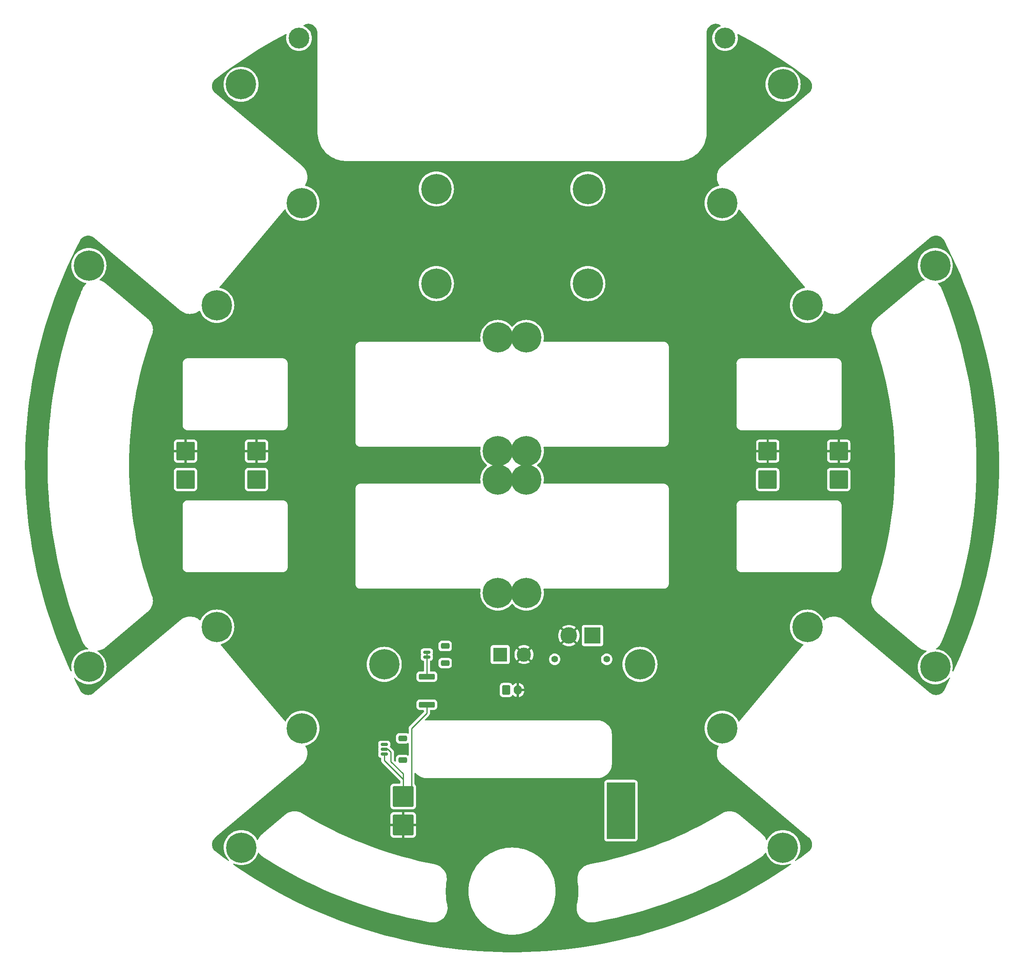
<source format=gtl>
G04 #@! TF.GenerationSoftware,KiCad,Pcbnew,7.0.9*
G04 #@! TF.CreationDate,2024-02-22T22:19:44+08:00*
G04 #@! TF.ProjectId,layer2,6c617965-7232-42e6-9b69-6361645f7063,rev?*
G04 #@! TF.SameCoordinates,Original*
G04 #@! TF.FileFunction,Copper,L1,Top*
G04 #@! TF.FilePolarity,Positive*
%FSLAX46Y46*%
G04 Gerber Fmt 4.6, Leading zero omitted, Abs format (unit mm)*
G04 Created by KiCad (PCBNEW 7.0.9) date 2024-02-22 22:19:44*
%MOMM*%
%LPD*%
G01*
G04 APERTURE LIST*
G04 Aperture macros list*
%AMRoundRect*
0 Rectangle with rounded corners*
0 $1 Rounding radius*
0 $2 $3 $4 $5 $6 $7 $8 $9 X,Y pos of 4 corners*
0 Add a 4 corners polygon primitive as box body*
4,1,4,$2,$3,$4,$5,$6,$7,$8,$9,$2,$3,0*
0 Add four circle primitives for the rounded corners*
1,1,$1+$1,$2,$3*
1,1,$1+$1,$4,$5*
1,1,$1+$1,$6,$7*
1,1,$1+$1,$8,$9*
0 Add four rect primitives between the rounded corners*
20,1,$1+$1,$2,$3,$4,$5,0*
20,1,$1+$1,$4,$5,$6,$7,0*
20,1,$1+$1,$6,$7,$8,$9,0*
20,1,$1+$1,$8,$9,$2,$3,0*%
G04 Aperture macros list end*
G04 #@! TA.AperFunction,ComponentPad*
%ADD10RoundRect,0.250000X-0.600000X-0.750000X0.600000X-0.750000X0.600000X0.750000X-0.600000X0.750000X0*%
G04 #@! TD*
G04 #@! TA.AperFunction,ComponentPad*
%ADD11O,1.700000X2.000000*%
G04 #@! TD*
G04 #@! TA.AperFunction,SMDPad,CuDef*
%ADD12RoundRect,0.150000X0.625000X-0.150000X0.625000X0.150000X-0.625000X0.150000X-0.625000X-0.150000X0*%
G04 #@! TD*
G04 #@! TA.AperFunction,SMDPad,CuDef*
%ADD13RoundRect,0.250000X0.650000X-0.350000X0.650000X0.350000X-0.650000X0.350000X-0.650000X-0.350000X0*%
G04 #@! TD*
G04 #@! TA.AperFunction,ComponentPad*
%ADD14RoundRect,0.249999X-1.950001X-1.950001X1.950001X-1.950001X1.950001X1.950001X-1.950001X1.950001X0*%
G04 #@! TD*
G04 #@! TA.AperFunction,ComponentPad*
%ADD15RoundRect,0.250002X-1.699998X-1.699998X1.699998X-1.699998X1.699998X1.699998X-1.699998X1.699998X0*%
G04 #@! TD*
G04 #@! TA.AperFunction,ComponentPad*
%ADD16C,6.400000*%
G04 #@! TD*
G04 #@! TA.AperFunction,ComponentPad*
%ADD17R,3.000000X3.000000*%
G04 #@! TD*
G04 #@! TA.AperFunction,ComponentPad*
%ADD18C,3.000000*%
G04 #@! TD*
G04 #@! TA.AperFunction,SMDPad,CuDef*
%ADD19RoundRect,0.250000X-1.425000X0.362500X-1.425000X-0.362500X1.425000X-0.362500X1.425000X0.362500X0*%
G04 #@! TD*
G04 #@! TA.AperFunction,ComponentPad*
%ADD20C,4.400000*%
G04 #@! TD*
G04 #@! TA.AperFunction,ComponentPad*
%ADD21C,1.400000*%
G04 #@! TD*
G04 #@! TA.AperFunction,ComponentPad*
%ADD22R,3.500000X3.500000*%
G04 #@! TD*
G04 #@! TA.AperFunction,ComponentPad*
%ADD23C,3.500000*%
G04 #@! TD*
G04 #@! TA.AperFunction,Conductor*
%ADD24C,0.250000*%
G04 #@! TD*
G04 APERTURE END LIST*
D10*
X123750000Y-172500000D03*
D11*
X126250000Y-172500000D03*
D12*
X107000000Y-165500000D03*
X107000000Y-164500000D03*
D13*
X110875000Y-166800000D03*
X110875000Y-163200000D03*
D14*
X148000000Y-201000000D03*
X102000000Y-195000000D03*
D15*
X194000000Y-128000000D03*
D16*
X122000000Y-98000000D03*
X122000000Y-128000000D03*
X187400000Y-91191300D03*
X152012016Y-167075539D03*
D17*
X122500000Y-165000000D03*
D18*
X127500000Y-165000000D03*
D19*
X107000000Y-169675000D03*
X107000000Y-175600000D03*
D20*
X80000000Y-34750000D03*
D16*
X97987984Y-167075539D03*
X62600000Y-159200000D03*
D21*
X145000000Y-166000000D03*
X134000000Y-166000000D03*
D22*
X142000000Y-161000000D03*
D23*
X137000000Y-161000000D03*
D16*
X128000000Y-128000000D03*
X67750000Y-44500000D03*
D15*
X71000000Y-128000000D03*
D16*
X62600000Y-91191300D03*
D12*
X98000000Y-186000000D03*
X98000000Y-185000000D03*
X98000000Y-184000000D03*
D13*
X101875000Y-187300000D03*
X101875000Y-182700000D03*
D16*
X141000000Y-86610723D03*
D20*
X170000000Y-34750000D03*
D14*
X148000000Y-195000000D03*
D16*
X80600000Y-180600000D03*
X109000000Y-66610723D03*
X80600000Y-69600000D03*
X109000000Y-86610723D03*
X35600000Y-82800000D03*
D15*
X179000000Y-122000000D03*
D16*
X169400000Y-180600000D03*
D15*
X194000000Y-122000000D03*
D16*
X214400000Y-82800000D03*
X169400000Y-69600000D03*
D15*
X56000000Y-122000000D03*
D16*
X214400000Y-167600000D03*
X35600000Y-167600000D03*
D15*
X71000000Y-122000000D03*
D16*
X67800000Y-205800000D03*
X182250000Y-44500000D03*
X141000000Y-66610723D03*
X187400000Y-159200000D03*
X128000000Y-122000000D03*
X128000000Y-152000000D03*
D15*
X179000000Y-128000000D03*
D16*
X122000000Y-122000000D03*
X128000000Y-98000000D03*
D14*
X102000000Y-201000000D03*
D16*
X122000000Y-152000000D03*
X182200000Y-205800000D03*
D15*
X56000000Y-128000000D03*
D24*
X102000000Y-191400000D02*
X102000000Y-195000000D01*
X98000000Y-185000000D02*
X98800000Y-185000000D01*
X103775000Y-180625000D02*
X103775000Y-193225000D01*
X99400000Y-185600000D02*
X99400000Y-187600000D01*
X99400000Y-187600000D02*
X102000000Y-190200000D01*
X98800000Y-185000000D02*
X99400000Y-185600000D01*
X98000000Y-187400000D02*
X102000000Y-191400000D01*
X98000000Y-186000000D02*
X98000000Y-187400000D01*
X102000000Y-190200000D02*
X102000000Y-191400000D01*
X107000000Y-175600000D02*
X107000000Y-177400000D01*
X107000000Y-177400000D02*
X103775000Y-180625000D01*
X103775000Y-193225000D02*
X102000000Y-195000000D01*
X107000000Y-164500000D02*
X107000000Y-165500000D01*
X107000000Y-165500000D02*
X107000000Y-169675000D01*
G04 #@! TA.AperFunction,Conductor*
G36*
X168075680Y-31712983D02*
G01*
X168136797Y-31719404D01*
X168320426Y-31738698D01*
X168328600Y-31740117D01*
X168567718Y-31798310D01*
X168575626Y-31800806D01*
X168774619Y-31878621D01*
X168779138Y-31882117D01*
X168804947Y-31890720D01*
X168812241Y-31893678D01*
X169023955Y-31995617D01*
X169075817Y-32042436D01*
X169094134Y-32109861D01*
X169073091Y-32176487D01*
X169021051Y-32220415D01*
X168965096Y-32245599D01*
X168738995Y-32347358D01*
X168458584Y-32516873D01*
X168200645Y-32718955D01*
X167968955Y-32950645D01*
X167766873Y-33208584D01*
X167597358Y-33488995D01*
X167543371Y-33608951D01*
X167496682Y-33712691D01*
X167462878Y-33787800D01*
X167462872Y-33787815D01*
X167365399Y-34100620D01*
X167306332Y-34422935D01*
X167286549Y-34750000D01*
X167306332Y-35077064D01*
X167306332Y-35077069D01*
X167306333Y-35077070D01*
X167365397Y-35399371D01*
X167365398Y-35399375D01*
X167365399Y-35399379D01*
X167462872Y-35712184D01*
X167462876Y-35712196D01*
X167462879Y-35712203D01*
X167473224Y-35735188D01*
X167597358Y-36011004D01*
X167766873Y-36291415D01*
X167968955Y-36549354D01*
X168200645Y-36781044D01*
X168200649Y-36781047D01*
X168458584Y-36983126D01*
X168738996Y-37152642D01*
X169037797Y-37287121D01*
X169037810Y-37287125D01*
X169037815Y-37287127D01*
X169246351Y-37352109D01*
X169350629Y-37384603D01*
X169672930Y-37443667D01*
X170000000Y-37463451D01*
X170327070Y-37443667D01*
X170649371Y-37384603D01*
X170962203Y-37287121D01*
X171261004Y-37152642D01*
X171541416Y-36983126D01*
X171799351Y-36781047D01*
X172031047Y-36549351D01*
X172233126Y-36291416D01*
X172402642Y-36011004D01*
X172537121Y-35712203D01*
X172634603Y-35399371D01*
X172693667Y-35077070D01*
X172713451Y-34750000D01*
X172693667Y-34422930D01*
X172634603Y-34100629D01*
X172609561Y-34020269D01*
X172608410Y-33950411D01*
X172645211Y-33891018D01*
X172708279Y-33860950D01*
X172777592Y-33869752D01*
X172785706Y-33873654D01*
X173743764Y-34377970D01*
X175358240Y-35265087D01*
X176956576Y-36180965D01*
X178538261Y-37125308D01*
X180102787Y-38097815D01*
X181649652Y-39098173D01*
X183178361Y-40126063D01*
X184688425Y-41181155D01*
X186179358Y-42263110D01*
X187647224Y-43368976D01*
X187647960Y-43369615D01*
X187648184Y-43369777D01*
X187652981Y-43373609D01*
X187843246Y-43541636D01*
X187849229Y-43547701D01*
X188004051Y-43727906D01*
X188013858Y-43739320D01*
X188018953Y-43746150D01*
X188124770Y-43910451D01*
X188155741Y-43958540D01*
X188159857Y-43966014D01*
X188227536Y-44111824D01*
X188266211Y-44195145D01*
X188269264Y-44203116D01*
X188343183Y-44444672D01*
X188345114Y-44452986D01*
X188385200Y-44702401D01*
X188385972Y-44710901D01*
X188391467Y-44963457D01*
X188391066Y-44971982D01*
X188361866Y-45222907D01*
X188360300Y-45231287D01*
X188349731Y-45272095D01*
X188296958Y-45475830D01*
X188294255Y-45483926D01*
X188197963Y-45717476D01*
X188194175Y-45725124D01*
X188066762Y-45943249D01*
X188061961Y-45950305D01*
X187905828Y-46148899D01*
X187900104Y-46155230D01*
X187716329Y-46332335D01*
X187713158Y-46335188D01*
X187637028Y-46399068D01*
X169403151Y-61699107D01*
X169403041Y-61699154D01*
X169238979Y-61836810D01*
X169120195Y-61959807D01*
X169013216Y-62070582D01*
X168913171Y-62198628D01*
X168813127Y-62326672D01*
X168640903Y-62602277D01*
X168498431Y-62894379D01*
X168431274Y-63078890D01*
X168387276Y-63199770D01*
X168382683Y-63218191D01*
X168308653Y-63515112D01*
X168263426Y-63836929D01*
X168252088Y-64161728D01*
X168274764Y-64485934D01*
X168331205Y-64805982D01*
X168331208Y-64805995D01*
X168420795Y-65118382D01*
X168420796Y-65118386D01*
X168542544Y-65419695D01*
X168542551Y-65419711D01*
X168674078Y-65667051D01*
X168695135Y-65706649D01*
X168695139Y-65706655D01*
X168695142Y-65706660D01*
X168738806Y-65771387D01*
X168759978Y-65837972D01*
X168741791Y-65905433D01*
X168690019Y-65952352D01*
X168655409Y-65963205D01*
X168627903Y-65967561D01*
X168252430Y-66068169D01*
X167889543Y-66207469D01*
X167543201Y-66383940D01*
X167217214Y-66595637D01*
X166915128Y-66840262D01*
X166915120Y-66840269D01*
X166640269Y-67115120D01*
X166640262Y-67115128D01*
X166395637Y-67417214D01*
X166183940Y-67743201D01*
X166007469Y-68089543D01*
X165868169Y-68452430D01*
X165767561Y-68827904D01*
X165767561Y-68827906D01*
X165706754Y-69211822D01*
X165686411Y-69599999D01*
X165686411Y-69600000D01*
X165706754Y-69988177D01*
X165767561Y-70372093D01*
X165767561Y-70372095D01*
X165868169Y-70747569D01*
X166007469Y-71110456D01*
X166183940Y-71456799D01*
X166395637Y-71782785D01*
X166395641Y-71782790D01*
X166395643Y-71782793D01*
X166640266Y-72084876D01*
X166915124Y-72359734D01*
X167217207Y-72604357D01*
X167217211Y-72604359D01*
X167217214Y-72604362D01*
X167543200Y-72816059D01*
X167543205Y-72816062D01*
X167889547Y-72992532D01*
X168252438Y-73131833D01*
X168627901Y-73232438D01*
X169011824Y-73293246D01*
X169378530Y-73312463D01*
X169399999Y-73313589D01*
X169400000Y-73313589D01*
X169400001Y-73313589D01*
X169420344Y-73312522D01*
X169788176Y-73293246D01*
X170172099Y-73232438D01*
X170547562Y-73131833D01*
X170910453Y-72992532D01*
X171256795Y-72816062D01*
X171582793Y-72604357D01*
X171884876Y-72359734D01*
X172159734Y-72084876D01*
X172404357Y-71782793D01*
X172616062Y-71456795D01*
X172792532Y-71110453D01*
X172840327Y-70985940D01*
X172882727Y-70930410D01*
X172948421Y-70906617D01*
X173016550Y-70922118D01*
X173051080Y-70950674D01*
X186803999Y-87340764D01*
X186832011Y-87404773D01*
X186820972Y-87473765D01*
X186774385Y-87525836D01*
X186728407Y-87542943D01*
X186627906Y-87558861D01*
X186627904Y-87558861D01*
X186252430Y-87659469D01*
X185889543Y-87798769D01*
X185543201Y-87975240D01*
X185217214Y-88186937D01*
X184915128Y-88431562D01*
X184915120Y-88431569D01*
X184640269Y-88706420D01*
X184640262Y-88706428D01*
X184395637Y-89008514D01*
X184183940Y-89334501D01*
X184007469Y-89680843D01*
X183868169Y-90043730D01*
X183767561Y-90419204D01*
X183767561Y-90419206D01*
X183709575Y-90785315D01*
X183706754Y-90803124D01*
X183686411Y-91191300D01*
X183706754Y-91579476D01*
X183767562Y-91963399D01*
X183856910Y-92296852D01*
X183868169Y-92338869D01*
X184007469Y-92701756D01*
X184183940Y-93048099D01*
X184395637Y-93374085D01*
X184395641Y-93374090D01*
X184395643Y-93374093D01*
X184640266Y-93676176D01*
X184915124Y-93951034D01*
X185217207Y-94195657D01*
X185217211Y-94195659D01*
X185217214Y-94195662D01*
X185481918Y-94367562D01*
X185543205Y-94407362D01*
X185889547Y-94583832D01*
X186252438Y-94723133D01*
X186627901Y-94823738D01*
X187011824Y-94884546D01*
X187378530Y-94903763D01*
X187399999Y-94904889D01*
X187400000Y-94904889D01*
X187400001Y-94904889D01*
X187420344Y-94903822D01*
X187788176Y-94884546D01*
X188172099Y-94823738D01*
X188547562Y-94723133D01*
X188910453Y-94583832D01*
X189256795Y-94407362D01*
X189582793Y-94195657D01*
X189884876Y-93951034D01*
X190159734Y-93676176D01*
X190404357Y-93374093D01*
X190616062Y-93048095D01*
X190792532Y-92701753D01*
X190904788Y-92409314D01*
X190947189Y-92353785D01*
X191012883Y-92329992D01*
X191081011Y-92345493D01*
X191096891Y-92356040D01*
X191236300Y-92464953D01*
X191236312Y-92464961D01*
X191511888Y-92637153D01*
X191511890Y-92637154D01*
X191511895Y-92637157D01*
X191803979Y-92779612D01*
X191803986Y-92779614D01*
X191803987Y-92779615D01*
X192017572Y-92857352D01*
X192109354Y-92890757D01*
X192424673Y-92969374D01*
X192746483Y-93014602D01*
X192990063Y-93023110D01*
X193071255Y-93025946D01*
X193071256Y-93025946D01*
X193071256Y-93025945D01*
X193071257Y-93025946D01*
X193146589Y-93020679D01*
X193395426Y-93003282D01*
X193395428Y-93003281D01*
X193395437Y-93003281D01*
X193715473Y-92946855D01*
X194027859Y-92857288D01*
X194329171Y-92735559D01*
X194616109Y-92583003D01*
X194885530Y-92401291D01*
X194927400Y-92366159D01*
X194927464Y-92366111D01*
X194929535Y-92364373D01*
X194929541Y-92364370D01*
X195010006Y-92296852D01*
X195088127Y-92231306D01*
X195088128Y-92231303D01*
X195090201Y-92229565D01*
X195090260Y-92229510D01*
X196900802Y-90710285D01*
X213360138Y-76899264D01*
X213363450Y-76896674D01*
X213569413Y-76746714D01*
X213576634Y-76742181D01*
X213799337Y-76622898D01*
X213807091Y-76619409D01*
X214044052Y-76531802D01*
X214052232Y-76529403D01*
X214099374Y-76519033D01*
X214298959Y-76475129D01*
X214307377Y-76473876D01*
X214559243Y-76453958D01*
X214567745Y-76453873D01*
X214819941Y-76468691D01*
X214828400Y-76469775D01*
X215076107Y-76519033D01*
X215076172Y-76519046D01*
X215084402Y-76521280D01*
X215323073Y-76604072D01*
X215330922Y-76607415D01*
X215555983Y-76722164D01*
X215563292Y-76726549D01*
X215770481Y-76871083D01*
X215777129Y-76876436D01*
X215962526Y-77048017D01*
X215968377Y-77054231D01*
X216128490Y-77249624D01*
X216133432Y-77256581D01*
X216266188Y-77473661D01*
X216266276Y-77473804D01*
X216268648Y-77478048D01*
X217163214Y-79237033D01*
X218024964Y-81015194D01*
X218852412Y-82809576D01*
X219645251Y-84619515D01*
X220403189Y-86444345D01*
X221125947Y-88283392D01*
X221813259Y-90135978D01*
X222464870Y-92001421D01*
X223080541Y-93879032D01*
X223660044Y-95768119D01*
X224203166Y-97667985D01*
X224709706Y-99577930D01*
X225179478Y-101497250D01*
X225612309Y-103425236D01*
X226008038Y-105361178D01*
X226366521Y-107304362D01*
X226687624Y-109254072D01*
X226971229Y-111209587D01*
X227217233Y-113170188D01*
X227425543Y-115135152D01*
X227596084Y-117103752D01*
X227728792Y-119075265D01*
X227823618Y-121048963D01*
X227880528Y-123024117D01*
X227899500Y-125000000D01*
X227880528Y-126975883D01*
X227823618Y-128951037D01*
X227728792Y-130924735D01*
X227596084Y-132896248D01*
X227425543Y-134864848D01*
X227217233Y-136829812D01*
X226971229Y-138790413D01*
X226687624Y-140745928D01*
X226366521Y-142695638D01*
X226008038Y-144638822D01*
X225612309Y-146574764D01*
X225179478Y-148502750D01*
X224709706Y-150422070D01*
X224203166Y-152332015D01*
X223660044Y-154231881D01*
X223080541Y-156120968D01*
X222464870Y-157998579D01*
X221813259Y-159864022D01*
X221125947Y-161716608D01*
X220403189Y-163555655D01*
X219645251Y-165380485D01*
X218852412Y-167190424D01*
X218259348Y-168476524D01*
X218213400Y-168529159D01*
X218146288Y-168548597D01*
X218079322Y-168528666D01*
X218033761Y-168475695D01*
X218024072Y-168406500D01*
X218026964Y-168392525D01*
X218032438Y-168372099D01*
X218093246Y-167988176D01*
X218113589Y-167600000D01*
X218093246Y-167211824D01*
X218032438Y-166827901D01*
X217931833Y-166452438D01*
X217792532Y-166089547D01*
X217616062Y-165743206D01*
X217608867Y-165732126D01*
X217404362Y-165417214D01*
X217404359Y-165417211D01*
X217404357Y-165417207D01*
X217159734Y-165115124D01*
X216884876Y-164840266D01*
X216582793Y-164595643D01*
X216582790Y-164595641D01*
X216582785Y-164595637D01*
X216256799Y-164383940D01*
X215910456Y-164207469D01*
X215547569Y-164068169D01*
X215381433Y-164023653D01*
X215172099Y-163967562D01*
X215172095Y-163967561D01*
X215172094Y-163967561D01*
X214788177Y-163906754D01*
X214648855Y-163899452D01*
X214582938Y-163876286D01*
X214540009Y-163821159D01*
X214533699Y-163751575D01*
X214566011Y-163689626D01*
X214590025Y-163670221D01*
X214652213Y-163631685D01*
X214908346Y-163433236D01*
X215142402Y-163209173D01*
X215142407Y-163209166D01*
X215142412Y-163209162D01*
X215351820Y-162961954D01*
X215351823Y-162961949D01*
X215351833Y-162961938D01*
X215534356Y-162694222D01*
X215687984Y-162408942D01*
X215744610Y-162270953D01*
X215750892Y-162255656D01*
X215763516Y-162224925D01*
X215763711Y-162224429D01*
X215788222Y-162164729D01*
X215788222Y-162164725D01*
X215791505Y-162156730D01*
X215791512Y-162156708D01*
X216112376Y-161375173D01*
X216803608Y-159593581D01*
X217460007Y-157798862D01*
X218081324Y-155991699D01*
X218667323Y-154172777D01*
X219217782Y-152342786D01*
X219732491Y-150502420D01*
X220211256Y-148652377D01*
X220653896Y-146793361D01*
X221060241Y-144926075D01*
X221430138Y-143051228D01*
X221763446Y-141169533D01*
X222060040Y-139281702D01*
X222319806Y-137388452D01*
X222542645Y-135490502D01*
X222728475Y-133588571D01*
X222877223Y-131683381D01*
X222988833Y-129775656D01*
X223063264Y-127866119D01*
X223100486Y-125955494D01*
X223100486Y-124044506D01*
X223063264Y-122133881D01*
X222988833Y-120224344D01*
X222877223Y-118316619D01*
X222728475Y-116411429D01*
X222542645Y-114509498D01*
X222319806Y-112611548D01*
X222060040Y-110718298D01*
X221763446Y-108830467D01*
X221430138Y-106948772D01*
X221060241Y-105073925D01*
X220653896Y-103206639D01*
X220211256Y-101347623D01*
X219732491Y-99497580D01*
X219217782Y-97657214D01*
X218667323Y-95827223D01*
X218081324Y-94008301D01*
X217460007Y-92201138D01*
X216803608Y-90406419D01*
X216112376Y-88624827D01*
X215791352Y-87842902D01*
X215791342Y-87842869D01*
X215763734Y-87775626D01*
X215763733Y-87775621D01*
X215746606Y-87733904D01*
X215735166Y-87706042D01*
X215716043Y-87659467D01*
X215710757Y-87646591D01*
X215710754Y-87646587D01*
X215709738Y-87644111D01*
X215709566Y-87643743D01*
X215687952Y-87591073D01*
X215534326Y-87305796D01*
X215351805Y-87038083D01*
X215351796Y-87038072D01*
X215351792Y-87038066D01*
X215142387Y-86790861D01*
X215142377Y-86790851D01*
X215005987Y-86660284D01*
X214971172Y-86599705D01*
X214974636Y-86529921D01*
X215015277Y-86473088D01*
X215072336Y-86448238D01*
X215172099Y-86432438D01*
X215547562Y-86331833D01*
X215910453Y-86192532D01*
X216256795Y-86016062D01*
X216582793Y-85804357D01*
X216884876Y-85559734D01*
X217159734Y-85284876D01*
X217404357Y-84982793D01*
X217616062Y-84656795D01*
X217792532Y-84310453D01*
X217931833Y-83947562D01*
X218032438Y-83572099D01*
X218093246Y-83188176D01*
X218113589Y-82800000D01*
X218093246Y-82411824D01*
X218032438Y-82027901D01*
X217931833Y-81652438D01*
X217792532Y-81289547D01*
X217616062Y-80943206D01*
X217404357Y-80617207D01*
X217159734Y-80315124D01*
X216884876Y-80040266D01*
X216582793Y-79795643D01*
X216582790Y-79795641D01*
X216582785Y-79795637D01*
X216256799Y-79583940D01*
X215910456Y-79407469D01*
X215547569Y-79268169D01*
X215431368Y-79237033D01*
X215172099Y-79167562D01*
X215172095Y-79167561D01*
X215172094Y-79167561D01*
X214788177Y-79106754D01*
X214400001Y-79086411D01*
X214399999Y-79086411D01*
X214011822Y-79106754D01*
X213627906Y-79167561D01*
X213627904Y-79167561D01*
X213252430Y-79268169D01*
X212889543Y-79407469D01*
X212543201Y-79583940D01*
X212217214Y-79795637D01*
X211915128Y-80040262D01*
X211915120Y-80040269D01*
X211640269Y-80315120D01*
X211640262Y-80315128D01*
X211395637Y-80617214D01*
X211183940Y-80943201D01*
X211007469Y-81289543D01*
X210868169Y-81652430D01*
X210767561Y-82027904D01*
X210767561Y-82027906D01*
X210706754Y-82411822D01*
X210686411Y-82799999D01*
X210686411Y-82800000D01*
X210706754Y-83188177D01*
X210767561Y-83572093D01*
X210767561Y-83572095D01*
X210868169Y-83947569D01*
X211007469Y-84310456D01*
X211183940Y-84656799D01*
X211395637Y-84982785D01*
X211395641Y-84982790D01*
X211395643Y-84982793D01*
X211640266Y-85284876D01*
X211915124Y-85559734D01*
X212104199Y-85712845D01*
X212143910Y-85770331D01*
X212146238Y-85840162D01*
X212110443Y-85900166D01*
X212060491Y-85928364D01*
X211867311Y-85984018D01*
X211867292Y-85984024D01*
X211567013Y-86105670D01*
X211566992Y-86105680D01*
X211281021Y-86257960D01*
X211280996Y-86257976D01*
X211012466Y-86439221D01*
X211012433Y-86439246D01*
X210888359Y-86543390D01*
X210810234Y-86608943D01*
X202067398Y-93945052D01*
X202067390Y-93945058D01*
X202062661Y-93949025D01*
X202062661Y-93949026D01*
X202054468Y-93955900D01*
X202021481Y-93983581D01*
X202021467Y-93983586D01*
X201979759Y-94018591D01*
X201944310Y-94048337D01*
X201944170Y-94048465D01*
X201863700Y-94116014D01*
X201643828Y-94342327D01*
X201448067Y-94589789D01*
X201448065Y-94589791D01*
X201278430Y-94855848D01*
X201278424Y-94855859D01*
X201136675Y-95137756D01*
X201136667Y-95137774D01*
X201024268Y-95432593D01*
X200942369Y-95737326D01*
X200891827Y-96048782D01*
X200873160Y-96363773D01*
X200873160Y-96363785D01*
X200886563Y-96679027D01*
X200931897Y-96991297D01*
X201008690Y-97297328D01*
X201008698Y-97297353D01*
X201026620Y-97346856D01*
X201026752Y-97347281D01*
X201062409Y-97445709D01*
X201642955Y-99104317D01*
X202187339Y-100775143D01*
X202695303Y-102457399D01*
X203166608Y-104150291D01*
X203601031Y-105853021D01*
X203998368Y-107564785D01*
X204358431Y-109284775D01*
X204681051Y-111012181D01*
X204966074Y-112746186D01*
X205213367Y-114485973D01*
X205422812Y-116230721D01*
X205594311Y-117979606D01*
X205727784Y-119731804D01*
X205823166Y-121486488D01*
X205880414Y-123242829D01*
X205899499Y-125000000D01*
X205880414Y-126757171D01*
X205823166Y-128513512D01*
X205727784Y-130268196D01*
X205594311Y-132020394D01*
X205422812Y-133769279D01*
X205213367Y-135514027D01*
X204966074Y-137253814D01*
X204681051Y-138987819D01*
X204358431Y-140715225D01*
X203998368Y-142435215D01*
X203601031Y-144146979D01*
X203166608Y-145849709D01*
X202695303Y-147542601D01*
X202187339Y-149224857D01*
X201642955Y-150895683D01*
X201064134Y-152549361D01*
X201062361Y-152554258D01*
X201008647Y-152702610D01*
X200957044Y-152908232D01*
X200931837Y-153008680D01*
X200886498Y-153320945D01*
X200886497Y-153320957D01*
X200873092Y-153636208D01*
X200873092Y-153636220D01*
X200891760Y-153951226D01*
X200909475Y-154060380D01*
X200942310Y-154262700D01*
X201024218Y-154567438D01*
X201136638Y-154862286D01*
X201278379Y-155144140D01*
X201278408Y-155144197D01*
X201448032Y-155410210D01*
X201448067Y-155410264D01*
X201544247Y-155531830D01*
X201643858Y-155657733D01*
X201863703Y-155883989D01*
X201863758Y-155884045D01*
X201878743Y-155896622D01*
X201901726Y-155915914D01*
X201901942Y-155916112D01*
X201904062Y-155917891D01*
X201904063Y-155917892D01*
X202526604Y-156440266D01*
X210805536Y-163387115D01*
X210848866Y-163423473D01*
X210848914Y-163423545D01*
X210888337Y-163456635D01*
X210888337Y-163456636D01*
X211012426Y-163560792D01*
X211280992Y-163742062D01*
X211280996Y-163742064D01*
X211281002Y-163742068D01*
X211566977Y-163894351D01*
X211566979Y-163894351D01*
X211566987Y-163894356D01*
X211867296Y-164016014D01*
X212178649Y-164105712D01*
X212275417Y-164122930D01*
X212491873Y-164161445D01*
X212554427Y-164192569D01*
X212590224Y-164252572D01*
X212587898Y-164322403D01*
X212548189Y-164379891D01*
X212537685Y-164387522D01*
X212217214Y-164595637D01*
X211915128Y-164840262D01*
X211915120Y-164840269D01*
X211640269Y-165115120D01*
X211640262Y-165115128D01*
X211395637Y-165417214D01*
X211183940Y-165743201D01*
X211007469Y-166089543D01*
X210868169Y-166452430D01*
X210767561Y-166827904D01*
X210767561Y-166827906D01*
X210706754Y-167211822D01*
X210693080Y-167472738D01*
X210686411Y-167600000D01*
X210706754Y-167988176D01*
X210767562Y-168372099D01*
X210824874Y-168585992D01*
X210868169Y-168747569D01*
X211007469Y-169110456D01*
X211183940Y-169456799D01*
X211395637Y-169782785D01*
X211395641Y-169782790D01*
X211395643Y-169782793D01*
X211640266Y-170084876D01*
X211915124Y-170359734D01*
X212217207Y-170604357D01*
X212217211Y-170604359D01*
X212217214Y-170604362D01*
X212512312Y-170796000D01*
X212543205Y-170816062D01*
X212862638Y-170978821D01*
X212887523Y-170991501D01*
X212889547Y-170992532D01*
X213252438Y-171131833D01*
X213627901Y-171232438D01*
X214011824Y-171293246D01*
X214367657Y-171311894D01*
X214399999Y-171313589D01*
X214400000Y-171313589D01*
X214400001Y-171313589D01*
X214432343Y-171311894D01*
X214788176Y-171293246D01*
X215172099Y-171232438D01*
X215547562Y-171131833D01*
X215910453Y-170992532D01*
X216256795Y-170816062D01*
X216582793Y-170604357D01*
X216884876Y-170359734D01*
X217159734Y-170084876D01*
X217309472Y-169899965D01*
X217366957Y-169860255D01*
X217436787Y-169857927D01*
X217496791Y-169893722D01*
X217527918Y-169956275D01*
X217520284Y-170025727D01*
X217517423Y-170032080D01*
X217163214Y-170762967D01*
X216268577Y-172522089D01*
X216266205Y-172526333D01*
X216133442Y-172743424D01*
X216128499Y-172750381D01*
X215968390Y-172945772D01*
X215962539Y-172951986D01*
X215777132Y-173123575D01*
X215770485Y-173128928D01*
X215563298Y-173273460D01*
X215555979Y-173277851D01*
X215330930Y-173392593D01*
X215323078Y-173395938D01*
X215084408Y-173478730D01*
X215076171Y-173480966D01*
X214828409Y-173530235D01*
X214819943Y-173531320D01*
X214567755Y-173546138D01*
X214559220Y-173546051D01*
X214307395Y-173526136D01*
X214298953Y-173524879D01*
X214052234Y-173470609D01*
X214044044Y-173468207D01*
X213807098Y-173380606D01*
X213799319Y-173377105D01*
X213576632Y-173257831D01*
X213569405Y-173253295D01*
X213569391Y-173253285D01*
X213398596Y-173128928D01*
X213363582Y-173103434D01*
X213360238Y-173100820D01*
X213315171Y-173063004D01*
X213283614Y-173036524D01*
X213283611Y-173036522D01*
X195049512Y-157736297D01*
X195049431Y-157736176D01*
X195010071Y-157703148D01*
X194929610Y-157635630D01*
X194885609Y-157598707D01*
X194885602Y-157598702D01*
X194616196Y-157416978D01*
X194616190Y-157416974D01*
X194616186Y-157416972D01*
X194329239Y-157264394D01*
X194329237Y-157264393D01*
X194329224Y-157264387D01*
X194027924Y-157142651D01*
X194027920Y-157142649D01*
X193715523Y-157053069D01*
X193715506Y-157053065D01*
X193395459Y-156996632D01*
X193177193Y-156981371D01*
X193071265Y-156973965D01*
X193071261Y-156973965D01*
X193071260Y-156973965D01*
X193071247Y-156973964D01*
X192746479Y-156985308D01*
X192746474Y-156985308D01*
X192424644Y-157030543D01*
X192109308Y-157109172D01*
X192109298Y-157109175D01*
X191803917Y-157220333D01*
X191803911Y-157220336D01*
X191511827Y-157362805D01*
X191236221Y-157535036D01*
X190981074Y-157734392D01*
X190916128Y-157760156D01*
X190847563Y-157746717D01*
X190797147Y-157698343D01*
X190794124Y-157692379D01*
X190794006Y-157692440D01*
X190764177Y-157633898D01*
X190616062Y-157343206D01*
X190564912Y-157264441D01*
X190404362Y-157017214D01*
X190404359Y-157017211D01*
X190404357Y-157017207D01*
X190159734Y-156715124D01*
X189884876Y-156440266D01*
X189582793Y-156195643D01*
X189582790Y-156195641D01*
X189582785Y-156195637D01*
X189256799Y-155983940D01*
X188910456Y-155807469D01*
X188547569Y-155668169D01*
X188547562Y-155668167D01*
X188172099Y-155567562D01*
X188172095Y-155567561D01*
X188172094Y-155567561D01*
X187788177Y-155506754D01*
X187400001Y-155486411D01*
X187399999Y-155486411D01*
X187011822Y-155506754D01*
X186627906Y-155567561D01*
X186627904Y-155567561D01*
X186252430Y-155668169D01*
X185889543Y-155807469D01*
X185543201Y-155983940D01*
X185217214Y-156195637D01*
X184915128Y-156440262D01*
X184915120Y-156440269D01*
X184640269Y-156715120D01*
X184640262Y-156715128D01*
X184395637Y-157017214D01*
X184183940Y-157343201D01*
X184007469Y-157689543D01*
X183868169Y-158052430D01*
X183767561Y-158427904D01*
X183767561Y-158427906D01*
X183706754Y-158811822D01*
X183686411Y-159199999D01*
X183686411Y-159200000D01*
X183706754Y-159588177D01*
X183750444Y-159864022D01*
X183767562Y-159972099D01*
X183792360Y-160064648D01*
X183868169Y-160347569D01*
X184007469Y-160710456D01*
X184183940Y-161056799D01*
X184395637Y-161382785D01*
X184395641Y-161382790D01*
X184395643Y-161382793D01*
X184640266Y-161684876D01*
X184915124Y-161959734D01*
X185217207Y-162204357D01*
X185217211Y-162204359D01*
X185217214Y-162204362D01*
X185532241Y-162408942D01*
X185543205Y-162416062D01*
X185889547Y-162592532D01*
X186252438Y-162731833D01*
X186465009Y-162788791D01*
X186524667Y-162825155D01*
X186555196Y-162888002D01*
X186546901Y-162957378D01*
X186527903Y-162988271D01*
X172997885Y-179112719D01*
X172939713Y-179151421D01*
X172869852Y-179152529D01*
X172810482Y-179115692D01*
X172792410Y-179089308D01*
X172747433Y-179001036D01*
X172616062Y-178743206D01*
X172616059Y-178743201D01*
X172404362Y-178417214D01*
X172404359Y-178417211D01*
X172404357Y-178417207D01*
X172159734Y-178115124D01*
X171884876Y-177840266D01*
X171582793Y-177595643D01*
X171582790Y-177595641D01*
X171582785Y-177595637D01*
X171256799Y-177383940D01*
X170910456Y-177207469D01*
X170547569Y-177068169D01*
X170547562Y-177068167D01*
X170172099Y-176967562D01*
X170172095Y-176967561D01*
X170172094Y-176967561D01*
X169788177Y-176906754D01*
X169400001Y-176886411D01*
X169399999Y-176886411D01*
X169011822Y-176906754D01*
X168627906Y-176967561D01*
X168627904Y-176967561D01*
X168252430Y-177068169D01*
X167889543Y-177207469D01*
X167543201Y-177383940D01*
X167217214Y-177595637D01*
X166915128Y-177840262D01*
X166915120Y-177840269D01*
X166640269Y-178115120D01*
X166640262Y-178115128D01*
X166395637Y-178417214D01*
X166183940Y-178743201D01*
X166007469Y-179089543D01*
X165868169Y-179452430D01*
X165767561Y-179827904D01*
X165767561Y-179827906D01*
X165706754Y-180211822D01*
X165686411Y-180599999D01*
X165686411Y-180600000D01*
X165706754Y-180988177D01*
X165739739Y-181196433D01*
X165767562Y-181372099D01*
X165861436Y-181722443D01*
X165868169Y-181747569D01*
X166007469Y-182110456D01*
X166183940Y-182456799D01*
X166395637Y-182782785D01*
X166395641Y-182782790D01*
X166395643Y-182782793D01*
X166640266Y-183084876D01*
X166915124Y-183359734D01*
X167217207Y-183604357D01*
X167217211Y-183604359D01*
X167217214Y-183604362D01*
X167543200Y-183816059D01*
X167543205Y-183816062D01*
X167889547Y-183992532D01*
X168252438Y-184131833D01*
X168564579Y-184215470D01*
X168624237Y-184251834D01*
X168654766Y-184314681D01*
X168646471Y-184384056D01*
X168641968Y-184393460D01*
X168542597Y-184580341D01*
X168542594Y-184580348D01*
X168420852Y-184881656D01*
X168331273Y-185194038D01*
X168331271Y-185194047D01*
X168274836Y-185514076D01*
X168274835Y-185514084D01*
X168274835Y-185514086D01*
X168255220Y-185794545D01*
X168252161Y-185838276D01*
X168253162Y-185866957D01*
X168263498Y-186163056D01*
X168263498Y-186163062D01*
X168263499Y-186163064D01*
X168308719Y-186484857D01*
X168308723Y-186484878D01*
X168387336Y-186800191D01*
X168387341Y-186800209D01*
X168498481Y-187105572D01*
X168498483Y-187105577D01*
X168608969Y-187332113D01*
X168640945Y-187397674D01*
X168728799Y-187538272D01*
X168800857Y-187653592D01*
X168813156Y-187673274D01*
X169013232Y-187929362D01*
X169238981Y-188163134D01*
X169280793Y-188198218D01*
X169280813Y-188198237D01*
X169282957Y-188200036D01*
X169282958Y-188200037D01*
X169521894Y-188400528D01*
X187634869Y-203599120D01*
X187634881Y-203599131D01*
X187637035Y-203600938D01*
X187713532Y-203665125D01*
X187716676Y-203667953D01*
X187900137Y-203844756D01*
X187905849Y-203851075D01*
X188039189Y-204020674D01*
X188061986Y-204049670D01*
X188066787Y-204056726D01*
X188194205Y-204274861D01*
X188197993Y-204282509D01*
X188294286Y-204516063D01*
X188296989Y-204524159D01*
X188360331Y-204768697D01*
X188361899Y-204777087D01*
X188391099Y-205028015D01*
X188391500Y-205036540D01*
X188386005Y-205289101D01*
X188385233Y-205297601D01*
X188345146Y-205547021D01*
X188343215Y-205555335D01*
X188269295Y-205796895D01*
X188266242Y-205804865D01*
X188263287Y-205811232D01*
X188159883Y-206034006D01*
X188155775Y-206041468D01*
X188116486Y-206102473D01*
X188018987Y-206253857D01*
X188013884Y-206260698D01*
X187849257Y-206452315D01*
X187843263Y-206458391D01*
X187652826Y-206626569D01*
X187649052Y-206629647D01*
X186886235Y-207203362D01*
X186043748Y-207836997D01*
X185009229Y-208583862D01*
X184943353Y-208607143D01*
X184875347Y-208591112D01*
X184826803Y-208540860D01*
X184813134Y-208472340D01*
X184838680Y-208407308D01*
X184848951Y-208395658D01*
X184959734Y-208284876D01*
X185204357Y-207982793D01*
X185416062Y-207656795D01*
X185592532Y-207310453D01*
X185731833Y-206947562D01*
X185832438Y-206572099D01*
X185893246Y-206188176D01*
X185913589Y-205800000D01*
X185913304Y-205794571D01*
X185902915Y-205596327D01*
X185893246Y-205411824D01*
X185832438Y-205027901D01*
X185731833Y-204652438D01*
X185592532Y-204289547D01*
X185416062Y-203943206D01*
X185372417Y-203875998D01*
X185204362Y-203617214D01*
X185204359Y-203617211D01*
X185204357Y-203617207D01*
X184959734Y-203315124D01*
X184684876Y-203040266D01*
X184382793Y-202795643D01*
X184382790Y-202795641D01*
X184382785Y-202795637D01*
X184056799Y-202583940D01*
X183710456Y-202407469D01*
X183347569Y-202268169D01*
X183347562Y-202268167D01*
X182972099Y-202167562D01*
X182972095Y-202167561D01*
X182972094Y-202167561D01*
X182588177Y-202106754D01*
X182200001Y-202086411D01*
X182199999Y-202086411D01*
X181811822Y-202106754D01*
X181427906Y-202167561D01*
X181427904Y-202167561D01*
X181052430Y-202268169D01*
X180689543Y-202407469D01*
X180343201Y-202583940D01*
X180017214Y-202795637D01*
X179715128Y-203040262D01*
X179715120Y-203040269D01*
X179440269Y-203315120D01*
X179440262Y-203315128D01*
X179195637Y-203617214D01*
X178983938Y-203943203D01*
X178983932Y-203943214D01*
X178893101Y-204121479D01*
X178845127Y-204172275D01*
X178777306Y-204189070D01*
X178711171Y-204166532D01*
X178667720Y-204111817D01*
X178666161Y-204107775D01*
X178650000Y-204063585D01*
X178649996Y-204063577D01*
X178507600Y-203772544D01*
X178507596Y-203772538D01*
X178507595Y-203772537D01*
X178507594Y-203772534D01*
X178335635Y-203497916D01*
X178335634Y-203497914D01*
X178335630Y-203497908D01*
X178136002Y-203242727D01*
X178135993Y-203242716D01*
X177910840Y-203009712D01*
X177910841Y-203009712D01*
X177786715Y-202905593D01*
X177773788Y-202894746D01*
X177747494Y-202872683D01*
X177159930Y-202379658D01*
X173026497Y-198911293D01*
X173026473Y-198911271D01*
X172945992Y-198843743D01*
X172905603Y-198809853D01*
X172903820Y-198808427D01*
X172862944Y-198774144D01*
X172823041Y-198740676D01*
X172725174Y-198674478D01*
X172557263Y-198560902D01*
X172557258Y-198560899D01*
X172274345Y-198409517D01*
X172100838Y-198338618D01*
X171977310Y-198288141D01*
X171977306Y-198288139D01*
X171977304Y-198288139D01*
X171669341Y-198198073D01*
X171669339Y-198198072D01*
X171669337Y-198198072D01*
X171353713Y-198140271D01*
X171353706Y-198140270D01*
X171353711Y-198140270D01*
X171033811Y-198115355D01*
X171033809Y-198115355D01*
X171014342Y-198115854D01*
X170713050Y-198123589D01*
X170713042Y-198123589D01*
X170713042Y-198123590D01*
X170394837Y-198164888D01*
X170297988Y-198187816D01*
X170082597Y-198238808D01*
X169779651Y-198344561D01*
X169489240Y-198481017D01*
X169441745Y-198509645D01*
X169441547Y-198509753D01*
X169351947Y-198563773D01*
X167821408Y-199465099D01*
X166272580Y-200334574D01*
X164706106Y-201171839D01*
X163122655Y-201976536D01*
X161522904Y-202748321D01*
X159907538Y-203486863D01*
X158277246Y-204191848D01*
X156632727Y-204862973D01*
X154974682Y-205499952D01*
X153303822Y-206102513D01*
X151620860Y-206670397D01*
X149926515Y-207203362D01*
X148221514Y-207701180D01*
X146506583Y-208163639D01*
X144782457Y-208590540D01*
X143049873Y-208981700D01*
X141309443Y-209336979D01*
X141307701Y-209337316D01*
X141307473Y-209337297D01*
X141307117Y-209337429D01*
X141270778Y-209344456D01*
X141255480Y-209347415D01*
X141220006Y-209354262D01*
X141142661Y-209369193D01*
X140817927Y-209469851D01*
X140506164Y-209605396D01*
X140506159Y-209605399D01*
X140211089Y-209774207D01*
X140211074Y-209774216D01*
X139936214Y-209974277D01*
X139684874Y-210203183D01*
X139460054Y-210458202D01*
X139264468Y-210736258D01*
X139100444Y-211034039D01*
X138969956Y-211347960D01*
X138874567Y-211674269D01*
X138815420Y-212009044D01*
X138815418Y-212009066D01*
X138793310Y-212346969D01*
X138793224Y-212348286D01*
X138796228Y-212416212D01*
X138808246Y-212687921D01*
X138822996Y-212782894D01*
X138834173Y-212854854D01*
X138834337Y-212855912D01*
X138854404Y-213007965D01*
X138916745Y-213480351D01*
X138917047Y-213483128D01*
X138971103Y-214109256D01*
X138971278Y-214112016D01*
X138997052Y-214739957D01*
X138997104Y-214742753D01*
X138994546Y-215371194D01*
X138994472Y-215373989D01*
X138963588Y-216001659D01*
X138963388Y-216004448D01*
X138904236Y-216630129D01*
X138903910Y-216632905D01*
X138816620Y-217255246D01*
X138816169Y-217258006D01*
X138701188Y-217874294D01*
X138679008Y-217980013D01*
X138665982Y-218042101D01*
X138665971Y-218042152D01*
X138632876Y-218377580D01*
X138636331Y-218714604D01*
X138636331Y-218714606D01*
X138676296Y-219049274D01*
X138676298Y-219049288D01*
X138752299Y-219377644D01*
X138752300Y-219377649D01*
X138752301Y-219377650D01*
X138863441Y-219695826D01*
X138863452Y-219695856D01*
X139008415Y-220000094D01*
X139008430Y-220000126D01*
X139185536Y-220286896D01*
X139392682Y-220552782D01*
X139392686Y-220552786D01*
X139627428Y-220794652D01*
X139886997Y-221009645D01*
X139887005Y-221009651D01*
X140168356Y-221195250D01*
X140168361Y-221195253D01*
X140468156Y-221349255D01*
X140468159Y-221349256D01*
X140782893Y-221469864D01*
X141108846Y-221555648D01*
X141442177Y-221605597D01*
X141778957Y-221619124D01*
X142115220Y-221596068D01*
X142177885Y-221584864D01*
X142178257Y-221584816D01*
X142180760Y-221584367D01*
X142180761Y-221584368D01*
X142279204Y-221566749D01*
X142279840Y-221566635D01*
X142281131Y-221566406D01*
X142341252Y-221555648D01*
X142381498Y-221548447D01*
X142381500Y-221548446D01*
X142384675Y-221547878D01*
X142384777Y-221547854D01*
X143215539Y-221399177D01*
X145077514Y-221028644D01*
X146931971Y-220622151D01*
X148778214Y-220179849D01*
X150615553Y-219701904D01*
X152443299Y-219188494D01*
X154260769Y-218639813D01*
X156067280Y-218056065D01*
X157862158Y-217437469D01*
X159644729Y-216784257D01*
X161414326Y-216096674D01*
X163170287Y-215374976D01*
X164911954Y-214619435D01*
X166638674Y-213830332D01*
X168349802Y-213007964D01*
X170044695Y-212152639D01*
X171722721Y-211264677D01*
X173383249Y-210344410D01*
X175025659Y-209392183D01*
X176649335Y-208408353D01*
X177365310Y-207955364D01*
X177414751Y-207924083D01*
X177414756Y-207924082D01*
X177451508Y-207900829D01*
X177485277Y-207879463D01*
X177501845Y-207868981D01*
X177501847Y-207868978D01*
X177537684Y-207846305D01*
X177537684Y-207846304D01*
X177539838Y-207844942D01*
X177540154Y-207844719D01*
X177588389Y-207814214D01*
X177842659Y-207613385D01*
X178074614Y-207387150D01*
X178281727Y-207137972D01*
X178441931Y-206898216D01*
X178495542Y-206853414D01*
X178564867Y-206844707D01*
X178627894Y-206874862D01*
X178664613Y-206934306D01*
X178664756Y-206934835D01*
X178664819Y-206935066D01*
X178668169Y-206947569D01*
X178807469Y-207310456D01*
X178983940Y-207656799D01*
X179195637Y-207982785D01*
X179195641Y-207982790D01*
X179195643Y-207982793D01*
X179440266Y-208284876D01*
X179715124Y-208559734D01*
X180017207Y-208804357D01*
X180017211Y-208804359D01*
X180017214Y-208804362D01*
X180223392Y-208938255D01*
X180343205Y-209016062D01*
X180689547Y-209192532D01*
X181052438Y-209331833D01*
X181427901Y-209432438D01*
X181811824Y-209493246D01*
X182178530Y-209512463D01*
X182199999Y-209513589D01*
X182200000Y-209513589D01*
X182200001Y-209513589D01*
X182220344Y-209512522D01*
X182588176Y-209493246D01*
X182972099Y-209432438D01*
X183347562Y-209331833D01*
X183710453Y-209192532D01*
X183754415Y-209170131D01*
X183823084Y-209157235D01*
X183887825Y-209183510D01*
X183928082Y-209240616D01*
X183931075Y-209310422D01*
X183895854Y-209370764D01*
X183881315Y-209382552D01*
X182760571Y-210158814D01*
X181085585Y-211271167D01*
X179389184Y-212350580D01*
X177672016Y-213396639D01*
X175934736Y-214408947D01*
X174178008Y-215387115D01*
X172402503Y-216330772D01*
X170608897Y-217239556D01*
X168797877Y-218113120D01*
X166970134Y-218951131D01*
X165126366Y-219753268D01*
X163267276Y-220519227D01*
X161393575Y-221248713D01*
X159505977Y-221941450D01*
X157605204Y-222597171D01*
X155691982Y-223215627D01*
X153767041Y-223796581D01*
X151831115Y-224339813D01*
X149884945Y-224845113D01*
X147929273Y-225312290D01*
X145964846Y-225741165D01*
X143992414Y-226131574D01*
X142012730Y-226483369D01*
X140026550Y-226796414D01*
X138034633Y-227070590D01*
X136037739Y-227305794D01*
X134036630Y-227501934D01*
X132032071Y-227658936D01*
X130024825Y-227776740D01*
X128015663Y-227855301D01*
X126005349Y-227894589D01*
X123994651Y-227894589D01*
X121984337Y-227855301D01*
X119975175Y-227776740D01*
X117967929Y-227658936D01*
X115963370Y-227501934D01*
X113962261Y-227305794D01*
X111965367Y-227070590D01*
X109973450Y-226796414D01*
X107987270Y-226483369D01*
X106007586Y-226131574D01*
X104035154Y-225741165D01*
X102070727Y-225312290D01*
X100115055Y-224845113D01*
X98168885Y-224339813D01*
X96232959Y-223796581D01*
X94308018Y-223215627D01*
X92394796Y-222597171D01*
X90494023Y-221941450D01*
X88606425Y-221248713D01*
X86732724Y-220519227D01*
X84873634Y-219753268D01*
X83029866Y-218951131D01*
X81202123Y-218113120D01*
X79391103Y-217239556D01*
X77597497Y-216330772D01*
X75821992Y-215387115D01*
X74065264Y-214408947D01*
X72327984Y-213396639D01*
X70610816Y-212350580D01*
X68914415Y-211271167D01*
X67239429Y-210158814D01*
X66118684Y-209382552D01*
X66074781Y-209328199D01*
X66067233Y-209258738D01*
X66098437Y-209196223D01*
X66158486Y-209160503D01*
X66228313Y-209162917D01*
X66245580Y-209170129D01*
X66289547Y-209192532D01*
X66652438Y-209331833D01*
X67027901Y-209432438D01*
X67411824Y-209493246D01*
X67778530Y-209512463D01*
X67799999Y-209513589D01*
X67800000Y-209513589D01*
X67800001Y-209513589D01*
X67820344Y-209512522D01*
X68188176Y-209493246D01*
X68572099Y-209432438D01*
X68947562Y-209331833D01*
X69310453Y-209192532D01*
X69656795Y-209016062D01*
X69982793Y-208804357D01*
X70284876Y-208559734D01*
X70559734Y-208284876D01*
X70804357Y-207982793D01*
X71016062Y-207656795D01*
X71192532Y-207310453D01*
X71331833Y-206947562D01*
X71335182Y-206935062D01*
X71371544Y-206875405D01*
X71434390Y-206844874D01*
X71503766Y-206853168D01*
X71557645Y-206897652D01*
X71558057Y-206898265D01*
X71718239Y-207137988D01*
X71718241Y-207137991D01*
X71861590Y-207310453D01*
X71925360Y-207387174D01*
X72157318Y-207613412D01*
X72411591Y-207814244D01*
X72540980Y-207896076D01*
X72548492Y-207900829D01*
X73350664Y-208408354D01*
X74974341Y-209392184D01*
X76616750Y-210344411D01*
X78277279Y-211264678D01*
X79955304Y-212152640D01*
X81650198Y-213007965D01*
X83361325Y-213830333D01*
X85088046Y-214619435D01*
X86829712Y-215374977D01*
X88585673Y-216096675D01*
X90355271Y-216784258D01*
X92137842Y-217437470D01*
X93932719Y-218056066D01*
X95739231Y-218639814D01*
X97556700Y-219188495D01*
X99384447Y-219701905D01*
X101221786Y-220179850D01*
X103068029Y-220622152D01*
X104922486Y-221028645D01*
X106784461Y-221399178D01*
X107691027Y-221561422D01*
X107718821Y-221566397D01*
X107718821Y-221566396D01*
X107775798Y-221576595D01*
X107775823Y-221576597D01*
X107819239Y-221584368D01*
X107819241Y-221584367D01*
X107821276Y-221584732D01*
X107822857Y-221584938D01*
X107884729Y-221596005D01*
X108164074Y-221615172D01*
X108220979Y-221619077D01*
X108220980Y-221619077D01*
X108220995Y-221619078D01*
X108557781Y-221605566D01*
X108891117Y-221555629D01*
X109217078Y-221469854D01*
X109531820Y-221349253D01*
X109831635Y-221195246D01*
X110112991Y-221009649D01*
X110372571Y-220794649D01*
X110607318Y-220552778D01*
X110814464Y-220286888D01*
X110991569Y-220000111D01*
X111136546Y-219695826D01*
X111247686Y-219377620D01*
X111323680Y-219049242D01*
X111363633Y-218714562D01*
X111367073Y-218377523D01*
X111340971Y-218113120D01*
X111333960Y-218042101D01*
X111320929Y-217980013D01*
X111320881Y-217979715D01*
X111320306Y-217976977D01*
X111320306Y-217976974D01*
X111299348Y-217877174D01*
X111183827Y-217257988D01*
X111183385Y-217255284D01*
X111096087Y-216632888D01*
X111095763Y-216630129D01*
X111088900Y-216557535D01*
X111036610Y-216004435D01*
X111036412Y-216001684D01*
X111005525Y-215373947D01*
X111005453Y-215371194D01*
X111004211Y-215065958D01*
X111003942Y-215000000D01*
X115794571Y-215000000D01*
X115814281Y-215602071D01*
X115833419Y-215796375D01*
X115873325Y-216201550D01*
X115969531Y-216784258D01*
X115971453Y-216795900D01*
X115971453Y-216795899D01*
X116108239Y-217382546D01*
X116161222Y-217557205D01*
X116283102Y-217958988D01*
X116312452Y-218036969D01*
X116495292Y-218522763D01*
X116743902Y-219071458D01*
X117027864Y-219602713D01*
X117027863Y-219602713D01*
X117345962Y-220114256D01*
X117696842Y-220603911D01*
X117696842Y-220603910D01*
X118078992Y-221069561D01*
X118078996Y-221069565D01*
X118078996Y-221069566D01*
X118490779Y-221509221D01*
X118930434Y-221921004D01*
X118930435Y-221921004D01*
X118930439Y-221921008D01*
X119396090Y-222303158D01*
X119396089Y-222303158D01*
X119885744Y-222654038D01*
X120397287Y-222972137D01*
X120397287Y-222972136D01*
X120928542Y-223256098D01*
X121477237Y-223504708D01*
X121486656Y-223508253D01*
X122041012Y-223716898D01*
X122041015Y-223716899D01*
X122041018Y-223716900D01*
X122041019Y-223716900D01*
X122617454Y-223891761D01*
X123204101Y-224028547D01*
X123204104Y-224028547D01*
X123204110Y-224028549D01*
X123798450Y-224126675D01*
X124016444Y-224148145D01*
X124397929Y-224185719D01*
X125000000Y-224205429D01*
X125602071Y-224185719D01*
X125983555Y-224148145D01*
X126201550Y-224126675D01*
X126795890Y-224028549D01*
X126795895Y-224028547D01*
X126795899Y-224028547D01*
X127382546Y-223891761D01*
X127958981Y-223716900D01*
X127958982Y-223716900D01*
X127958984Y-223716899D01*
X127958988Y-223716898D01*
X128513344Y-223508253D01*
X128522763Y-223504708D01*
X129071458Y-223256098D01*
X129602713Y-222972136D01*
X129602713Y-222972137D01*
X130114256Y-222654038D01*
X130603911Y-222303158D01*
X130603910Y-222303158D01*
X131069561Y-221921008D01*
X131069565Y-221921004D01*
X131069566Y-221921004D01*
X131509221Y-221509221D01*
X131921004Y-221069566D01*
X131921004Y-221069565D01*
X131921008Y-221069561D01*
X132303158Y-220603910D01*
X132303158Y-220603911D01*
X132654038Y-220114256D01*
X132972137Y-219602713D01*
X132972136Y-219602713D01*
X133256098Y-219071458D01*
X133504708Y-218522763D01*
X133687548Y-218036969D01*
X133716898Y-217958988D01*
X133838778Y-217557205D01*
X133891761Y-217382546D01*
X134028547Y-216795899D01*
X134028549Y-216795890D01*
X134126675Y-216201550D01*
X134166581Y-215796375D01*
X134185719Y-215602071D01*
X134205429Y-215000000D01*
X134185719Y-214397929D01*
X134126675Y-213798454D01*
X134126675Y-213798453D01*
X134094935Y-213606208D01*
X134028549Y-213204110D01*
X133982815Y-213007965D01*
X133891761Y-212617454D01*
X133716900Y-212041019D01*
X133716900Y-212041018D01*
X133704873Y-212009064D01*
X133578866Y-211674271D01*
X133504708Y-211477237D01*
X133256098Y-210928542D01*
X132972136Y-210397288D01*
X132972137Y-210397288D01*
X132654038Y-209885744D01*
X132303158Y-209396089D01*
X132303158Y-209396090D01*
X131921008Y-208930439D01*
X131921004Y-208930434D01*
X131509221Y-208490779D01*
X131069566Y-208078996D01*
X131069565Y-208078996D01*
X131069561Y-208078992D01*
X130603910Y-207696842D01*
X130603911Y-207696842D01*
X130258595Y-207449393D01*
X130114262Y-207345966D01*
X130114256Y-207345962D01*
X129602713Y-207027863D01*
X129602713Y-207027864D01*
X129071458Y-206743902D01*
X128522763Y-206495292D01*
X128139914Y-206351198D01*
X127958988Y-206283102D01*
X127958984Y-206283100D01*
X127958982Y-206283100D01*
X127958981Y-206283100D01*
X127382546Y-206108239D01*
X126795899Y-205971453D01*
X126795900Y-205971453D01*
X126795895Y-205971452D01*
X126795890Y-205971451D01*
X126201550Y-205873325D01*
X125983555Y-205851854D01*
X125602071Y-205814281D01*
X125000000Y-205794571D01*
X124397929Y-205814281D01*
X124016444Y-205851854D01*
X123798450Y-205873325D01*
X123204110Y-205971451D01*
X123204104Y-205971452D01*
X123204100Y-205971453D01*
X123204101Y-205971453D01*
X122617454Y-206108239D01*
X122041019Y-206283100D01*
X122041018Y-206283100D01*
X122041015Y-206283100D01*
X122041012Y-206283102D01*
X121860086Y-206351198D01*
X121477237Y-206495292D01*
X120928542Y-206743902D01*
X120397288Y-207027864D01*
X120397288Y-207027863D01*
X119885744Y-207345962D01*
X119885738Y-207345966D01*
X119741404Y-207449393D01*
X119396089Y-207696842D01*
X119396090Y-207696842D01*
X118930439Y-208078992D01*
X118930435Y-208078996D01*
X118930434Y-208078996D01*
X118490779Y-208490779D01*
X118078996Y-208930434D01*
X118078992Y-208930439D01*
X117696842Y-209396090D01*
X117696842Y-209396089D01*
X117345962Y-209885744D01*
X117027863Y-210397288D01*
X117027864Y-210397288D01*
X116743902Y-210928542D01*
X116495292Y-211477237D01*
X116421134Y-211674271D01*
X116295127Y-212009064D01*
X116283100Y-212041018D01*
X116283100Y-212041019D01*
X116108239Y-212617454D01*
X115971453Y-213204100D01*
X115971451Y-213204110D01*
X115905065Y-213606208D01*
X115873325Y-213798453D01*
X115873325Y-213798454D01*
X115814281Y-214397929D01*
X115794571Y-215000000D01*
X111003942Y-215000000D01*
X111002895Y-214742721D01*
X111002947Y-214739957D01*
X111013743Y-214476927D01*
X111028721Y-214112001D01*
X111028893Y-214109300D01*
X111082956Y-213483084D01*
X111083249Y-213480394D01*
X111165579Y-212856542D01*
X111165681Y-212855886D01*
X111165683Y-212855887D01*
X111191771Y-212687918D01*
X111206793Y-212348286D01*
X111184597Y-212009047D01*
X111125450Y-211674267D01*
X111030061Y-211347959D01*
X110899572Y-211034034D01*
X110735549Y-210736255D01*
X110539957Y-210458191D01*
X110539956Y-210458189D01*
X110539954Y-210458187D01*
X110315147Y-210203182D01*
X110315137Y-210203172D01*
X110063795Y-209974264D01*
X109788934Y-209774202D01*
X109788919Y-209774193D01*
X109493848Y-209605384D01*
X109493843Y-209605381D01*
X109182078Y-209469835D01*
X109182070Y-209469832D01*
X109182069Y-209469832D01*
X108857346Y-209369178D01*
X108857343Y-209369177D01*
X108857342Y-209369177D01*
X108692594Y-209337373D01*
X108692598Y-209337348D01*
X108692383Y-209337332D01*
X108690554Y-209336979D01*
X106950110Y-208981697D01*
X105217509Y-208590532D01*
X103493367Y-208163626D01*
X101778420Y-207701162D01*
X100073403Y-207203337D01*
X98379043Y-206670365D01*
X96696065Y-206102473D01*
X95025189Y-205499905D01*
X93367130Y-204862917D01*
X91722596Y-204191782D01*
X90992348Y-203876000D01*
X144486500Y-203876000D01*
X144486501Y-203876009D01*
X144498235Y-203985151D01*
X144498237Y-203985163D01*
X144509443Y-204036673D01*
X144544106Y-204140820D01*
X144544109Y-204140826D01*
X144623128Y-204263781D01*
X144623134Y-204263788D01*
X144668879Y-204316581D01*
X144668882Y-204316584D01*
X144668884Y-204316586D01*
X144685657Y-204331120D01*
X144779335Y-204412294D01*
X144779337Y-204412295D01*
X144779339Y-204412297D01*
X144912287Y-204473014D01*
X144955059Y-204485573D01*
X144979321Y-204492698D01*
X144979326Y-204492699D01*
X144979330Y-204492700D01*
X145124000Y-204513500D01*
X145124003Y-204513500D01*
X150875990Y-204513500D01*
X150876000Y-204513500D01*
X150985157Y-204501764D01*
X151036668Y-204490558D01*
X151071440Y-204478984D01*
X151140820Y-204455893D01*
X151140824Y-204455890D01*
X151140827Y-204455890D01*
X151263782Y-204376871D01*
X151316586Y-204331116D01*
X151412297Y-204220661D01*
X151473014Y-204087713D01*
X151492699Y-204020674D01*
X151492700Y-204020670D01*
X151513500Y-203876000D01*
X151513500Y-192124000D01*
X151501764Y-192014843D01*
X151490558Y-191963332D01*
X151490453Y-191963017D01*
X151455893Y-191859179D01*
X151455890Y-191859173D01*
X151376871Y-191736218D01*
X151376865Y-191736211D01*
X151331120Y-191683418D01*
X151331117Y-191683415D01*
X151220664Y-191587705D01*
X151220658Y-191587701D01*
X151087716Y-191526987D01*
X151020679Y-191507302D01*
X151020673Y-191507300D01*
X150933868Y-191494820D01*
X150876000Y-191486500D01*
X145124000Y-191486500D01*
X145123991Y-191486500D01*
X145123990Y-191486501D01*
X145014848Y-191498235D01*
X145014836Y-191498237D01*
X144963326Y-191509443D01*
X144859179Y-191544106D01*
X144859173Y-191544109D01*
X144736218Y-191623128D01*
X144736211Y-191623134D01*
X144683418Y-191668879D01*
X144683415Y-191668882D01*
X144587705Y-191779335D01*
X144587701Y-191779341D01*
X144526987Y-191912283D01*
X144507302Y-191979321D01*
X144507300Y-191979326D01*
X144502195Y-192014836D01*
X144486500Y-192124000D01*
X144486500Y-203876000D01*
X90992348Y-203876000D01*
X90092290Y-203486787D01*
X88476909Y-202748233D01*
X86877145Y-201976437D01*
X85293681Y-201171728D01*
X84504658Y-200750000D01*
X99300000Y-200750000D01*
X100520977Y-200750000D01*
X100500000Y-200875706D01*
X100500000Y-201124294D01*
X100520977Y-201250000D01*
X99300001Y-201250000D01*
X99300001Y-202999986D01*
X99310494Y-203102696D01*
X99310494Y-203102698D01*
X99365640Y-203269119D01*
X99365645Y-203269130D01*
X99457680Y-203418340D01*
X99457683Y-203418344D01*
X99581655Y-203542316D01*
X99581659Y-203542319D01*
X99730869Y-203634354D01*
X99730880Y-203634359D01*
X99897302Y-203689505D01*
X100000020Y-203699999D01*
X101749999Y-203699999D01*
X101750000Y-203699998D01*
X101750000Y-202484040D01*
X101752262Y-202484613D01*
X101937957Y-202500000D01*
X102062043Y-202500000D01*
X102247738Y-202484613D01*
X102250000Y-202484040D01*
X102250000Y-203699999D01*
X103999972Y-203699999D01*
X103999986Y-203699998D01*
X104102696Y-203689505D01*
X104102698Y-203689505D01*
X104269119Y-203634359D01*
X104269130Y-203634354D01*
X104418340Y-203542319D01*
X104418344Y-203542316D01*
X104542316Y-203418344D01*
X104542319Y-203418340D01*
X104634354Y-203269130D01*
X104634359Y-203269119D01*
X104689505Y-203102697D01*
X104699999Y-202999986D01*
X104700000Y-202999973D01*
X104700000Y-201250000D01*
X103479023Y-201250000D01*
X103500000Y-201124294D01*
X103500000Y-200875706D01*
X103479023Y-200750000D01*
X104699999Y-200750000D01*
X104699999Y-199000028D01*
X104699998Y-199000013D01*
X104689505Y-198897303D01*
X104689505Y-198897301D01*
X104634359Y-198730880D01*
X104634354Y-198730869D01*
X104542319Y-198581659D01*
X104542316Y-198581655D01*
X104418344Y-198457683D01*
X104418340Y-198457680D01*
X104269130Y-198365645D01*
X104269119Y-198365640D01*
X104102697Y-198310494D01*
X103999986Y-198300000D01*
X102250000Y-198300000D01*
X102250000Y-199515959D01*
X102247738Y-199515387D01*
X102062043Y-199500000D01*
X101937957Y-199500000D01*
X101752262Y-199515387D01*
X101750000Y-199515959D01*
X101750000Y-198300000D01*
X100000028Y-198300000D01*
X100000012Y-198300001D01*
X99897303Y-198310494D01*
X99897301Y-198310494D01*
X99730880Y-198365640D01*
X99730869Y-198365645D01*
X99581659Y-198457680D01*
X99581655Y-198457683D01*
X99457683Y-198581655D01*
X99457680Y-198581659D01*
X99365645Y-198730869D01*
X99365640Y-198730880D01*
X99310494Y-198897302D01*
X99300000Y-199000013D01*
X99300000Y-200750000D01*
X84504658Y-200750000D01*
X83727194Y-200334450D01*
X82178354Y-199464962D01*
X80647709Y-198563566D01*
X80558684Y-198509891D01*
X80557314Y-198509149D01*
X80510438Y-198480897D01*
X80510430Y-198480893D01*
X80220052Y-198344471D01*
X80220047Y-198344469D01*
X80092641Y-198300001D01*
X79917114Y-198238737D01*
X79917109Y-198238735D01*
X79917104Y-198238734D01*
X79917105Y-198238734D01*
X79697523Y-198186761D01*
X79604893Y-198164836D01*
X79604889Y-198164835D01*
X79604883Y-198164834D01*
X79286722Y-198123555D01*
X79286709Y-198123554D01*
X78965974Y-198115334D01*
X78965963Y-198115334D01*
X78646101Y-198140260D01*
X78646091Y-198140261D01*
X78330498Y-198198068D01*
X78330484Y-198198071D01*
X78022551Y-198288141D01*
X78022545Y-198288143D01*
X77725547Y-198409516D01*
X77442653Y-198560898D01*
X77442636Y-198560908D01*
X77176914Y-198740654D01*
X77176886Y-198740675D01*
X77136983Y-198774144D01*
X77136644Y-198774403D01*
X72252545Y-202872648D01*
X72252463Y-202872683D01*
X72089134Y-203009686D01*
X71870980Y-203235448D01*
X71863982Y-203242691D01*
X71843299Y-203269130D01*
X71664335Y-203497895D01*
X71492374Y-203772517D01*
X71349965Y-204063575D01*
X71333815Y-204107734D01*
X71292301Y-204163933D01*
X71226994Y-204188766D01*
X71158627Y-204174349D01*
X71108908Y-204125260D01*
X71106875Y-204121436D01*
X71063683Y-204036668D01*
X71016062Y-203943206D01*
X70972417Y-203875998D01*
X70804362Y-203617214D01*
X70804359Y-203617211D01*
X70804357Y-203617207D01*
X70559734Y-203315124D01*
X70284876Y-203040266D01*
X69982793Y-202795643D01*
X69982790Y-202795641D01*
X69982785Y-202795637D01*
X69656799Y-202583940D01*
X69310456Y-202407469D01*
X68947569Y-202268169D01*
X68947562Y-202268167D01*
X68572099Y-202167562D01*
X68572095Y-202167561D01*
X68572094Y-202167561D01*
X68188177Y-202106754D01*
X67800001Y-202086411D01*
X67799999Y-202086411D01*
X67411822Y-202106754D01*
X67027906Y-202167561D01*
X67027904Y-202167561D01*
X66652430Y-202268169D01*
X66289543Y-202407469D01*
X65943201Y-202583940D01*
X65617214Y-202795637D01*
X65315128Y-203040262D01*
X65315120Y-203040269D01*
X65040269Y-203315120D01*
X65040262Y-203315128D01*
X64795637Y-203617214D01*
X64583940Y-203943201D01*
X64407469Y-204289543D01*
X64268169Y-204652430D01*
X64167561Y-205027904D01*
X64167561Y-205027906D01*
X64106754Y-205411822D01*
X64086411Y-205799999D01*
X64086411Y-205800000D01*
X64106754Y-206188177D01*
X64121789Y-206283102D01*
X64167562Y-206572099D01*
X64213596Y-206743902D01*
X64268169Y-206947569D01*
X64407469Y-207310456D01*
X64583940Y-207656799D01*
X64795637Y-207982785D01*
X64795641Y-207982790D01*
X64795643Y-207982793D01*
X65040261Y-208284870D01*
X65040262Y-208284871D01*
X65040269Y-208284879D01*
X65151033Y-208395643D01*
X65184518Y-208456966D01*
X65179534Y-208526658D01*
X65137662Y-208582591D01*
X65072198Y-208607008D01*
X65003925Y-208592156D01*
X64990770Y-208583861D01*
X63956252Y-207836997D01*
X63925993Y-207814239D01*
X62351258Y-206629880D01*
X62347514Y-206626827D01*
X62156788Y-206458391D01*
X62156761Y-206458367D01*
X62150767Y-206452291D01*
X62063914Y-206351198D01*
X61986143Y-206260676D01*
X61981050Y-206253849D01*
X61844259Y-206041451D01*
X61840148Y-206033985D01*
X61813949Y-205977542D01*
X61733788Y-205804843D01*
X61730739Y-205796884D01*
X61656815Y-205555311D01*
X61654887Y-205547013D01*
X61614800Y-205297588D01*
X61614028Y-205289089D01*
X61612326Y-205210891D01*
X61608530Y-205036513D01*
X61608931Y-205028012D01*
X61638132Y-204777074D01*
X61639698Y-204768693D01*
X61669810Y-204652438D01*
X61703045Y-204524127D01*
X61705738Y-204516063D01*
X61802035Y-204282493D01*
X61805808Y-204274873D01*
X61933237Y-204056714D01*
X61938031Y-204049670D01*
X62094170Y-203851066D01*
X62099880Y-203844751D01*
X62283374Y-203667909D01*
X62286502Y-203665095D01*
X62362977Y-203600927D01*
X62362978Y-203600924D01*
X62372717Y-203592753D01*
X62372721Y-203592748D01*
X80676702Y-188233886D01*
X80676711Y-188233875D01*
X80677610Y-188233122D01*
X80677644Y-188233090D01*
X80760987Y-188163165D01*
X80986751Y-187929396D01*
X81186841Y-187673307D01*
X81359066Y-187397706D01*
X81359087Y-187397664D01*
X81501533Y-187105619D01*
X81501537Y-187105611D01*
X81612694Y-186800223D01*
X81691319Y-186484889D01*
X81729038Y-186216505D01*
X96716500Y-186216505D01*
X96719437Y-186253829D01*
X96719438Y-186253835D01*
X96765853Y-186413596D01*
X96765855Y-186413601D01*
X96850544Y-186556803D01*
X96850551Y-186556812D01*
X96968187Y-186674448D01*
X96968191Y-186674451D01*
X96968193Y-186674453D01*
X97111399Y-186759145D01*
X97271169Y-186805562D01*
X97271172Y-186805562D01*
X97277095Y-186807283D01*
X97335980Y-186844890D01*
X97365187Y-186908362D01*
X97366500Y-186926360D01*
X97366500Y-187316366D01*
X97364761Y-187332113D01*
X97365032Y-187332139D01*
X97364298Y-187339905D01*
X97366500Y-187409957D01*
X97366500Y-187439859D01*
X97367384Y-187446856D01*
X97367842Y-187452679D01*
X97369326Y-187499889D01*
X97369327Y-187499891D01*
X97375022Y-187519495D01*
X97378967Y-187538542D01*
X97381526Y-187558797D01*
X97381527Y-187558800D01*
X97381528Y-187558803D01*
X97398914Y-187602716D01*
X97400806Y-187608244D01*
X97413981Y-187653592D01*
X97424372Y-187671162D01*
X97432932Y-187688635D01*
X97440447Y-187707617D01*
X97468209Y-187745827D01*
X97471418Y-187750712D01*
X97487890Y-187778566D01*
X97495458Y-187791362D01*
X97495462Y-187791366D01*
X97509889Y-187805793D01*
X97522526Y-187820588D01*
X97534528Y-187837107D01*
X97570931Y-187867222D01*
X97575231Y-187871135D01*
X99466988Y-189762892D01*
X101330181Y-191626085D01*
X101363666Y-191687408D01*
X101366500Y-191713766D01*
X101366500Y-192167500D01*
X101346815Y-192234539D01*
X101294011Y-192280294D01*
X101242500Y-192291500D01*
X99999446Y-192291500D01*
X99895571Y-192302113D01*
X99727263Y-192357884D01*
X99727252Y-192357889D01*
X99576351Y-192450967D01*
X99576347Y-192450970D01*
X99450970Y-192576347D01*
X99450967Y-192576351D01*
X99357889Y-192727252D01*
X99357884Y-192727263D01*
X99302113Y-192895571D01*
X99291500Y-192999446D01*
X99291500Y-197000553D01*
X99302113Y-197104428D01*
X99357884Y-197272736D01*
X99357889Y-197272747D01*
X99450967Y-197423648D01*
X99450970Y-197423652D01*
X99576347Y-197549029D01*
X99576351Y-197549032D01*
X99727252Y-197642110D01*
X99727255Y-197642111D01*
X99727261Y-197642115D01*
X99895573Y-197697887D01*
X99999454Y-197708500D01*
X99999459Y-197708500D01*
X104000541Y-197708500D01*
X104000546Y-197708500D01*
X104104427Y-197697887D01*
X104272739Y-197642115D01*
X104423652Y-197549030D01*
X104549030Y-197423652D01*
X104642115Y-197272739D01*
X104697887Y-197104427D01*
X104708500Y-197000546D01*
X104708500Y-192999454D01*
X104697887Y-192895573D01*
X104642115Y-192727261D01*
X104642111Y-192727255D01*
X104642110Y-192727252D01*
X104549032Y-192576351D01*
X104549031Y-192576350D01*
X104549030Y-192576348D01*
X104444818Y-192472136D01*
X104411334Y-192410813D01*
X104408500Y-192384455D01*
X104408500Y-190078503D01*
X104428185Y-190011464D01*
X104480989Y-189965709D01*
X104550147Y-189955765D01*
X104613703Y-189984790D01*
X104624645Y-189995526D01*
X104692726Y-190071137D01*
X104799788Y-190190042D01*
X104804607Y-190195393D01*
X105046114Y-190412848D01*
X105309029Y-190603867D01*
X105309033Y-190603869D01*
X105309034Y-190603870D01*
X105590463Y-190766353D01*
X105590467Y-190766354D01*
X105590471Y-190766357D01*
X105887355Y-190898538D01*
X106196430Y-190998963D01*
X106196433Y-190998963D01*
X106196434Y-190998964D01*
X106240233Y-191008273D01*
X106514309Y-191066530D01*
X106837510Y-191100500D01*
X106837515Y-191100500D01*
X143162485Y-191100500D01*
X143162490Y-191100500D01*
X143485691Y-191066530D01*
X143803570Y-190998963D01*
X144112645Y-190898538D01*
X144409529Y-190766357D01*
X144690971Y-190603867D01*
X144953886Y-190412848D01*
X145195393Y-190195393D01*
X145412848Y-189953886D01*
X145603867Y-189690971D01*
X145766357Y-189409529D01*
X145898538Y-189112645D01*
X145998963Y-188803570D01*
X146066530Y-188485691D01*
X146100500Y-188162490D01*
X146100500Y-188000000D01*
X146100500Y-187898024D01*
X146100500Y-181947575D01*
X146100500Y-181837510D01*
X146066530Y-181514309D01*
X145998963Y-181196430D01*
X145898538Y-180887355D01*
X145766357Y-180590471D01*
X145766354Y-180590467D01*
X145766353Y-180590463D01*
X145603870Y-180309034D01*
X145603869Y-180309033D01*
X145603867Y-180309029D01*
X145412848Y-180046114D01*
X145195393Y-179804607D01*
X144953886Y-179587152D01*
X144690971Y-179396133D01*
X144690968Y-179396131D01*
X144690965Y-179396129D01*
X144409536Y-179233646D01*
X144409529Y-179233643D01*
X144112645Y-179101462D01*
X144112640Y-179101460D01*
X144112637Y-179101459D01*
X143935826Y-179044009D01*
X143803570Y-179001037D01*
X143803567Y-179001036D01*
X143803566Y-179001036D01*
X143803565Y-179001035D01*
X143529494Y-178942780D01*
X143485691Y-178933470D01*
X143162490Y-178899500D01*
X143105085Y-178899500D01*
X107101976Y-178899500D01*
X107000000Y-178899500D01*
X106837510Y-178899500D01*
X106754440Y-178908230D01*
X106692842Y-178914705D01*
X106624112Y-178902135D01*
X106573089Y-178854403D01*
X106555971Y-178786663D01*
X106578194Y-178720421D01*
X106592194Y-178703709D01*
X107388817Y-177907086D01*
X107401178Y-177897185D01*
X107401004Y-177896975D01*
X107407013Y-177892002D01*
X107407018Y-177892000D01*
X107454983Y-177840921D01*
X107476135Y-177819770D01*
X107480461Y-177814192D01*
X107484250Y-177809755D01*
X107516586Y-177775321D01*
X107526419Y-177757432D01*
X107537102Y-177741169D01*
X107549614Y-177725041D01*
X107568371Y-177681691D01*
X107570941Y-177676447D01*
X107593693Y-177635064D01*
X107593693Y-177635063D01*
X107593695Y-177635060D01*
X107598774Y-177615273D01*
X107605070Y-177596885D01*
X107613181Y-177578145D01*
X107620569Y-177531497D01*
X107621751Y-177525786D01*
X107633500Y-177480030D01*
X107633500Y-177459615D01*
X107635027Y-177440214D01*
X107638220Y-177420057D01*
X107633775Y-177373033D01*
X107633500Y-177367195D01*
X107633500Y-176844999D01*
X107653185Y-176777960D01*
X107705989Y-176732205D01*
X107757500Y-176720999D01*
X108475537Y-176720999D01*
X108475544Y-176720999D01*
X108579426Y-176710387D01*
X108747738Y-176654615D01*
X108898652Y-176561530D01*
X109024030Y-176436152D01*
X109117115Y-176285238D01*
X109172887Y-176116926D01*
X109183500Y-176013045D01*
X109183499Y-175186956D01*
X109172887Y-175083074D01*
X109117115Y-174914762D01*
X109024030Y-174763848D01*
X108898652Y-174638470D01*
X108747738Y-174545385D01*
X108747735Y-174545384D01*
X108579427Y-174489613D01*
X108475545Y-174479000D01*
X105524462Y-174479000D01*
X105524446Y-174479001D01*
X105420572Y-174489613D01*
X105252264Y-174545384D01*
X105252259Y-174545386D01*
X105101346Y-174638471D01*
X104975971Y-174763846D01*
X104882886Y-174914759D01*
X104882884Y-174914764D01*
X104827113Y-175083072D01*
X104816500Y-175186947D01*
X104816500Y-176013037D01*
X104816501Y-176013053D01*
X104827113Y-176116926D01*
X104882885Y-176285238D01*
X104975970Y-176436152D01*
X105101348Y-176561530D01*
X105252262Y-176654615D01*
X105420574Y-176710387D01*
X105524455Y-176721000D01*
X106242500Y-176720999D01*
X106309539Y-176740683D01*
X106355294Y-176793487D01*
X106366500Y-176844999D01*
X106366500Y-177086232D01*
X106346815Y-177153271D01*
X106330181Y-177173913D01*
X103386179Y-180117914D01*
X103373820Y-180127818D01*
X103373993Y-180128027D01*
X103367983Y-180132999D01*
X103320016Y-180184078D01*
X103298872Y-180205222D01*
X103298857Y-180205239D01*
X103294531Y-180210814D01*
X103290747Y-180215244D01*
X103258419Y-180249671D01*
X103258412Y-180249681D01*
X103248579Y-180267567D01*
X103237903Y-180283820D01*
X103225386Y-180299957D01*
X103225385Y-180299959D01*
X103206625Y-180343310D01*
X103204055Y-180348556D01*
X103181303Y-180389941D01*
X103181303Y-180389942D01*
X103176225Y-180409720D01*
X103169925Y-180428122D01*
X103161818Y-180446857D01*
X103154431Y-180493495D01*
X103153246Y-180499216D01*
X103141500Y-180544965D01*
X103141500Y-180565384D01*
X103139973Y-180584783D01*
X103136780Y-180604941D01*
X103136780Y-180604942D01*
X103141225Y-180651966D01*
X103141500Y-180657804D01*
X103141500Y-181616904D01*
X103121815Y-181683943D01*
X103069011Y-181729698D01*
X102999853Y-181739642D01*
X102952403Y-181722443D01*
X102847740Y-181657886D01*
X102847735Y-181657884D01*
X102679427Y-181602113D01*
X102575545Y-181591500D01*
X101174462Y-181591500D01*
X101174446Y-181591501D01*
X101070572Y-181602113D01*
X100902264Y-181657884D01*
X100902259Y-181657886D01*
X100751346Y-181750971D01*
X100625971Y-181876346D01*
X100532886Y-182027259D01*
X100532884Y-182027264D01*
X100477113Y-182195572D01*
X100466500Y-182299447D01*
X100466500Y-183100537D01*
X100466501Y-183100553D01*
X100476093Y-183194438D01*
X100477113Y-183204426D01*
X100532885Y-183372738D01*
X100625970Y-183523652D01*
X100751348Y-183649030D01*
X100902262Y-183742115D01*
X101070574Y-183797887D01*
X101174455Y-183808500D01*
X102575544Y-183808499D01*
X102679426Y-183797887D01*
X102847738Y-183742115D01*
X102870543Y-183728048D01*
X102952403Y-183677557D01*
X103019795Y-183659116D01*
X103086459Y-183680038D01*
X103131228Y-183733680D01*
X103141500Y-183783095D01*
X103141500Y-186216904D01*
X103121815Y-186283943D01*
X103069011Y-186329698D01*
X102999853Y-186339642D01*
X102952403Y-186322443D01*
X102847740Y-186257886D01*
X102847735Y-186257884D01*
X102679427Y-186202113D01*
X102575545Y-186191500D01*
X101174462Y-186191500D01*
X101174446Y-186191501D01*
X101070572Y-186202113D01*
X100902264Y-186257884D01*
X100902259Y-186257886D01*
X100751346Y-186350971D01*
X100625971Y-186476346D01*
X100532886Y-186627259D01*
X100532884Y-186627264D01*
X100477113Y-186795572D01*
X100466500Y-186899447D01*
X100466500Y-187471233D01*
X100446815Y-187538272D01*
X100394011Y-187584027D01*
X100324853Y-187593971D01*
X100261297Y-187564946D01*
X100254819Y-187558914D01*
X100069819Y-187373914D01*
X100036334Y-187312591D01*
X100033500Y-187286233D01*
X100033500Y-185683631D01*
X100035238Y-185667881D01*
X100034968Y-185667856D01*
X100035701Y-185660094D01*
X100035702Y-185660091D01*
X100033500Y-185590041D01*
X100033500Y-185560144D01*
X100032614Y-185553136D01*
X100032156Y-185547314D01*
X100030673Y-185500110D01*
X100030672Y-185500108D01*
X100024979Y-185480514D01*
X100021032Y-185461457D01*
X100018474Y-185441203D01*
X100014100Y-185430156D01*
X100001086Y-185397286D01*
X99999193Y-185391757D01*
X99996135Y-185381233D01*
X99986018Y-185346407D01*
X99975622Y-185328829D01*
X99967066Y-185311362D01*
X99959552Y-185292383D01*
X99931794Y-185254179D01*
X99928587Y-185249296D01*
X99909194Y-185216505D01*
X99904542Y-185208638D01*
X99890108Y-185194204D01*
X99877471Y-185179409D01*
X99865472Y-185162893D01*
X99865470Y-185162890D01*
X99829073Y-185132781D01*
X99824751Y-185128847D01*
X99307087Y-184611182D01*
X99297180Y-184598816D01*
X99296971Y-184598990D01*
X99292003Y-184592984D01*
X99259015Y-184562007D01*
X99223620Y-184501766D01*
X99226412Y-184431952D01*
X99231460Y-184420939D01*
X99231047Y-184420760D01*
X99234144Y-184413602D01*
X99234145Y-184413601D01*
X99280562Y-184253831D01*
X99283500Y-184216502D01*
X99283500Y-183783498D01*
X99283468Y-183783095D01*
X99280562Y-183746170D01*
X99280561Y-183746164D01*
X99234146Y-183586403D01*
X99234145Y-183586399D01*
X99149453Y-183443193D01*
X99149451Y-183443191D01*
X99149448Y-183443187D01*
X99031812Y-183325551D01*
X99031803Y-183325544D01*
X98888601Y-183240855D01*
X98888596Y-183240853D01*
X98728835Y-183194438D01*
X98728829Y-183194437D01*
X98691505Y-183191500D01*
X98691502Y-183191500D01*
X97308498Y-183191500D01*
X97308495Y-183191500D01*
X97271170Y-183194437D01*
X97271164Y-183194438D01*
X97111403Y-183240853D01*
X97111398Y-183240855D01*
X96968196Y-183325544D01*
X96968187Y-183325551D01*
X96850551Y-183443187D01*
X96850544Y-183443196D01*
X96765855Y-183586398D01*
X96765853Y-183586403D01*
X96719438Y-183746164D01*
X96719437Y-183746170D01*
X96716500Y-183783495D01*
X96716500Y-184216505D01*
X96719437Y-184253829D01*
X96719438Y-184253835D01*
X96765853Y-184413596D01*
X96765856Y-184413604D01*
X96779622Y-184436881D01*
X96796803Y-184504605D01*
X96779622Y-184563119D01*
X96765856Y-184586395D01*
X96765853Y-184586403D01*
X96719438Y-184746164D01*
X96719437Y-184746170D01*
X96716500Y-184783495D01*
X96716500Y-185216505D01*
X96719437Y-185253829D01*
X96719438Y-185253835D01*
X96765853Y-185413596D01*
X96765856Y-185413604D01*
X96779622Y-185436881D01*
X96796803Y-185504605D01*
X96779622Y-185563119D01*
X96765856Y-185586395D01*
X96765853Y-185586403D01*
X96719438Y-185746164D01*
X96719437Y-185746170D01*
X96716500Y-185783495D01*
X96716500Y-186216505D01*
X81729038Y-186216505D01*
X81736549Y-186163063D01*
X81743261Y-185970860D01*
X81747891Y-185838289D01*
X81747890Y-185838284D01*
X81747891Y-185838273D01*
X81725219Y-185514076D01*
X81668781Y-185194026D01*
X81579197Y-184881629D01*
X81457447Y-184580307D01*
X81358084Y-184393446D01*
X81343991Y-184325014D01*
X81369131Y-184259824D01*
X81425525Y-184218575D01*
X81435449Y-184215463D01*
X81747562Y-184131833D01*
X82110453Y-183992532D01*
X82456795Y-183816062D01*
X82782793Y-183604357D01*
X83084876Y-183359734D01*
X83359734Y-183084876D01*
X83604357Y-182782793D01*
X83816062Y-182456795D01*
X83992532Y-182110453D01*
X84131833Y-181747562D01*
X84232438Y-181372099D01*
X84293246Y-180988176D01*
X84313589Y-180600000D01*
X84293246Y-180211824D01*
X84232438Y-179827901D01*
X84131833Y-179452438D01*
X83992532Y-179089547D01*
X83816062Y-178743206D01*
X83816059Y-178743201D01*
X83604362Y-178417214D01*
X83604359Y-178417211D01*
X83604357Y-178417207D01*
X83359734Y-178115124D01*
X83084876Y-177840266D01*
X82782793Y-177595643D01*
X82782790Y-177595641D01*
X82782785Y-177595637D01*
X82456799Y-177383940D01*
X82110456Y-177207469D01*
X81747569Y-177068169D01*
X81747562Y-177068167D01*
X81372099Y-176967562D01*
X81372095Y-176967561D01*
X81372094Y-176967561D01*
X80988177Y-176906754D01*
X80600001Y-176886411D01*
X80599999Y-176886411D01*
X80211822Y-176906754D01*
X79827906Y-176967561D01*
X79827904Y-176967561D01*
X79452430Y-177068169D01*
X79089543Y-177207469D01*
X78743201Y-177383940D01*
X78417214Y-177595637D01*
X78115128Y-177840262D01*
X78115120Y-177840269D01*
X77840269Y-178115120D01*
X77840262Y-178115128D01*
X77595637Y-178417214D01*
X77383940Y-178743201D01*
X77207589Y-179089308D01*
X77159614Y-179140104D01*
X77091793Y-179156899D01*
X77025658Y-179134361D01*
X77002114Y-179112719D01*
X76992666Y-179101459D01*
X72125114Y-173300537D01*
X122391500Y-173300537D01*
X122391501Y-173300553D01*
X122402113Y-173404427D01*
X122423735Y-173469679D01*
X122457885Y-173572738D01*
X122550970Y-173723652D01*
X122676348Y-173849030D01*
X122827262Y-173942115D01*
X122995574Y-173997887D01*
X123099455Y-174008500D01*
X124400544Y-174008499D01*
X124504426Y-173997887D01*
X124672738Y-173942115D01*
X124823652Y-173849030D01*
X124949030Y-173723652D01*
X125042115Y-173572738D01*
X125042116Y-173572733D01*
X125044262Y-173569255D01*
X125096210Y-173522530D01*
X125165172Y-173511307D01*
X125229254Y-173539150D01*
X125237482Y-173546670D01*
X125378917Y-173688105D01*
X125572421Y-173823600D01*
X125786507Y-173923429D01*
X125786516Y-173923433D01*
X126000000Y-173980634D01*
X126000000Y-172935501D01*
X126107685Y-172984680D01*
X126214237Y-173000000D01*
X126285763Y-173000000D01*
X126392315Y-172984680D01*
X126500000Y-172935501D01*
X126500000Y-173980633D01*
X126713483Y-173923433D01*
X126713492Y-173923429D01*
X126927577Y-173823600D01*
X126927579Y-173823599D01*
X127121073Y-173688113D01*
X127121079Y-173688108D01*
X127288108Y-173521079D01*
X127288113Y-173521073D01*
X127423599Y-173327579D01*
X127423600Y-173327577D01*
X127523429Y-173113492D01*
X127523433Y-173113483D01*
X127584567Y-172885326D01*
X127584569Y-172885315D01*
X127596407Y-172750000D01*
X126683686Y-172750000D01*
X126709493Y-172709844D01*
X126750000Y-172571889D01*
X126750000Y-172428111D01*
X126709493Y-172290156D01*
X126683686Y-172250000D01*
X127596407Y-172250000D01*
X127596407Y-172249999D01*
X127584569Y-172114684D01*
X127584567Y-172114673D01*
X127523433Y-171886516D01*
X127523429Y-171886507D01*
X127423600Y-171672422D01*
X127423599Y-171672420D01*
X127288113Y-171478926D01*
X127288108Y-171478920D01*
X127121082Y-171311894D01*
X126927578Y-171176399D01*
X126713492Y-171076570D01*
X126713486Y-171076567D01*
X126500000Y-171019364D01*
X126500000Y-172064498D01*
X126392315Y-172015320D01*
X126285763Y-172000000D01*
X126214237Y-172000000D01*
X126107685Y-172015320D01*
X126000000Y-172064498D01*
X126000000Y-171019364D01*
X125999999Y-171019364D01*
X125786513Y-171076567D01*
X125786507Y-171076570D01*
X125572422Y-171176399D01*
X125572420Y-171176400D01*
X125378926Y-171311886D01*
X125237482Y-171453330D01*
X125176159Y-171486814D01*
X125106467Y-171481830D01*
X125050534Y-171439958D01*
X125044262Y-171430745D01*
X125042116Y-171427266D01*
X125042115Y-171427262D01*
X124949030Y-171276348D01*
X124823652Y-171150970D01*
X124672738Y-171057885D01*
X124672735Y-171057884D01*
X124504427Y-171002113D01*
X124400545Y-170991500D01*
X123099462Y-170991500D01*
X123099446Y-170991501D01*
X122995572Y-171002113D01*
X122827264Y-171057884D01*
X122827259Y-171057886D01*
X122676346Y-171150971D01*
X122550971Y-171276346D01*
X122457886Y-171427259D01*
X122457884Y-171427264D01*
X122402113Y-171595572D01*
X122391500Y-171699447D01*
X122391500Y-173300537D01*
X72125114Y-173300537D01*
X66901720Y-167075539D01*
X94274395Y-167075539D01*
X94294738Y-167463716D01*
X94355545Y-167847632D01*
X94355545Y-167847634D01*
X94456153Y-168223108D01*
X94595453Y-168585995D01*
X94771924Y-168932338D01*
X94983621Y-169258324D01*
X94983625Y-169258329D01*
X94983627Y-169258332D01*
X95228250Y-169560415D01*
X95503108Y-169835273D01*
X95805191Y-170079896D01*
X95805195Y-170079898D01*
X95805198Y-170079901D01*
X95977704Y-170191927D01*
X96131189Y-170291601D01*
X96477531Y-170468071D01*
X96840422Y-170607372D01*
X97215885Y-170707977D01*
X97599808Y-170768785D01*
X97966514Y-170788002D01*
X97987983Y-170789128D01*
X97987984Y-170789128D01*
X97987985Y-170789128D01*
X98008328Y-170788061D01*
X98376160Y-170768785D01*
X98760083Y-170707977D01*
X99135546Y-170607372D01*
X99498437Y-170468071D01*
X99844779Y-170291601D01*
X100158241Y-170088037D01*
X104816500Y-170088037D01*
X104816501Y-170088053D01*
X104827113Y-170191926D01*
X104882885Y-170360238D01*
X104975970Y-170511152D01*
X105101348Y-170636530D01*
X105252262Y-170729615D01*
X105420574Y-170785387D01*
X105524455Y-170796000D01*
X108475544Y-170795999D01*
X108579426Y-170785387D01*
X108747738Y-170729615D01*
X108898652Y-170636530D01*
X109024030Y-170511152D01*
X109117115Y-170360238D01*
X109172887Y-170191926D01*
X109183500Y-170088045D01*
X109183499Y-169261956D01*
X109172887Y-169158074D01*
X109117115Y-168989762D01*
X109024030Y-168838848D01*
X108898652Y-168713470D01*
X108747738Y-168620385D01*
X108643945Y-168585992D01*
X108579427Y-168564613D01*
X108475552Y-168554000D01*
X108475545Y-168554000D01*
X107757500Y-168554000D01*
X107690461Y-168534315D01*
X107644706Y-168481511D01*
X107633500Y-168430000D01*
X107633500Y-167200537D01*
X109466500Y-167200537D01*
X109466501Y-167200553D01*
X109477113Y-167304426D01*
X109532885Y-167472738D01*
X109625970Y-167623652D01*
X109751348Y-167749030D01*
X109902262Y-167842115D01*
X110070574Y-167897887D01*
X110174455Y-167908500D01*
X111575544Y-167908499D01*
X111679426Y-167897887D01*
X111847738Y-167842115D01*
X111998652Y-167749030D01*
X112124030Y-167623652D01*
X112217115Y-167472738D01*
X112272887Y-167304426D01*
X112283500Y-167200545D01*
X112283499Y-166548654D01*
X120491500Y-166548654D01*
X120498011Y-166609202D01*
X120498011Y-166609204D01*
X120526957Y-166686808D01*
X120549111Y-166746204D01*
X120636739Y-166863261D01*
X120753796Y-166950889D01*
X120890799Y-167001989D01*
X120918050Y-167004918D01*
X120951345Y-167008499D01*
X120951362Y-167008500D01*
X124048638Y-167008500D01*
X124048654Y-167008499D01*
X124075692Y-167005591D01*
X124109201Y-167001989D01*
X124246204Y-166950889D01*
X124363261Y-166863261D01*
X124450889Y-166746204D01*
X124501989Y-166609201D01*
X124505591Y-166575692D01*
X124508499Y-166548654D01*
X124508500Y-166548637D01*
X124508500Y-165000001D01*
X125494891Y-165000001D01*
X125515300Y-165285362D01*
X125576109Y-165564895D01*
X125676091Y-165832958D01*
X125813191Y-166084038D01*
X125813196Y-166084046D01*
X125919882Y-166226561D01*
X125919883Y-166226562D01*
X126709409Y-165437036D01*
X126716284Y-165452478D01*
X126827486Y-165605534D01*
X126968080Y-165732126D01*
X127065297Y-165788254D01*
X126273436Y-166580115D01*
X126415960Y-166686807D01*
X126415961Y-166686808D01*
X126667042Y-166823908D01*
X126667041Y-166823908D01*
X126935104Y-166923890D01*
X127214637Y-166984699D01*
X127499999Y-167005109D01*
X127500001Y-167005109D01*
X127785362Y-166984699D01*
X128064895Y-166923890D01*
X128332958Y-166823908D01*
X128584047Y-166686803D01*
X128726561Y-166580116D01*
X128726562Y-166580115D01*
X127934702Y-165788254D01*
X128031920Y-165732126D01*
X128172514Y-165605534D01*
X128283716Y-165452479D01*
X128290590Y-165437037D01*
X129080115Y-166226562D01*
X129080116Y-166226561D01*
X129186803Y-166084047D01*
X129232696Y-166000001D01*
X132786884Y-166000001D01*
X132805313Y-166210649D01*
X132805315Y-166210660D01*
X132860041Y-166414902D01*
X132860043Y-166414906D01*
X132860044Y-166414910D01*
X132922410Y-166548654D01*
X132949410Y-166606556D01*
X132949411Y-166606558D01*
X133070700Y-166779778D01*
X133220221Y-166929299D01*
X133220224Y-166929301D01*
X133393442Y-167050589D01*
X133585090Y-167139956D01*
X133789345Y-167194686D01*
X133939812Y-167207850D01*
X133999998Y-167213116D01*
X134000000Y-167213116D01*
X134000002Y-167213116D01*
X134052663Y-167208508D01*
X134210655Y-167194686D01*
X134414910Y-167139956D01*
X134606558Y-167050589D01*
X134779776Y-166929301D01*
X134929301Y-166779776D01*
X135050589Y-166606558D01*
X135139956Y-166414910D01*
X135194686Y-166210655D01*
X135213116Y-166000001D01*
X143786884Y-166000001D01*
X143805313Y-166210649D01*
X143805315Y-166210660D01*
X143860041Y-166414902D01*
X143860043Y-166414906D01*
X143860044Y-166414910D01*
X143922410Y-166548654D01*
X143949410Y-166606556D01*
X143949411Y-166606558D01*
X144070700Y-166779778D01*
X144220221Y-166929299D01*
X144220224Y-166929301D01*
X144393442Y-167050589D01*
X144585090Y-167139956D01*
X144789345Y-167194686D01*
X144939812Y-167207850D01*
X144999998Y-167213116D01*
X145000000Y-167213116D01*
X145000002Y-167213116D01*
X145052663Y-167208508D01*
X145210655Y-167194686D01*
X145414910Y-167139956D01*
X145553053Y-167075539D01*
X148298427Y-167075539D01*
X148318770Y-167463716D01*
X148379577Y-167847632D01*
X148379577Y-167847634D01*
X148480185Y-168223108D01*
X148619485Y-168585995D01*
X148795956Y-168932338D01*
X149007653Y-169258324D01*
X149007657Y-169258329D01*
X149007659Y-169258332D01*
X149252282Y-169560415D01*
X149527140Y-169835273D01*
X149829223Y-170079896D01*
X149829227Y-170079898D01*
X149829230Y-170079901D01*
X150001736Y-170191927D01*
X150155221Y-170291601D01*
X150501563Y-170468071D01*
X150864454Y-170607372D01*
X151239917Y-170707977D01*
X151623840Y-170768785D01*
X151990546Y-170788002D01*
X152012015Y-170789128D01*
X152012016Y-170789128D01*
X152012017Y-170789128D01*
X152032360Y-170788061D01*
X152400192Y-170768785D01*
X152784115Y-170707977D01*
X153159578Y-170607372D01*
X153522469Y-170468071D01*
X153868811Y-170291601D01*
X154194809Y-170079896D01*
X154496892Y-169835273D01*
X154771750Y-169560415D01*
X155016373Y-169258332D01*
X155228078Y-168932334D01*
X155404548Y-168585992D01*
X155543849Y-168223101D01*
X155644454Y-167847638D01*
X155705262Y-167463715D01*
X155725605Y-167075539D01*
X155705262Y-166687363D01*
X155644454Y-166303440D01*
X155543849Y-165927977D01*
X155404548Y-165565086D01*
X155228078Y-165218745D01*
X155142132Y-165086399D01*
X155016378Y-164892753D01*
X155016375Y-164892750D01*
X155016373Y-164892746D01*
X154771750Y-164590663D01*
X154496892Y-164315805D01*
X154194809Y-164071182D01*
X154194806Y-164071180D01*
X154194801Y-164071176D01*
X153868815Y-163859479D01*
X153522472Y-163683008D01*
X153159585Y-163543708D01*
X153159578Y-163543706D01*
X152784115Y-163443101D01*
X152784111Y-163443100D01*
X152784110Y-163443100D01*
X152400193Y-163382293D01*
X152012017Y-163361950D01*
X152012015Y-163361950D01*
X151623838Y-163382293D01*
X151239922Y-163443100D01*
X151239920Y-163443100D01*
X150864446Y-163543708D01*
X150501559Y-163683008D01*
X150155217Y-163859479D01*
X149829230Y-164071176D01*
X149527144Y-164315801D01*
X149527136Y-164315808D01*
X149252285Y-164590659D01*
X149252278Y-164590667D01*
X149007653Y-164892753D01*
X148795956Y-165218740D01*
X148619485Y-165565082D01*
X148480185Y-165927969D01*
X148379577Y-166303443D01*
X148379577Y-166303445D01*
X148318770Y-166687361D01*
X148298427Y-167075538D01*
X148298427Y-167075539D01*
X145553053Y-167075539D01*
X145606558Y-167050589D01*
X145779776Y-166929301D01*
X145929301Y-166779776D01*
X146050589Y-166606558D01*
X146139956Y-166414910D01*
X146194686Y-166210655D01*
X146213116Y-166000000D01*
X146194686Y-165789345D01*
X146139956Y-165585090D01*
X146050589Y-165393442D01*
X145929301Y-165220224D01*
X145929299Y-165220221D01*
X145779778Y-165070700D01*
X145606558Y-164949411D01*
X145606556Y-164949410D01*
X145579679Y-164936877D01*
X145414910Y-164860044D01*
X145414906Y-164860043D01*
X145414902Y-164860041D01*
X145210660Y-164805315D01*
X145210656Y-164805314D01*
X145210655Y-164805314D01*
X145210654Y-164805313D01*
X145210649Y-164805313D01*
X145000002Y-164786884D01*
X144999998Y-164786884D01*
X144789350Y-164805313D01*
X144789339Y-164805315D01*
X144585097Y-164860041D01*
X144585088Y-164860045D01*
X144393443Y-164949410D01*
X144393441Y-164949411D01*
X144220221Y-165070700D01*
X144070700Y-165220221D01*
X143949411Y-165393441D01*
X143949410Y-165393443D01*
X143860045Y-165585088D01*
X143860041Y-165585097D01*
X143805315Y-165789339D01*
X143805313Y-165789350D01*
X143786884Y-165999998D01*
X143786884Y-166000001D01*
X135213116Y-166000001D01*
X135213116Y-166000000D01*
X135194686Y-165789345D01*
X135139956Y-165585090D01*
X135050589Y-165393442D01*
X134929301Y-165220224D01*
X134929299Y-165220221D01*
X134779778Y-165070700D01*
X134606558Y-164949411D01*
X134606556Y-164949410D01*
X134579679Y-164936877D01*
X134414910Y-164860044D01*
X134414906Y-164860043D01*
X134414902Y-164860041D01*
X134210660Y-164805315D01*
X134210656Y-164805314D01*
X134210655Y-164805314D01*
X134210654Y-164805313D01*
X134210649Y-164805313D01*
X134000002Y-164786884D01*
X133999998Y-164786884D01*
X133789350Y-164805313D01*
X133789339Y-164805315D01*
X133585097Y-164860041D01*
X133585088Y-164860045D01*
X133393443Y-164949410D01*
X133393441Y-164949411D01*
X133220221Y-165070700D01*
X133070700Y-165220221D01*
X132949411Y-165393441D01*
X132949410Y-165393443D01*
X132860045Y-165585088D01*
X132860041Y-165585097D01*
X132805315Y-165789339D01*
X132805313Y-165789350D01*
X132786884Y-165999998D01*
X132786884Y-166000001D01*
X129232696Y-166000001D01*
X129323908Y-165832958D01*
X129423890Y-165564895D01*
X129484699Y-165285362D01*
X129505109Y-165000001D01*
X129505109Y-164999998D01*
X129484699Y-164714637D01*
X129423890Y-164435104D01*
X129323908Y-164167041D01*
X129186808Y-163915961D01*
X129186807Y-163915960D01*
X129080115Y-163773436D01*
X128290590Y-164562961D01*
X128283716Y-164547522D01*
X128172514Y-164394466D01*
X128031920Y-164267874D01*
X127934701Y-164211745D01*
X128726562Y-163419883D01*
X128726561Y-163419882D01*
X128584046Y-163313196D01*
X128584038Y-163313191D01*
X128332957Y-163176091D01*
X128332958Y-163176091D01*
X128064895Y-163076109D01*
X127785362Y-163015300D01*
X127500001Y-162994891D01*
X127499999Y-162994891D01*
X127214637Y-163015300D01*
X126935104Y-163076109D01*
X126667041Y-163176091D01*
X126415961Y-163313191D01*
X126415953Y-163313196D01*
X126273437Y-163419882D01*
X126273436Y-163419883D01*
X127065298Y-164211745D01*
X126968080Y-164267874D01*
X126827486Y-164394466D01*
X126716284Y-164547521D01*
X126709409Y-164562962D01*
X125919883Y-163773436D01*
X125919882Y-163773437D01*
X125813196Y-163915953D01*
X125813191Y-163915961D01*
X125676091Y-164167041D01*
X125576109Y-164435104D01*
X125515300Y-164714637D01*
X125494891Y-164999998D01*
X125494891Y-165000001D01*
X124508500Y-165000001D01*
X124508500Y-163451362D01*
X124508499Y-163451345D01*
X124505116Y-163419882D01*
X124501989Y-163390799D01*
X124498816Y-163382293D01*
X124473042Y-163313191D01*
X124450889Y-163253796D01*
X124363261Y-163136739D01*
X124246204Y-163049111D01*
X124109203Y-162998011D01*
X124048654Y-162991500D01*
X124048638Y-162991500D01*
X120951362Y-162991500D01*
X120951345Y-162991500D01*
X120890797Y-162998011D01*
X120890795Y-162998011D01*
X120753795Y-163049111D01*
X120636739Y-163136739D01*
X120549111Y-163253795D01*
X120498011Y-163390795D01*
X120498011Y-163390797D01*
X120491500Y-163451345D01*
X120491500Y-166548654D01*
X112283499Y-166548654D01*
X112283499Y-166399456D01*
X112272887Y-166295574D01*
X112217115Y-166127262D01*
X112124030Y-165976348D01*
X111998652Y-165850970D01*
X111847738Y-165757885D01*
X111770001Y-165732126D01*
X111679427Y-165702113D01*
X111575545Y-165691500D01*
X110174462Y-165691500D01*
X110174446Y-165691501D01*
X110070572Y-165702113D01*
X109902264Y-165757884D01*
X109902259Y-165757886D01*
X109751346Y-165850971D01*
X109625971Y-165976346D01*
X109532886Y-166127259D01*
X109532884Y-166127264D01*
X109477113Y-166295572D01*
X109466500Y-166399447D01*
X109466500Y-167200537D01*
X107633500Y-167200537D01*
X107633500Y-166426360D01*
X107653185Y-166359321D01*
X107705989Y-166313566D01*
X107722905Y-166307283D01*
X107728827Y-166305562D01*
X107728831Y-166305562D01*
X107888601Y-166259145D01*
X108031807Y-166174453D01*
X108149453Y-166056807D01*
X108234145Y-165913601D01*
X108280562Y-165753831D01*
X108283500Y-165716502D01*
X108283500Y-165283498D01*
X108280562Y-165246169D01*
X108234145Y-165086399D01*
X108220378Y-165063121D01*
X108203195Y-164995400D01*
X108220379Y-164936877D01*
X108234145Y-164913601D01*
X108280562Y-164753831D01*
X108283500Y-164716502D01*
X108283500Y-164283498D01*
X108280562Y-164246169D01*
X108279384Y-164242115D01*
X108234146Y-164086403D01*
X108234145Y-164086399D01*
X108149453Y-163943193D01*
X108149451Y-163943191D01*
X108149448Y-163943187D01*
X108031812Y-163825551D01*
X108031803Y-163825544D01*
X107888601Y-163740855D01*
X107888596Y-163740853D01*
X107728835Y-163694438D01*
X107728829Y-163694437D01*
X107691505Y-163691500D01*
X107691502Y-163691500D01*
X106308498Y-163691500D01*
X106308495Y-163691500D01*
X106271170Y-163694437D01*
X106271164Y-163694438D01*
X106111403Y-163740853D01*
X106111398Y-163740855D01*
X105968196Y-163825544D01*
X105968187Y-163825551D01*
X105850551Y-163943187D01*
X105850544Y-163943196D01*
X105765855Y-164086398D01*
X105765853Y-164086403D01*
X105719438Y-164246164D01*
X105719437Y-164246170D01*
X105716500Y-164283495D01*
X105716500Y-164716505D01*
X105719437Y-164753829D01*
X105719438Y-164753835D01*
X105765853Y-164913596D01*
X105765856Y-164913604D01*
X105779622Y-164936881D01*
X105796803Y-165004605D01*
X105779622Y-165063119D01*
X105765856Y-165086395D01*
X105765853Y-165086403D01*
X105719438Y-165246164D01*
X105719437Y-165246170D01*
X105716500Y-165283495D01*
X105716500Y-165716505D01*
X105719437Y-165753829D01*
X105719438Y-165753835D01*
X105765853Y-165913596D01*
X105765855Y-165913601D01*
X105850544Y-166056803D01*
X105850551Y-166056812D01*
X105968187Y-166174448D01*
X105968191Y-166174451D01*
X105968193Y-166174453D01*
X106111399Y-166259145D01*
X106271169Y-166305562D01*
X106271172Y-166305562D01*
X106277095Y-166307283D01*
X106335980Y-166344890D01*
X106365187Y-166408362D01*
X106366500Y-166426360D01*
X106366500Y-168430000D01*
X106346815Y-168497039D01*
X106294011Y-168542794D01*
X106242500Y-168554000D01*
X105524462Y-168554000D01*
X105524446Y-168554001D01*
X105420572Y-168564613D01*
X105252264Y-168620384D01*
X105252259Y-168620386D01*
X105101346Y-168713471D01*
X104975971Y-168838846D01*
X104882886Y-168989759D01*
X104882884Y-168989764D01*
X104827113Y-169158072D01*
X104816500Y-169261947D01*
X104816500Y-170088037D01*
X100158241Y-170088037D01*
X100170777Y-170079896D01*
X100472860Y-169835273D01*
X100747718Y-169560415D01*
X100992341Y-169258332D01*
X101204046Y-168932334D01*
X101380516Y-168585992D01*
X101519817Y-168223101D01*
X101620422Y-167847638D01*
X101681230Y-167463715D01*
X101701573Y-167075539D01*
X101681230Y-166687363D01*
X101620422Y-166303440D01*
X101519817Y-165927977D01*
X101380516Y-165565086D01*
X101204046Y-165218745D01*
X101118100Y-165086399D01*
X100992346Y-164892753D01*
X100992343Y-164892750D01*
X100992341Y-164892746D01*
X100747718Y-164590663D01*
X100472860Y-164315805D01*
X100170777Y-164071182D01*
X100170774Y-164071180D01*
X100170769Y-164071176D01*
X99844783Y-163859479D01*
X99498440Y-163683008D01*
X99283597Y-163600537D01*
X109466500Y-163600537D01*
X109466501Y-163600553D01*
X109477113Y-163704427D01*
X109532884Y-163872735D01*
X109532886Y-163872740D01*
X109549362Y-163899452D01*
X109625970Y-164023652D01*
X109751348Y-164149030D01*
X109902262Y-164242115D01*
X110070574Y-164297887D01*
X110174455Y-164308500D01*
X111575544Y-164308499D01*
X111679426Y-164297887D01*
X111847738Y-164242115D01*
X111998652Y-164149030D01*
X112124030Y-164023652D01*
X112217115Y-163872738D01*
X112272887Y-163704426D01*
X112283500Y-163600545D01*
X112283499Y-162799456D01*
X112272887Y-162695574D01*
X112217115Y-162527262D01*
X112124030Y-162376348D01*
X111998652Y-162250970D01*
X111858834Y-162164729D01*
X111847740Y-162157886D01*
X111847735Y-162157884D01*
X111679427Y-162102113D01*
X111575545Y-162091500D01*
X110174462Y-162091500D01*
X110174446Y-162091501D01*
X110070572Y-162102113D01*
X109902264Y-162157884D01*
X109902259Y-162157886D01*
X109751346Y-162250971D01*
X109625971Y-162376346D01*
X109532886Y-162527259D01*
X109532884Y-162527264D01*
X109477113Y-162695572D01*
X109466500Y-162799447D01*
X109466500Y-163600537D01*
X99283597Y-163600537D01*
X99135553Y-163543708D01*
X99135546Y-163543706D01*
X98760083Y-163443101D01*
X98760079Y-163443100D01*
X98760078Y-163443100D01*
X98376161Y-163382293D01*
X97987985Y-163361950D01*
X97987983Y-163361950D01*
X97599806Y-163382293D01*
X97215890Y-163443100D01*
X97215888Y-163443100D01*
X96840414Y-163543708D01*
X96477527Y-163683008D01*
X96131185Y-163859479D01*
X95805198Y-164071176D01*
X95503112Y-164315801D01*
X95503104Y-164315808D01*
X95228253Y-164590659D01*
X95228246Y-164590667D01*
X94983621Y-164892753D01*
X94771924Y-165218740D01*
X94595453Y-165565082D01*
X94456153Y-165927969D01*
X94355545Y-166303443D01*
X94355545Y-166303445D01*
X94294738Y-166687361D01*
X94274395Y-167075538D01*
X94274395Y-167075539D01*
X66901720Y-167075539D01*
X63472094Y-162988270D01*
X63444083Y-162924262D01*
X63455122Y-162855270D01*
X63501709Y-162803199D01*
X63534986Y-162788792D01*
X63747562Y-162731833D01*
X64110453Y-162592532D01*
X64456795Y-162416062D01*
X64782793Y-162204357D01*
X65084876Y-161959734D01*
X65359734Y-161684876D01*
X65604357Y-161382793D01*
X65816062Y-161056795D01*
X65845000Y-161000000D01*
X134745172Y-161000000D01*
X134764462Y-161294312D01*
X134764464Y-161294324D01*
X134822001Y-161583584D01*
X134822005Y-161583599D01*
X134916812Y-161862888D01*
X135047258Y-162127406D01*
X135047265Y-162127419D01*
X135211122Y-162372648D01*
X135240406Y-162406039D01*
X136174644Y-161471802D01*
X136244889Y-161584499D01*
X136378005Y-161724537D01*
X136526004Y-161827547D01*
X135593959Y-162759592D01*
X135593959Y-162759593D01*
X135627344Y-162788872D01*
X135627348Y-162788875D01*
X135872580Y-162952734D01*
X135872593Y-162952741D01*
X136137111Y-163083187D01*
X136416400Y-163177994D01*
X136416415Y-163177998D01*
X136705675Y-163235535D01*
X136705687Y-163235537D01*
X137000000Y-163254827D01*
X137294312Y-163235537D01*
X137294324Y-163235535D01*
X137583584Y-163177998D01*
X137583599Y-163177994D01*
X137862888Y-163083187D01*
X138127406Y-162952741D01*
X138127419Y-162952734D01*
X138358018Y-162798654D01*
X139741500Y-162798654D01*
X139748011Y-162859202D01*
X139748011Y-162859204D01*
X139786320Y-162961911D01*
X139799111Y-162996204D01*
X139886739Y-163113261D01*
X140003796Y-163200889D01*
X140140799Y-163251989D01*
X140167197Y-163254827D01*
X140201345Y-163258499D01*
X140201362Y-163258500D01*
X143798638Y-163258500D01*
X143798654Y-163258499D01*
X143825692Y-163255591D01*
X143859201Y-163251989D01*
X143996204Y-163200889D01*
X144113261Y-163113261D01*
X144200889Y-162996204D01*
X144251989Y-162859201D01*
X144258010Y-162803199D01*
X144258499Y-162798654D01*
X144258500Y-162798637D01*
X144258500Y-159201362D01*
X144258499Y-159201345D01*
X144255157Y-159170270D01*
X144251989Y-159140799D01*
X144200889Y-159003796D01*
X144113261Y-158886739D01*
X143996204Y-158799111D01*
X143859203Y-158748011D01*
X143798654Y-158741500D01*
X143798638Y-158741500D01*
X140201362Y-158741500D01*
X140201345Y-158741500D01*
X140140797Y-158748011D01*
X140140795Y-158748011D01*
X140003795Y-158799111D01*
X139886739Y-158886739D01*
X139799111Y-159003795D01*
X139748011Y-159140795D01*
X139748011Y-159140797D01*
X139741500Y-159201345D01*
X139741500Y-162798654D01*
X138358018Y-162798654D01*
X138372650Y-162788877D01*
X138406039Y-162759593D01*
X138406040Y-162759592D01*
X137471351Y-161824903D01*
X137545503Y-161783746D01*
X137692104Y-161657894D01*
X137810370Y-161505107D01*
X137826261Y-161472709D01*
X138759592Y-162406040D01*
X138759593Y-162406039D01*
X138788877Y-162372650D01*
X138952734Y-162127419D01*
X138952741Y-162127406D01*
X139083187Y-161862888D01*
X139177994Y-161583599D01*
X139177998Y-161583584D01*
X139235535Y-161294324D01*
X139235537Y-161294312D01*
X139254827Y-161000000D01*
X139235537Y-160705687D01*
X139235535Y-160705675D01*
X139177998Y-160416415D01*
X139177994Y-160416400D01*
X139083187Y-160137111D01*
X138952741Y-159872593D01*
X138952734Y-159872580D01*
X138788875Y-159627348D01*
X138788872Y-159627344D01*
X138759593Y-159593959D01*
X138759592Y-159593959D01*
X137825355Y-160528196D01*
X137755111Y-160415501D01*
X137621995Y-160275463D01*
X137473995Y-160172451D01*
X138406039Y-159240406D01*
X138372648Y-159211122D01*
X138127419Y-159047265D01*
X138127406Y-159047258D01*
X137862888Y-158916812D01*
X137583599Y-158822005D01*
X137583584Y-158822001D01*
X137294324Y-158764464D01*
X137294312Y-158764462D01*
X137000000Y-158745172D01*
X136705687Y-158764462D01*
X136705675Y-158764464D01*
X136416415Y-158822001D01*
X136416400Y-158822005D01*
X136137111Y-158916812D01*
X135872593Y-159047258D01*
X135872580Y-159047265D01*
X135627350Y-159211123D01*
X135593958Y-159240406D01*
X136528648Y-160175096D01*
X136454497Y-160216254D01*
X136307896Y-160342106D01*
X136189630Y-160494893D01*
X136173738Y-160527290D01*
X135240406Y-159593958D01*
X135211123Y-159627350D01*
X135047265Y-159872580D01*
X135047258Y-159872593D01*
X134916812Y-160137111D01*
X134822005Y-160416400D01*
X134822001Y-160416415D01*
X134764464Y-160705675D01*
X134764462Y-160705687D01*
X134745172Y-161000000D01*
X65845000Y-161000000D01*
X65992532Y-160710453D01*
X66131833Y-160347562D01*
X66232438Y-159972099D01*
X66293246Y-159588176D01*
X66313589Y-159200000D01*
X66293246Y-158811824D01*
X66232438Y-158427901D01*
X66131833Y-158052438D01*
X65992532Y-157689547D01*
X65816062Y-157343206D01*
X65764912Y-157264441D01*
X65604362Y-157017214D01*
X65604359Y-157017211D01*
X65604357Y-157017207D01*
X65359734Y-156715124D01*
X65084876Y-156440266D01*
X64782793Y-156195643D01*
X64782790Y-156195641D01*
X64782785Y-156195637D01*
X64456799Y-155983940D01*
X64110456Y-155807469D01*
X63747569Y-155668169D01*
X63747562Y-155668167D01*
X63372099Y-155567562D01*
X63372095Y-155567561D01*
X63372094Y-155567561D01*
X62988177Y-155506754D01*
X62600001Y-155486411D01*
X62599999Y-155486411D01*
X62211822Y-155506754D01*
X61827906Y-155567561D01*
X61827904Y-155567561D01*
X61452430Y-155668169D01*
X61089543Y-155807469D01*
X60743201Y-155983940D01*
X60417214Y-156195637D01*
X60115128Y-156440262D01*
X60115120Y-156440269D01*
X59840269Y-156715120D01*
X59840262Y-156715128D01*
X59595637Y-157017214D01*
X59383940Y-157343201D01*
X59205994Y-157692440D01*
X59204664Y-157691762D01*
X59163149Y-157740478D01*
X59096274Y-157760714D01*
X59029075Y-157741582D01*
X59018926Y-157734442D01*
X58763700Y-157535047D01*
X58763701Y-157535047D01*
X58763699Y-157535046D01*
X58763687Y-157535038D01*
X58488111Y-157362846D01*
X58488107Y-157362844D01*
X58447832Y-157343201D01*
X58196021Y-157220388D01*
X58196017Y-157220386D01*
X58196012Y-157220384D01*
X57890659Y-157109247D01*
X57890652Y-157109245D01*
X57890650Y-157109244D01*
X57890646Y-157109243D01*
X57665326Y-157053065D01*
X57575324Y-157030625D01*
X57253518Y-156985398D01*
X57253510Y-156985397D01*
X56928744Y-156974053D01*
X56928743Y-156974053D01*
X56604573Y-156996717D01*
X56284528Y-157053144D01*
X56284520Y-157053146D01*
X55972140Y-157142712D01*
X55972139Y-157142712D01*
X55670832Y-157264439D01*
X55670821Y-157264444D01*
X55383892Y-157416995D01*
X55383888Y-157416998D01*
X55114478Y-157598702D01*
X55072526Y-157633898D01*
X55072459Y-157633950D01*
X54989994Y-157703148D01*
X54909526Y-157770663D01*
X54909485Y-157770700D01*
X36639890Y-173100708D01*
X36636530Y-173103336D01*
X36430587Y-173253285D01*
X36423358Y-173257822D01*
X36200677Y-173377093D01*
X36192894Y-173380596D01*
X35955956Y-173468194D01*
X35947767Y-173470596D01*
X35701042Y-173524869D01*
X35692605Y-173526125D01*
X35440771Y-173546040D01*
X35432245Y-173546126D01*
X35180059Y-173531308D01*
X35171593Y-173530223D01*
X34923827Y-173480953D01*
X34915590Y-173478717D01*
X34676928Y-173395928D01*
X34669076Y-173392583D01*
X34541576Y-173327577D01*
X34444021Y-173277838D01*
X34436707Y-173273450D01*
X34229518Y-173128916D01*
X34222870Y-173123563D01*
X34037473Y-172951982D01*
X34031622Y-172945768D01*
X33871514Y-172750381D01*
X33871505Y-172750370D01*
X33866566Y-172743417D01*
X33846034Y-172709844D01*
X33761668Y-172571889D01*
X33733718Y-172526185D01*
X33731346Y-172521942D01*
X33683626Y-172428111D01*
X32836786Y-170762967D01*
X32482575Y-170032079D01*
X32471054Y-169963167D01*
X32498617Y-169898964D01*
X32556516Y-169859855D01*
X32626367Y-169858257D01*
X32685994Y-169894677D01*
X32690514Y-169899949D01*
X32840266Y-170084876D01*
X33115124Y-170359734D01*
X33417207Y-170604357D01*
X33417211Y-170604359D01*
X33417214Y-170604362D01*
X33712312Y-170796000D01*
X33743205Y-170816062D01*
X34062638Y-170978821D01*
X34087523Y-170991501D01*
X34089547Y-170992532D01*
X34452438Y-171131833D01*
X34827901Y-171232438D01*
X35211824Y-171293246D01*
X35567657Y-171311894D01*
X35599999Y-171313589D01*
X35600000Y-171313589D01*
X35600001Y-171313589D01*
X35632343Y-171311894D01*
X35988176Y-171293246D01*
X36372099Y-171232438D01*
X36747562Y-171131833D01*
X37110453Y-170992532D01*
X37456795Y-170816062D01*
X37782793Y-170604357D01*
X38084876Y-170359734D01*
X38359734Y-170084876D01*
X38604357Y-169782793D01*
X38816062Y-169456795D01*
X38992532Y-169110453D01*
X39131833Y-168747562D01*
X39232438Y-168372099D01*
X39293246Y-167988176D01*
X39313589Y-167600000D01*
X39293246Y-167211824D01*
X39232438Y-166827901D01*
X39131833Y-166452438D01*
X38992532Y-166089547D01*
X38816062Y-165743206D01*
X38808867Y-165732126D01*
X38604362Y-165417214D01*
X38604359Y-165417211D01*
X38604357Y-165417207D01*
X38359734Y-165115124D01*
X38084876Y-164840266D01*
X37782793Y-164595643D01*
X37782790Y-164595641D01*
X37782785Y-164595637D01*
X37462271Y-164387493D01*
X37416768Y-164334472D01*
X37407154Y-164265267D01*
X37436481Y-164201850D01*
X37495438Y-164164356D01*
X37508062Y-164161419D01*
X37821343Y-164105678D01*
X38132692Y-164015981D01*
X38312367Y-163943193D01*
X38432986Y-163894329D01*
X38432987Y-163894328D01*
X38432998Y-163894324D01*
X38562156Y-163825547D01*
X38718978Y-163742039D01*
X38718983Y-163742035D01*
X38718990Y-163742032D01*
X38882478Y-163631685D01*
X38987533Y-163560778D01*
X38987537Y-163560774D01*
X38987553Y-163560764D01*
X39111641Y-163456610D01*
X39189760Y-163391062D01*
X39189761Y-163391059D01*
X39196521Y-163385388D01*
X39196528Y-163385379D01*
X47930870Y-156056397D01*
X47930904Y-156056373D01*
X47937336Y-156050975D01*
X47937339Y-156050974D01*
X47978525Y-156016412D01*
X47978576Y-156016390D01*
X48020240Y-155981408D01*
X48056549Y-155950942D01*
X48056816Y-155950705D01*
X48136296Y-155883989D01*
X48356171Y-155657672D01*
X48551937Y-155410205D01*
X48721574Y-155144145D01*
X48863327Y-154862240D01*
X48975733Y-154567402D01*
X49057630Y-154262677D01*
X49108173Y-153951213D01*
X49126840Y-153636227D01*
X49113437Y-153320974D01*
X49068103Y-153008709D01*
X49068102Y-153008702D01*
X48991306Y-152702660D01*
X48991288Y-152702610D01*
X48973357Y-152653085D01*
X48973229Y-152652669D01*
X48972324Y-152650170D01*
X48937599Y-152554313D01*
X48937579Y-152554258D01*
X48937572Y-152554240D01*
X48937556Y-152553978D01*
X48937332Y-152553554D01*
X48357045Y-150895683D01*
X48048077Y-149947397D01*
X91895745Y-149947397D01*
X91899430Y-150024740D01*
X91899500Y-150027690D01*
X91899500Y-150052424D01*
X91901851Y-150077055D01*
X91902061Y-150079997D01*
X91905745Y-150157329D01*
X91905746Y-150157331D01*
X91909875Y-150174352D01*
X91912807Y-150191788D01*
X91914472Y-150209218D01*
X91929569Y-150260634D01*
X91936277Y-150283477D01*
X91937041Y-150286327D01*
X91955294Y-150361572D01*
X91955296Y-150361576D01*
X91962573Y-150377513D01*
X91968750Y-150394076D01*
X91973680Y-150410865D01*
X91973686Y-150410880D01*
X92009155Y-150479681D01*
X92010444Y-150482334D01*
X92042605Y-150552755D01*
X92052756Y-150567010D01*
X92061963Y-150582116D01*
X92069986Y-150597680D01*
X92117853Y-150658548D01*
X92119621Y-150660910D01*
X92164506Y-150723942D01*
X92164510Y-150723946D01*
X92164514Y-150723952D01*
X92177190Y-150736038D01*
X92189085Y-150749124D01*
X92199908Y-150762886D01*
X92242845Y-150800091D01*
X92258414Y-150813582D01*
X92260598Y-150815567D01*
X92316621Y-150868986D01*
X92331342Y-150878446D01*
X92345507Y-150889049D01*
X92358744Y-150900519D01*
X92425824Y-150939248D01*
X92428263Y-150940734D01*
X92493428Y-150982613D01*
X92509681Y-150989119D01*
X92525589Y-150996847D01*
X92533642Y-151001496D01*
X92540752Y-151005602D01*
X92540753Y-151005602D01*
X92540756Y-151005604D01*
X92613943Y-151030933D01*
X92616664Y-151031948D01*
X92667239Y-151052196D01*
X92688540Y-151060724D01*
X92688543Y-151060725D01*
X92705726Y-151064036D01*
X92722817Y-151068615D01*
X92739367Y-151074344D01*
X92816028Y-151085365D01*
X92818901Y-151085849D01*
X92894915Y-151100500D01*
X92912418Y-151100500D01*
X92930066Y-151101762D01*
X92947397Y-151104254D01*
X92947397Y-151104253D01*
X92947398Y-151104254D01*
X92961420Y-151103586D01*
X93024741Y-151100570D01*
X93027691Y-151100500D01*
X118242555Y-151100500D01*
X118309594Y-151120185D01*
X118355349Y-151172989D01*
X118365293Y-151242147D01*
X118365028Y-151243898D01*
X118306754Y-151611824D01*
X118286411Y-152000000D01*
X118306754Y-152388176D01*
X118367562Y-152772099D01*
X118430961Y-153008709D01*
X118468169Y-153147569D01*
X118607469Y-153510456D01*
X118783940Y-153856799D01*
X118995637Y-154182785D01*
X118995641Y-154182790D01*
X118995643Y-154182793D01*
X119240266Y-154484876D01*
X119515124Y-154759734D01*
X119817207Y-155004357D01*
X119817211Y-155004359D01*
X119817214Y-155004362D01*
X120032462Y-155144145D01*
X120143205Y-155216062D01*
X120489547Y-155392532D01*
X120852438Y-155531833D01*
X121227901Y-155632438D01*
X121611824Y-155693246D01*
X121978530Y-155712463D01*
X121999999Y-155713589D01*
X122000000Y-155713589D01*
X122000001Y-155713589D01*
X122020344Y-155712522D01*
X122388176Y-155693246D01*
X122772099Y-155632438D01*
X123147562Y-155531833D01*
X123510453Y-155392532D01*
X123856795Y-155216062D01*
X124182793Y-155004357D01*
X124484876Y-154759734D01*
X124759734Y-154484876D01*
X124903635Y-154307173D01*
X124961121Y-154267463D01*
X125030952Y-154265135D01*
X125090956Y-154300930D01*
X125096356Y-154307162D01*
X125240266Y-154484876D01*
X125515124Y-154759734D01*
X125817207Y-155004357D01*
X125817211Y-155004359D01*
X125817214Y-155004362D01*
X126032462Y-155144145D01*
X126143205Y-155216062D01*
X126489547Y-155392532D01*
X126852438Y-155531833D01*
X127227901Y-155632438D01*
X127611824Y-155693246D01*
X127978530Y-155712463D01*
X127999999Y-155713589D01*
X128000000Y-155713589D01*
X128000001Y-155713589D01*
X128020344Y-155712522D01*
X128388176Y-155693246D01*
X128772099Y-155632438D01*
X129147562Y-155531833D01*
X129510453Y-155392532D01*
X129856795Y-155216062D01*
X130182793Y-155004357D01*
X130484876Y-154759734D01*
X130759734Y-154484876D01*
X131004357Y-154182793D01*
X131216062Y-153856795D01*
X131392532Y-153510453D01*
X131531833Y-153147562D01*
X131632438Y-152772099D01*
X131693246Y-152388176D01*
X131713589Y-152000000D01*
X131693246Y-151611824D01*
X131634972Y-151243898D01*
X131643927Y-151174605D01*
X131688923Y-151121153D01*
X131755674Y-151100513D01*
X131757445Y-151100500D01*
X156912418Y-151100500D01*
X156930066Y-151101762D01*
X156947397Y-151104254D01*
X156947397Y-151104253D01*
X156947398Y-151104254D01*
X156961420Y-151103586D01*
X157024741Y-151100570D01*
X157027691Y-151100500D01*
X157052417Y-151100500D01*
X157052425Y-151100500D01*
X157077063Y-151098146D01*
X157079986Y-151097937D01*
X157157330Y-151094254D01*
X157157332Y-151094253D01*
X157157335Y-151094253D01*
X157174344Y-151090126D01*
X157191793Y-151087191D01*
X157209218Y-151085528D01*
X157283532Y-151063706D01*
X157286307Y-151062963D01*
X157361576Y-151044704D01*
X157377509Y-151037427D01*
X157394079Y-151031247D01*
X157410875Y-151026316D01*
X157479681Y-150990844D01*
X157482335Y-150989555D01*
X157512609Y-150975728D01*
X157552753Y-150957396D01*
X157567011Y-150947241D01*
X157582113Y-150938036D01*
X157597682Y-150930011D01*
X157658553Y-150882140D01*
X157660885Y-150880394D01*
X157723952Y-150835486D01*
X157736039Y-150822808D01*
X157749123Y-150810914D01*
X157762886Y-150800092D01*
X157813584Y-150741583D01*
X157815570Y-150739398D01*
X157830298Y-150723952D01*
X157868986Y-150683378D01*
X157878449Y-150668650D01*
X157889047Y-150654494D01*
X157900519Y-150641256D01*
X157939239Y-150574189D01*
X157940743Y-150571721D01*
X157982613Y-150506572D01*
X157989120Y-150490316D01*
X157996843Y-150474416D01*
X158005604Y-150459244D01*
X158030935Y-150386051D01*
X158031960Y-150383305D01*
X158034279Y-150377513D01*
X158060725Y-150311457D01*
X158064037Y-150294266D01*
X158068617Y-150277177D01*
X158074344Y-150260633D01*
X158085366Y-150183963D01*
X158085851Y-150181085D01*
X158087149Y-150174352D01*
X158100500Y-150105085D01*
X158100500Y-150087579D01*
X158101762Y-150069933D01*
X158104254Y-150052602D01*
X158100570Y-149975258D01*
X158100500Y-149972308D01*
X158100500Y-146447397D01*
X172395745Y-146447397D01*
X172399430Y-146524740D01*
X172399500Y-146527690D01*
X172399500Y-146552424D01*
X172401851Y-146577055D01*
X172402061Y-146579997D01*
X172405745Y-146657329D01*
X172405746Y-146657331D01*
X172409875Y-146674352D01*
X172412807Y-146691788D01*
X172414472Y-146709218D01*
X172429569Y-146760634D01*
X172436277Y-146783477D01*
X172437041Y-146786327D01*
X172455294Y-146861572D01*
X172455296Y-146861576D01*
X172462573Y-146877513D01*
X172468750Y-146894076D01*
X172473680Y-146910865D01*
X172473686Y-146910880D01*
X172509155Y-146979681D01*
X172510444Y-146982334D01*
X172542605Y-147052755D01*
X172552756Y-147067010D01*
X172561963Y-147082116D01*
X172569986Y-147097680D01*
X172617853Y-147158548D01*
X172619621Y-147160910D01*
X172664506Y-147223942D01*
X172664510Y-147223946D01*
X172664514Y-147223952D01*
X172677190Y-147236038D01*
X172689085Y-147249124D01*
X172699908Y-147262886D01*
X172742845Y-147300091D01*
X172758414Y-147313582D01*
X172760598Y-147315567D01*
X172816621Y-147368986D01*
X172831342Y-147378446D01*
X172845507Y-147389049D01*
X172858744Y-147400519D01*
X172925824Y-147439248D01*
X172928263Y-147440734D01*
X172993428Y-147482613D01*
X173009681Y-147489119D01*
X173025589Y-147496847D01*
X173033642Y-147501496D01*
X173040752Y-147505602D01*
X173040753Y-147505602D01*
X173040756Y-147505604D01*
X173113943Y-147530933D01*
X173116664Y-147531948D01*
X173167239Y-147552196D01*
X173188540Y-147560724D01*
X173188543Y-147560725D01*
X173205726Y-147564036D01*
X173222817Y-147568615D01*
X173239367Y-147574344D01*
X173316028Y-147585365D01*
X173318901Y-147585849D01*
X173394915Y-147600500D01*
X173412418Y-147600500D01*
X173430066Y-147601762D01*
X173447397Y-147604254D01*
X173447397Y-147604253D01*
X173447398Y-147604254D01*
X173461420Y-147603586D01*
X173524741Y-147600570D01*
X173527691Y-147600500D01*
X193412418Y-147600500D01*
X193430066Y-147601762D01*
X193447397Y-147604254D01*
X193447397Y-147604253D01*
X193447398Y-147604254D01*
X193461420Y-147603586D01*
X193524741Y-147600570D01*
X193527691Y-147600500D01*
X193552417Y-147600500D01*
X193552425Y-147600500D01*
X193577063Y-147598146D01*
X193579986Y-147597937D01*
X193657330Y-147594254D01*
X193657332Y-147594253D01*
X193657335Y-147594253D01*
X193674344Y-147590126D01*
X193691793Y-147587191D01*
X193709218Y-147585528D01*
X193783532Y-147563706D01*
X193786307Y-147562963D01*
X193861576Y-147544704D01*
X193877509Y-147537427D01*
X193894079Y-147531247D01*
X193910875Y-147526316D01*
X193979681Y-147490844D01*
X193982335Y-147489555D01*
X194012609Y-147475728D01*
X194052753Y-147457396D01*
X194067011Y-147447241D01*
X194082113Y-147438036D01*
X194097682Y-147430011D01*
X194158553Y-147382140D01*
X194160885Y-147380394D01*
X194223952Y-147335486D01*
X194236039Y-147322808D01*
X194249123Y-147310914D01*
X194262886Y-147300092D01*
X194313584Y-147241583D01*
X194315570Y-147239398D01*
X194330298Y-147223952D01*
X194368986Y-147183378D01*
X194378449Y-147168650D01*
X194389047Y-147154494D01*
X194400519Y-147141256D01*
X194439239Y-147074189D01*
X194440743Y-147071721D01*
X194482613Y-147006572D01*
X194489120Y-146990316D01*
X194496843Y-146974416D01*
X194505604Y-146959244D01*
X194530935Y-146886051D01*
X194531960Y-146883305D01*
X194534279Y-146877513D01*
X194560725Y-146811457D01*
X194564037Y-146794266D01*
X194568617Y-146777177D01*
X194574344Y-146760633D01*
X194585366Y-146683963D01*
X194585851Y-146681085D01*
X194587149Y-146674352D01*
X194600500Y-146605085D01*
X194600500Y-146587579D01*
X194601762Y-146569933D01*
X194604254Y-146552602D01*
X194600570Y-146475258D01*
X194600500Y-146472308D01*
X194600500Y-133587579D01*
X194601762Y-133569933D01*
X194604254Y-133552602D01*
X194600570Y-133475258D01*
X194600500Y-133472308D01*
X194600500Y-133447582D01*
X194600500Y-133447575D01*
X194598145Y-133422926D01*
X194597937Y-133420011D01*
X194594254Y-133342670D01*
X194590126Y-133325655D01*
X194587191Y-133308207D01*
X194585528Y-133290782D01*
X194563716Y-133216503D01*
X194562955Y-133213660D01*
X194556860Y-133188535D01*
X194544704Y-133138424D01*
X194537428Y-133122491D01*
X194531247Y-133105917D01*
X194526317Y-133089129D01*
X194526316Y-133089125D01*
X194490839Y-133020308D01*
X194489550Y-133017654D01*
X194457395Y-132947245D01*
X194453746Y-132942122D01*
X194447240Y-132932985D01*
X194438035Y-132917884D01*
X194430011Y-132902318D01*
X194425237Y-132896248D01*
X194382155Y-132841464D01*
X194380403Y-132839125D01*
X194335486Y-132776048D01*
X194322810Y-132763961D01*
X194310913Y-132750874D01*
X194300092Y-132737114D01*
X194300085Y-132737107D01*
X194241584Y-132686415D01*
X194239401Y-132684431D01*
X194183380Y-132631016D01*
X194183378Y-132631014D01*
X194183372Y-132631010D01*
X194168651Y-132621549D01*
X194154488Y-132610947D01*
X194141256Y-132599481D01*
X194074203Y-132560767D01*
X194071684Y-132559231D01*
X194042029Y-132540173D01*
X194006572Y-132517387D01*
X193990320Y-132510880D01*
X193974414Y-132503154D01*
X193959244Y-132494396D01*
X193959243Y-132494395D01*
X193959242Y-132494395D01*
X193886087Y-132469076D01*
X193883322Y-132468045D01*
X193811457Y-132439275D01*
X193794268Y-132435962D01*
X193777183Y-132431384D01*
X193760633Y-132425656D01*
X193683989Y-132414636D01*
X193681079Y-132414146D01*
X193605086Y-132399500D01*
X193605085Y-132399500D01*
X193587582Y-132399500D01*
X193569934Y-132398238D01*
X193552602Y-132395745D01*
X193475259Y-132399430D01*
X193472309Y-132399500D01*
X173587582Y-132399500D01*
X173569934Y-132398238D01*
X173552602Y-132395745D01*
X173475259Y-132399430D01*
X173472309Y-132399500D01*
X173447575Y-132399500D01*
X173422943Y-132401851D01*
X173420002Y-132402061D01*
X173342673Y-132405745D01*
X173332251Y-132408273D01*
X173325643Y-132409876D01*
X173308212Y-132412807D01*
X173291253Y-132414427D01*
X173290782Y-132414472D01*
X173216524Y-132436275D01*
X173213676Y-132437038D01*
X173138430Y-132455294D01*
X173138417Y-132455298D01*
X173122488Y-132462572D01*
X173105932Y-132468747D01*
X173089134Y-132473680D01*
X173089119Y-132473686D01*
X173048950Y-132494395D01*
X173020312Y-132509157D01*
X173017680Y-132510437D01*
X172947250Y-132542602D01*
X172947243Y-132542606D01*
X172932982Y-132552761D01*
X172917883Y-132561964D01*
X172902319Y-132569987D01*
X172902314Y-132569991D01*
X172841471Y-132617839D01*
X172839109Y-132619607D01*
X172776048Y-132664513D01*
X172763959Y-132677191D01*
X172750879Y-132689081D01*
X172737114Y-132699907D01*
X172686417Y-132758413D01*
X172684433Y-132760595D01*
X172631015Y-132816620D01*
X172631009Y-132816628D01*
X172621550Y-132831347D01*
X172610949Y-132845508D01*
X172599485Y-132858737D01*
X172560764Y-132925800D01*
X172559236Y-132928306D01*
X172547066Y-132947245D01*
X172517387Y-132993427D01*
X172517385Y-132993430D01*
X172510878Y-133009684D01*
X172503152Y-133025590D01*
X172494396Y-133040755D01*
X172494393Y-133040762D01*
X172469073Y-133113918D01*
X172468042Y-133116681D01*
X172439277Y-133188535D01*
X172439273Y-133188547D01*
X172435961Y-133205732D01*
X172431385Y-133222811D01*
X172425656Y-133239364D01*
X172414635Y-133316017D01*
X172414145Y-133318926D01*
X172399500Y-133394914D01*
X172399500Y-133412417D01*
X172398238Y-133430064D01*
X172395746Y-133447395D01*
X172395745Y-133447397D01*
X172399430Y-133524740D01*
X172399500Y-133527690D01*
X172399500Y-146412417D01*
X172398238Y-146430064D01*
X172395746Y-146447395D01*
X172395745Y-146447397D01*
X158100500Y-146447397D01*
X158100500Y-130087579D01*
X158101762Y-130069933D01*
X158104254Y-130052602D01*
X158100570Y-129975258D01*
X158100500Y-129972308D01*
X158100500Y-129947582D01*
X158100500Y-129947575D01*
X158098145Y-129922926D01*
X158097937Y-129920011D01*
X158094254Y-129842670D01*
X158090126Y-129825655D01*
X158087191Y-129808207D01*
X158085528Y-129790782D01*
X158073714Y-129750551D01*
X176541500Y-129750551D01*
X176552112Y-129854419D01*
X176552113Y-129854426D01*
X176607885Y-130022734D01*
X176607887Y-130022739D01*
X176626307Y-130052602D01*
X176700970Y-130173651D01*
X176826349Y-130299030D01*
X176977263Y-130392114D01*
X177145575Y-130447887D01*
X177249456Y-130458500D01*
X177249461Y-130458500D01*
X180750539Y-130458500D01*
X180750544Y-130458500D01*
X180854425Y-130447887D01*
X181022737Y-130392114D01*
X181173651Y-130299030D01*
X181299030Y-130173651D01*
X181392114Y-130022737D01*
X181447887Y-129854425D01*
X181458499Y-129750551D01*
X191541500Y-129750551D01*
X191552112Y-129854419D01*
X191552113Y-129854426D01*
X191607885Y-130022734D01*
X191607887Y-130022739D01*
X191626307Y-130052602D01*
X191700970Y-130173651D01*
X191826349Y-130299030D01*
X191977263Y-130392114D01*
X192145575Y-130447887D01*
X192249456Y-130458500D01*
X192249461Y-130458500D01*
X195750539Y-130458500D01*
X195750544Y-130458500D01*
X195854425Y-130447887D01*
X196022737Y-130392114D01*
X196173651Y-130299030D01*
X196299030Y-130173651D01*
X196392114Y-130022737D01*
X196447887Y-129854425D01*
X196458500Y-129750544D01*
X196458500Y-126249456D01*
X196447887Y-126145575D01*
X196392114Y-125977263D01*
X196299030Y-125826349D01*
X196173651Y-125700970D01*
X196022737Y-125607886D01*
X196022734Y-125607885D01*
X195854426Y-125552113D01*
X195854419Y-125552112D01*
X195750551Y-125541500D01*
X195750544Y-125541500D01*
X192249456Y-125541500D01*
X192249448Y-125541500D01*
X192145580Y-125552112D01*
X192145573Y-125552113D01*
X191977265Y-125607885D01*
X191977260Y-125607887D01*
X191826347Y-125700971D01*
X191700971Y-125826347D01*
X191607887Y-125977260D01*
X191607885Y-125977265D01*
X191552113Y-126145573D01*
X191552112Y-126145580D01*
X191541500Y-126249448D01*
X191541500Y-129750551D01*
X181458499Y-129750551D01*
X181458500Y-129750544D01*
X181458500Y-126249456D01*
X181447887Y-126145575D01*
X181392114Y-125977263D01*
X181299030Y-125826349D01*
X181173651Y-125700970D01*
X181022737Y-125607886D01*
X181022734Y-125607885D01*
X180854426Y-125552113D01*
X180854419Y-125552112D01*
X180750551Y-125541500D01*
X180750544Y-125541500D01*
X177249456Y-125541500D01*
X177249448Y-125541500D01*
X177145580Y-125552112D01*
X177145573Y-125552113D01*
X176977265Y-125607885D01*
X176977260Y-125607887D01*
X176826347Y-125700971D01*
X176700971Y-125826347D01*
X176607887Y-125977260D01*
X176607885Y-125977265D01*
X176552113Y-126145573D01*
X176552112Y-126145580D01*
X176541500Y-126249448D01*
X176541500Y-129750551D01*
X158073714Y-129750551D01*
X158063716Y-129716503D01*
X158062955Y-129713660D01*
X158056860Y-129688535D01*
X158044704Y-129638424D01*
X158037428Y-129622491D01*
X158031247Y-129605917D01*
X158026317Y-129589129D01*
X158026316Y-129589125D01*
X157990839Y-129520308D01*
X157989550Y-129517654D01*
X157957395Y-129447245D01*
X157953746Y-129442122D01*
X157947240Y-129432985D01*
X157938035Y-129417884D01*
X157930011Y-129402318D01*
X157895738Y-129358737D01*
X157882155Y-129341464D01*
X157880403Y-129339125D01*
X157835486Y-129276048D01*
X157822810Y-129263961D01*
X157810913Y-129250874D01*
X157800092Y-129237114D01*
X157800085Y-129237107D01*
X157741584Y-129186415D01*
X157739401Y-129184431D01*
X157683380Y-129131016D01*
X157683378Y-129131014D01*
X157683372Y-129131010D01*
X157668651Y-129121549D01*
X157654488Y-129110947D01*
X157641256Y-129099481D01*
X157574203Y-129060767D01*
X157571684Y-129059231D01*
X157542029Y-129040173D01*
X157506572Y-129017387D01*
X157490320Y-129010880D01*
X157474414Y-129003154D01*
X157459244Y-128994396D01*
X157459243Y-128994395D01*
X157459242Y-128994395D01*
X157386087Y-128969076D01*
X157383322Y-128968045D01*
X157311457Y-128939275D01*
X157294268Y-128935962D01*
X157277183Y-128931384D01*
X157260633Y-128925656D01*
X157183989Y-128914636D01*
X157181079Y-128914146D01*
X157105086Y-128899500D01*
X157105085Y-128899500D01*
X157087582Y-128899500D01*
X157069934Y-128898238D01*
X157052602Y-128895745D01*
X156975259Y-128899430D01*
X156972309Y-128899500D01*
X131757445Y-128899500D01*
X131690406Y-128879815D01*
X131644651Y-128827011D01*
X131634707Y-128757853D01*
X131634972Y-128756102D01*
X131650297Y-128659336D01*
X131693246Y-128388176D01*
X131713589Y-128000000D01*
X131693246Y-127611824D01*
X131632438Y-127227901D01*
X131531833Y-126852438D01*
X131392532Y-126489547D01*
X131216062Y-126143206D01*
X131129016Y-126009166D01*
X131004362Y-125817214D01*
X131004359Y-125817211D01*
X131004357Y-125817207D01*
X130759734Y-125515124D01*
X130484876Y-125240266D01*
X130307173Y-125096364D01*
X130267463Y-125038879D01*
X130265135Y-124969048D01*
X130300930Y-124909044D01*
X130307162Y-124903643D01*
X130484876Y-124759734D01*
X130759734Y-124484876D01*
X131004357Y-124182793D01*
X131216062Y-123856795D01*
X131392532Y-123510453D01*
X131531833Y-123147562D01*
X131632438Y-122772099D01*
X131693246Y-122388176D01*
X131713589Y-122000000D01*
X131700487Y-121750000D01*
X176550000Y-121750000D01*
X177774916Y-121750000D01*
X177756307Y-121831530D01*
X177746212Y-122056308D01*
X177772449Y-122250000D01*
X176550001Y-122250000D01*
X176550001Y-123749984D01*
X176560494Y-123852695D01*
X176615641Y-124019117D01*
X176615643Y-124019122D01*
X176707684Y-124168344D01*
X176831655Y-124292315D01*
X176980877Y-124384356D01*
X176980882Y-124384358D01*
X177147304Y-124439505D01*
X177147311Y-124439506D01*
X177250021Y-124449999D01*
X178749999Y-124449999D01*
X178750000Y-124449998D01*
X178750000Y-123225047D01*
X178887498Y-123250000D01*
X179056133Y-123250000D01*
X179224098Y-123234883D01*
X179250000Y-123227734D01*
X179250000Y-124449999D01*
X180749970Y-124449999D01*
X180749984Y-124449998D01*
X180852695Y-124439505D01*
X181019117Y-124384358D01*
X181019122Y-124384356D01*
X181168344Y-124292315D01*
X181292315Y-124168344D01*
X181384356Y-124019122D01*
X181384358Y-124019117D01*
X181439505Y-123852695D01*
X181439506Y-123852688D01*
X181449999Y-123749984D01*
X181450000Y-123749971D01*
X181450000Y-122250000D01*
X180225084Y-122250000D01*
X180243693Y-122168470D01*
X180253788Y-121943692D01*
X180227551Y-121750000D01*
X181449999Y-121750000D01*
X191550000Y-121750000D01*
X192774916Y-121750000D01*
X192756307Y-121831530D01*
X192746212Y-122056308D01*
X192772449Y-122250000D01*
X191550001Y-122250000D01*
X191550001Y-123749984D01*
X191560494Y-123852695D01*
X191615641Y-124019117D01*
X191615643Y-124019122D01*
X191707684Y-124168344D01*
X191831655Y-124292315D01*
X191980877Y-124384356D01*
X191980882Y-124384358D01*
X192147304Y-124439505D01*
X192147311Y-124439506D01*
X192250021Y-124449999D01*
X193749999Y-124449999D01*
X193750000Y-124449998D01*
X193750000Y-123225047D01*
X193887498Y-123250000D01*
X194056133Y-123250000D01*
X194224098Y-123234883D01*
X194250000Y-123227734D01*
X194250000Y-124449999D01*
X195749970Y-124449999D01*
X195749984Y-124449998D01*
X195852695Y-124439505D01*
X196019117Y-124384358D01*
X196019122Y-124384356D01*
X196168344Y-124292315D01*
X196292315Y-124168344D01*
X196384356Y-124019122D01*
X196384358Y-124019117D01*
X196439505Y-123852695D01*
X196439506Y-123852688D01*
X196449999Y-123749984D01*
X196450000Y-123749971D01*
X196450000Y-122250000D01*
X195225084Y-122250000D01*
X195243693Y-122168470D01*
X195253788Y-121943692D01*
X195227551Y-121750000D01*
X196449999Y-121750000D01*
X196449999Y-120250030D01*
X196449998Y-120250015D01*
X196439505Y-120147304D01*
X196384358Y-119980882D01*
X196384356Y-119980877D01*
X196292315Y-119831655D01*
X196168344Y-119707684D01*
X196019122Y-119615643D01*
X196019117Y-119615641D01*
X195852695Y-119560494D01*
X195852688Y-119560493D01*
X195749984Y-119550000D01*
X194250000Y-119550000D01*
X194250000Y-120774952D01*
X194112502Y-120750000D01*
X193943867Y-120750000D01*
X193775902Y-120765117D01*
X193750000Y-120772265D01*
X193750000Y-119550000D01*
X192250030Y-119550000D01*
X192250014Y-119550001D01*
X192147304Y-119560494D01*
X191980882Y-119615641D01*
X191980877Y-119615643D01*
X191831655Y-119707684D01*
X191707684Y-119831655D01*
X191615643Y-119980877D01*
X191615641Y-119980882D01*
X191560494Y-120147304D01*
X191560493Y-120147311D01*
X191550000Y-120250015D01*
X191550000Y-121750000D01*
X181449999Y-121750000D01*
X181449999Y-120250030D01*
X181449998Y-120250015D01*
X181439505Y-120147304D01*
X181384358Y-119980882D01*
X181384356Y-119980877D01*
X181292315Y-119831655D01*
X181168344Y-119707684D01*
X181019122Y-119615643D01*
X181019117Y-119615641D01*
X180852695Y-119560494D01*
X180852688Y-119560493D01*
X180749984Y-119550000D01*
X179250000Y-119550000D01*
X179250000Y-120774952D01*
X179112502Y-120750000D01*
X178943867Y-120750000D01*
X178775902Y-120765117D01*
X178750000Y-120772265D01*
X178750000Y-119550000D01*
X177250030Y-119550000D01*
X177250014Y-119550001D01*
X177147304Y-119560494D01*
X176980882Y-119615641D01*
X176980877Y-119615643D01*
X176831655Y-119707684D01*
X176707684Y-119831655D01*
X176615643Y-119980877D01*
X176615641Y-119980882D01*
X176560494Y-120147304D01*
X176560493Y-120147311D01*
X176550000Y-120250015D01*
X176550000Y-121750000D01*
X131700487Y-121750000D01*
X131693246Y-121611824D01*
X131634972Y-121243898D01*
X131643927Y-121174605D01*
X131688923Y-121121153D01*
X131755674Y-121100513D01*
X131757445Y-121100500D01*
X156912418Y-121100500D01*
X156930066Y-121101762D01*
X156947397Y-121104254D01*
X156947397Y-121104253D01*
X156947398Y-121104254D01*
X156961420Y-121103586D01*
X157024741Y-121100570D01*
X157027691Y-121100500D01*
X157052417Y-121100500D01*
X157052425Y-121100500D01*
X157077063Y-121098146D01*
X157079986Y-121097937D01*
X157157330Y-121094254D01*
X157157332Y-121094253D01*
X157157335Y-121094253D01*
X157174344Y-121090126D01*
X157191793Y-121087191D01*
X157209218Y-121085528D01*
X157283532Y-121063706D01*
X157286307Y-121062963D01*
X157361576Y-121044704D01*
X157377509Y-121037427D01*
X157394079Y-121031247D01*
X157410875Y-121026316D01*
X157479681Y-120990844D01*
X157482335Y-120989555D01*
X157512609Y-120975728D01*
X157552753Y-120957396D01*
X157567011Y-120947241D01*
X157582113Y-120938036D01*
X157597682Y-120930011D01*
X157658553Y-120882140D01*
X157660885Y-120880394D01*
X157723952Y-120835486D01*
X157736039Y-120822808D01*
X157749123Y-120810914D01*
X157762886Y-120800092D01*
X157797412Y-120760246D01*
X157813584Y-120741583D01*
X157815570Y-120739398D01*
X157830298Y-120723952D01*
X157868986Y-120683378D01*
X157878449Y-120668650D01*
X157889047Y-120654494D01*
X157900519Y-120641256D01*
X157939239Y-120574189D01*
X157940743Y-120571721D01*
X157982613Y-120506572D01*
X157989120Y-120490316D01*
X157996843Y-120474416D01*
X158005604Y-120459244D01*
X158030935Y-120386051D01*
X158031960Y-120383305D01*
X158034279Y-120377513D01*
X158060725Y-120311457D01*
X158064037Y-120294266D01*
X158068617Y-120277177D01*
X158074344Y-120260633D01*
X158085366Y-120183963D01*
X158085851Y-120181085D01*
X158087149Y-120174352D01*
X158100500Y-120105085D01*
X158100500Y-120087579D01*
X158101762Y-120069933D01*
X158104254Y-120052602D01*
X158100838Y-119980882D01*
X158100570Y-119975258D01*
X158100500Y-119972308D01*
X158100500Y-116447397D01*
X172395745Y-116447397D01*
X172399430Y-116524740D01*
X172399500Y-116527690D01*
X172399500Y-116552424D01*
X172401851Y-116577055D01*
X172402061Y-116579997D01*
X172405745Y-116657329D01*
X172405746Y-116657331D01*
X172409875Y-116674352D01*
X172412807Y-116691788D01*
X172414472Y-116709218D01*
X172429569Y-116760634D01*
X172436277Y-116783477D01*
X172437041Y-116786327D01*
X172455294Y-116861572D01*
X172455296Y-116861576D01*
X172462573Y-116877513D01*
X172468750Y-116894076D01*
X172473680Y-116910865D01*
X172473686Y-116910880D01*
X172509155Y-116979681D01*
X172510444Y-116982334D01*
X172542605Y-117052755D01*
X172552756Y-117067010D01*
X172561963Y-117082116D01*
X172569986Y-117097680D01*
X172617853Y-117158548D01*
X172619621Y-117160910D01*
X172664506Y-117223942D01*
X172664510Y-117223946D01*
X172664514Y-117223952D01*
X172677190Y-117236038D01*
X172689085Y-117249124D01*
X172699908Y-117262886D01*
X172742845Y-117300091D01*
X172758414Y-117313582D01*
X172760598Y-117315567D01*
X172816621Y-117368986D01*
X172831342Y-117378446D01*
X172845507Y-117389049D01*
X172858744Y-117400519D01*
X172925824Y-117439248D01*
X172928263Y-117440734D01*
X172993428Y-117482613D01*
X173009681Y-117489119D01*
X173025589Y-117496847D01*
X173033642Y-117501496D01*
X173040752Y-117505602D01*
X173040753Y-117505602D01*
X173040756Y-117505604D01*
X173113943Y-117530933D01*
X173116664Y-117531948D01*
X173167239Y-117552196D01*
X173188540Y-117560724D01*
X173188543Y-117560725D01*
X173205726Y-117564036D01*
X173222817Y-117568615D01*
X173239367Y-117574344D01*
X173316028Y-117585365D01*
X173318901Y-117585849D01*
X173394915Y-117600500D01*
X173412418Y-117600500D01*
X173430066Y-117601762D01*
X173447397Y-117604254D01*
X173447397Y-117604253D01*
X173447398Y-117604254D01*
X173461420Y-117603586D01*
X173524741Y-117600570D01*
X173527691Y-117600500D01*
X193412418Y-117600500D01*
X193430066Y-117601762D01*
X193447397Y-117604254D01*
X193447397Y-117604253D01*
X193447398Y-117604254D01*
X193461420Y-117603586D01*
X193524741Y-117600570D01*
X193527691Y-117600500D01*
X193552417Y-117600500D01*
X193552425Y-117600500D01*
X193577063Y-117598146D01*
X193579986Y-117597937D01*
X193657330Y-117594254D01*
X193657332Y-117594253D01*
X193657335Y-117594253D01*
X193674344Y-117590126D01*
X193691793Y-117587191D01*
X193709218Y-117585528D01*
X193783532Y-117563706D01*
X193786307Y-117562963D01*
X193861576Y-117544704D01*
X193877509Y-117537427D01*
X193894079Y-117531247D01*
X193910875Y-117526316D01*
X193979681Y-117490844D01*
X193982335Y-117489555D01*
X194012609Y-117475728D01*
X194052753Y-117457396D01*
X194067011Y-117447241D01*
X194082113Y-117438036D01*
X194097682Y-117430011D01*
X194158553Y-117382140D01*
X194160885Y-117380394D01*
X194223952Y-117335486D01*
X194236039Y-117322808D01*
X194249123Y-117310914D01*
X194262886Y-117300092D01*
X194313584Y-117241583D01*
X194315570Y-117239398D01*
X194330298Y-117223952D01*
X194368986Y-117183378D01*
X194378449Y-117168650D01*
X194389047Y-117154494D01*
X194400519Y-117141256D01*
X194439239Y-117074189D01*
X194440743Y-117071721D01*
X194482613Y-117006572D01*
X194489120Y-116990316D01*
X194496843Y-116974416D01*
X194505604Y-116959244D01*
X194530935Y-116886051D01*
X194531960Y-116883305D01*
X194534279Y-116877513D01*
X194560725Y-116811457D01*
X194564037Y-116794266D01*
X194568617Y-116777177D01*
X194574344Y-116760633D01*
X194585366Y-116683963D01*
X194585851Y-116681085D01*
X194587149Y-116674352D01*
X194600500Y-116605085D01*
X194600500Y-116587579D01*
X194601762Y-116569933D01*
X194604254Y-116552602D01*
X194600570Y-116475258D01*
X194600500Y-116472308D01*
X194600500Y-103587579D01*
X194601762Y-103569933D01*
X194604254Y-103552602D01*
X194600570Y-103475258D01*
X194600500Y-103472308D01*
X194600500Y-103447582D01*
X194600500Y-103447575D01*
X194598145Y-103422926D01*
X194597937Y-103420011D01*
X194594254Y-103342670D01*
X194590126Y-103325655D01*
X194587191Y-103308207D01*
X194585528Y-103290782D01*
X194563716Y-103216503D01*
X194562955Y-103213660D01*
X194556860Y-103188535D01*
X194544704Y-103138424D01*
X194537428Y-103122491D01*
X194531247Y-103105917D01*
X194526317Y-103089129D01*
X194526316Y-103089125D01*
X194490839Y-103020308D01*
X194489550Y-103017654D01*
X194457395Y-102947245D01*
X194453746Y-102942122D01*
X194447240Y-102932985D01*
X194438035Y-102917884D01*
X194430011Y-102902318D01*
X194395738Y-102858737D01*
X194382155Y-102841464D01*
X194380403Y-102839125D01*
X194335486Y-102776048D01*
X194322810Y-102763961D01*
X194310913Y-102750874D01*
X194300092Y-102737114D01*
X194300085Y-102737107D01*
X194241584Y-102686415D01*
X194239401Y-102684431D01*
X194183380Y-102631016D01*
X194183378Y-102631014D01*
X194183372Y-102631010D01*
X194168651Y-102621549D01*
X194154488Y-102610947D01*
X194141256Y-102599481D01*
X194074203Y-102560767D01*
X194071684Y-102559231D01*
X194042029Y-102540173D01*
X194006572Y-102517387D01*
X193990320Y-102510880D01*
X193974414Y-102503154D01*
X193959244Y-102494396D01*
X193959243Y-102494395D01*
X193959242Y-102494395D01*
X193886087Y-102469076D01*
X193883322Y-102468045D01*
X193811457Y-102439275D01*
X193794268Y-102435962D01*
X193777183Y-102431384D01*
X193760633Y-102425656D01*
X193683989Y-102414636D01*
X193681079Y-102414146D01*
X193605086Y-102399500D01*
X193605085Y-102399500D01*
X193587582Y-102399500D01*
X193569934Y-102398238D01*
X193552602Y-102395745D01*
X193475259Y-102399430D01*
X193472309Y-102399500D01*
X173587582Y-102399500D01*
X173569934Y-102398238D01*
X173552602Y-102395745D01*
X173475259Y-102399430D01*
X173472309Y-102399500D01*
X173447575Y-102399500D01*
X173422943Y-102401851D01*
X173420002Y-102402061D01*
X173342673Y-102405745D01*
X173332251Y-102408273D01*
X173325643Y-102409876D01*
X173308212Y-102412807D01*
X173291253Y-102414427D01*
X173290782Y-102414472D01*
X173216524Y-102436275D01*
X173213676Y-102437038D01*
X173138430Y-102455294D01*
X173138417Y-102455298D01*
X173122488Y-102462572D01*
X173105932Y-102468747D01*
X173089134Y-102473680D01*
X173089119Y-102473686D01*
X173048950Y-102494395D01*
X173020312Y-102509157D01*
X173017680Y-102510437D01*
X172947250Y-102542602D01*
X172947243Y-102542606D01*
X172932982Y-102552761D01*
X172917883Y-102561964D01*
X172902319Y-102569987D01*
X172902314Y-102569991D01*
X172841471Y-102617839D01*
X172839109Y-102619607D01*
X172776048Y-102664513D01*
X172763959Y-102677191D01*
X172750879Y-102689081D01*
X172737114Y-102699907D01*
X172686417Y-102758413D01*
X172684433Y-102760595D01*
X172631015Y-102816620D01*
X172631009Y-102816628D01*
X172621550Y-102831347D01*
X172610949Y-102845508D01*
X172599485Y-102858737D01*
X172560764Y-102925800D01*
X172559236Y-102928306D01*
X172547066Y-102947245D01*
X172517387Y-102993427D01*
X172517385Y-102993430D01*
X172510878Y-103009684D01*
X172503152Y-103025590D01*
X172494396Y-103040755D01*
X172494393Y-103040762D01*
X172469073Y-103113918D01*
X172468042Y-103116681D01*
X172439277Y-103188535D01*
X172439273Y-103188547D01*
X172435961Y-103205732D01*
X172431385Y-103222811D01*
X172425656Y-103239364D01*
X172414635Y-103316017D01*
X172414145Y-103318926D01*
X172399500Y-103394914D01*
X172399500Y-103412417D01*
X172398238Y-103430064D01*
X172395746Y-103447395D01*
X172395745Y-103447397D01*
X172399430Y-103524740D01*
X172399500Y-103527690D01*
X172399500Y-116412417D01*
X172398238Y-116430064D01*
X172395746Y-116447395D01*
X172395745Y-116447397D01*
X158100500Y-116447397D01*
X158100500Y-100087579D01*
X158101762Y-100069933D01*
X158104254Y-100052602D01*
X158100570Y-99975258D01*
X158100500Y-99972308D01*
X158100500Y-99947582D01*
X158100500Y-99947575D01*
X158098145Y-99922926D01*
X158097937Y-99920011D01*
X158094254Y-99842670D01*
X158090126Y-99825655D01*
X158087191Y-99808207D01*
X158085528Y-99790782D01*
X158063716Y-99716503D01*
X158062955Y-99713660D01*
X158056860Y-99688535D01*
X158044704Y-99638424D01*
X158037428Y-99622491D01*
X158031247Y-99605917D01*
X158026317Y-99589129D01*
X158026316Y-99589125D01*
X157990839Y-99520308D01*
X157989550Y-99517654D01*
X157957395Y-99447245D01*
X157953746Y-99442122D01*
X157947240Y-99432985D01*
X157938035Y-99417884D01*
X157930011Y-99402318D01*
X157895738Y-99358737D01*
X157882155Y-99341464D01*
X157880403Y-99339125D01*
X157835486Y-99276048D01*
X157822810Y-99263961D01*
X157810913Y-99250874D01*
X157800092Y-99237114D01*
X157800085Y-99237107D01*
X157741584Y-99186415D01*
X157739401Y-99184431D01*
X157683380Y-99131016D01*
X157683378Y-99131014D01*
X157683372Y-99131010D01*
X157668651Y-99121549D01*
X157654488Y-99110947D01*
X157641256Y-99099481D01*
X157574203Y-99060767D01*
X157571684Y-99059231D01*
X157542029Y-99040173D01*
X157506572Y-99017387D01*
X157490320Y-99010880D01*
X157474414Y-99003154D01*
X157459244Y-98994396D01*
X157459243Y-98994395D01*
X157459242Y-98994395D01*
X157386087Y-98969076D01*
X157383322Y-98968045D01*
X157311457Y-98939275D01*
X157294268Y-98935962D01*
X157277183Y-98931384D01*
X157260633Y-98925656D01*
X157183989Y-98914636D01*
X157181079Y-98914146D01*
X157105086Y-98899500D01*
X157105085Y-98899500D01*
X157087582Y-98899500D01*
X157069934Y-98898238D01*
X157052602Y-98895745D01*
X156975259Y-98899430D01*
X156972309Y-98899500D01*
X131757445Y-98899500D01*
X131690406Y-98879815D01*
X131644651Y-98827011D01*
X131634707Y-98757853D01*
X131634972Y-98756102D01*
X131650297Y-98659336D01*
X131693246Y-98388176D01*
X131713589Y-98000000D01*
X131693246Y-97611824D01*
X131632438Y-97227901D01*
X131531833Y-96852438D01*
X131392532Y-96489547D01*
X131216062Y-96143206D01*
X131194785Y-96110442D01*
X131004362Y-95817214D01*
X131004359Y-95817211D01*
X131004357Y-95817207D01*
X130759734Y-95515124D01*
X130484876Y-95240266D01*
X130182793Y-94995643D01*
X130182790Y-94995641D01*
X130182785Y-94995637D01*
X129856799Y-94783940D01*
X129510456Y-94607469D01*
X129147569Y-94468169D01*
X129147562Y-94468167D01*
X128772099Y-94367562D01*
X128772095Y-94367561D01*
X128772094Y-94367561D01*
X128388177Y-94306754D01*
X128000001Y-94286411D01*
X127999999Y-94286411D01*
X127611822Y-94306754D01*
X127227906Y-94367561D01*
X127227904Y-94367561D01*
X126852430Y-94468169D01*
X126489543Y-94607469D01*
X126143201Y-94783940D01*
X125817214Y-94995637D01*
X125515128Y-95240262D01*
X125515120Y-95240269D01*
X125240267Y-95515122D01*
X125143896Y-95634129D01*
X125097904Y-95690926D01*
X125096366Y-95692825D01*
X125038878Y-95732536D01*
X124969048Y-95734864D01*
X124909044Y-95699068D01*
X124903634Y-95692825D01*
X124759734Y-95515124D01*
X124484876Y-95240266D01*
X124182793Y-94995643D01*
X124182790Y-94995641D01*
X124182785Y-94995637D01*
X123856799Y-94783940D01*
X123510456Y-94607469D01*
X123147569Y-94468169D01*
X123147562Y-94468167D01*
X122772099Y-94367562D01*
X122772095Y-94367561D01*
X122772094Y-94367561D01*
X122388177Y-94306754D01*
X122000001Y-94286411D01*
X121999999Y-94286411D01*
X121611822Y-94306754D01*
X121227906Y-94367561D01*
X121227904Y-94367561D01*
X120852430Y-94468169D01*
X120489543Y-94607469D01*
X120143201Y-94783940D01*
X119817214Y-94995637D01*
X119515128Y-95240262D01*
X119515120Y-95240269D01*
X119240269Y-95515120D01*
X119240262Y-95515128D01*
X118995637Y-95817214D01*
X118783940Y-96143201D01*
X118607469Y-96489543D01*
X118468169Y-96852430D01*
X118367561Y-97227904D01*
X118367561Y-97227906D01*
X118306754Y-97611822D01*
X118286411Y-97999999D01*
X118286411Y-98000000D01*
X118306754Y-98388177D01*
X118365028Y-98756102D01*
X118356073Y-98825395D01*
X118311077Y-98878847D01*
X118244326Y-98899487D01*
X118242555Y-98899500D01*
X93087582Y-98899500D01*
X93069934Y-98898238D01*
X93052602Y-98895745D01*
X92975259Y-98899430D01*
X92972309Y-98899500D01*
X92947575Y-98899500D01*
X92922943Y-98901851D01*
X92920002Y-98902061D01*
X92842673Y-98905745D01*
X92832251Y-98908273D01*
X92825643Y-98909876D01*
X92808212Y-98912807D01*
X92791253Y-98914427D01*
X92790782Y-98914472D01*
X92716524Y-98936275D01*
X92713676Y-98937038D01*
X92638430Y-98955294D01*
X92638417Y-98955298D01*
X92622488Y-98962572D01*
X92605932Y-98968747D01*
X92589134Y-98973680D01*
X92589119Y-98973686D01*
X92548950Y-98994395D01*
X92520312Y-99009157D01*
X92517680Y-99010437D01*
X92447250Y-99042602D01*
X92447243Y-99042606D01*
X92432982Y-99052761D01*
X92417883Y-99061964D01*
X92402319Y-99069987D01*
X92402314Y-99069991D01*
X92341471Y-99117839D01*
X92339109Y-99119607D01*
X92276048Y-99164513D01*
X92263959Y-99177191D01*
X92250879Y-99189081D01*
X92237114Y-99199907D01*
X92186417Y-99258413D01*
X92184433Y-99260595D01*
X92131015Y-99316620D01*
X92131009Y-99316628D01*
X92121550Y-99331347D01*
X92110949Y-99345508D01*
X92099485Y-99358737D01*
X92060764Y-99425800D01*
X92059236Y-99428306D01*
X92047157Y-99447104D01*
X92017387Y-99493427D01*
X92017385Y-99493430D01*
X92010878Y-99509684D01*
X92003152Y-99525590D01*
X91994396Y-99540755D01*
X91994393Y-99540762D01*
X91969073Y-99613918D01*
X91968042Y-99616681D01*
X91939277Y-99688535D01*
X91939273Y-99688547D01*
X91935961Y-99705732D01*
X91931385Y-99722811D01*
X91925656Y-99739364D01*
X91914635Y-99816017D01*
X91914145Y-99818926D01*
X91899500Y-99894914D01*
X91899500Y-99912417D01*
X91898238Y-99930064D01*
X91895746Y-99947395D01*
X91895745Y-99947397D01*
X91899430Y-100024740D01*
X91899500Y-100027690D01*
X91899500Y-119912417D01*
X91898238Y-119930064D01*
X91895746Y-119947395D01*
X91895745Y-119947397D01*
X91899430Y-120024740D01*
X91899500Y-120027690D01*
X91899500Y-120052424D01*
X91901851Y-120077055D01*
X91902061Y-120079997D01*
X91905745Y-120157329D01*
X91905746Y-120157331D01*
X91909875Y-120174352D01*
X91912807Y-120191788D01*
X91914472Y-120209218D01*
X91929569Y-120260634D01*
X91936277Y-120283477D01*
X91937041Y-120286327D01*
X91955294Y-120361572D01*
X91955296Y-120361576D01*
X91962573Y-120377513D01*
X91968750Y-120394076D01*
X91973680Y-120410865D01*
X91973686Y-120410880D01*
X92009155Y-120479681D01*
X92010444Y-120482334D01*
X92042605Y-120552755D01*
X92052756Y-120567010D01*
X92061963Y-120582116D01*
X92069986Y-120597680D01*
X92117853Y-120658548D01*
X92119621Y-120660910D01*
X92164506Y-120723942D01*
X92164510Y-120723946D01*
X92164514Y-120723952D01*
X92177190Y-120736038D01*
X92189085Y-120749124D01*
X92199908Y-120762886D01*
X92242845Y-120800091D01*
X92258414Y-120813582D01*
X92260598Y-120815567D01*
X92316621Y-120868986D01*
X92331342Y-120878446D01*
X92345507Y-120889049D01*
X92358744Y-120900519D01*
X92425824Y-120939248D01*
X92428263Y-120940734D01*
X92493428Y-120982613D01*
X92509681Y-120989119D01*
X92525589Y-120996847D01*
X92533642Y-121001496D01*
X92540752Y-121005602D01*
X92540753Y-121005602D01*
X92540756Y-121005604D01*
X92613943Y-121030933D01*
X92616664Y-121031948D01*
X92659164Y-121048963D01*
X92688540Y-121060724D01*
X92688543Y-121060725D01*
X92705726Y-121064036D01*
X92722817Y-121068615D01*
X92739367Y-121074344D01*
X92816028Y-121085365D01*
X92818901Y-121085849D01*
X92894915Y-121100500D01*
X92912418Y-121100500D01*
X92930066Y-121101762D01*
X92947397Y-121104254D01*
X92947397Y-121104253D01*
X92947398Y-121104254D01*
X92961420Y-121103586D01*
X93024741Y-121100570D01*
X93027691Y-121100500D01*
X118242555Y-121100500D01*
X118309594Y-121120185D01*
X118355349Y-121172989D01*
X118365293Y-121242147D01*
X118365028Y-121243898D01*
X118306754Y-121611822D01*
X118286411Y-121999999D01*
X118286411Y-122000000D01*
X118306754Y-122388177D01*
X118367561Y-122772093D01*
X118367561Y-122772095D01*
X118468169Y-123147569D01*
X118607469Y-123510456D01*
X118783940Y-123856799D01*
X118995637Y-124182785D01*
X119240262Y-124484871D01*
X119240269Y-124484879D01*
X119515122Y-124759732D01*
X119692825Y-124903634D01*
X119732536Y-124961122D01*
X119734864Y-125030952D01*
X119699068Y-125090956D01*
X119692825Y-125096366D01*
X119515122Y-125240267D01*
X119240269Y-125515120D01*
X119240262Y-125515128D01*
X118995637Y-125817214D01*
X118783940Y-126143201D01*
X118607469Y-126489543D01*
X118468169Y-126852430D01*
X118367561Y-127227904D01*
X118367561Y-127227906D01*
X118306754Y-127611822D01*
X118286411Y-127999999D01*
X118286411Y-128000000D01*
X118306754Y-128388177D01*
X118365028Y-128756102D01*
X118356073Y-128825395D01*
X118311077Y-128878847D01*
X118244326Y-128899487D01*
X118242555Y-128899500D01*
X93087582Y-128899500D01*
X93069934Y-128898238D01*
X93052602Y-128895745D01*
X92975259Y-128899430D01*
X92972309Y-128899500D01*
X92947575Y-128899500D01*
X92922943Y-128901851D01*
X92920002Y-128902061D01*
X92842673Y-128905745D01*
X92832251Y-128908273D01*
X92825643Y-128909876D01*
X92808212Y-128912807D01*
X92791253Y-128914427D01*
X92790782Y-128914472D01*
X92716524Y-128936275D01*
X92713676Y-128937038D01*
X92638430Y-128955294D01*
X92638417Y-128955298D01*
X92622488Y-128962572D01*
X92605932Y-128968747D01*
X92589134Y-128973680D01*
X92589119Y-128973686D01*
X92548950Y-128994395D01*
X92520312Y-129009157D01*
X92517680Y-129010437D01*
X92447250Y-129042602D01*
X92447243Y-129042606D01*
X92432982Y-129052761D01*
X92417883Y-129061964D01*
X92402319Y-129069987D01*
X92402314Y-129069991D01*
X92341471Y-129117839D01*
X92339109Y-129119607D01*
X92276048Y-129164513D01*
X92263959Y-129177191D01*
X92250879Y-129189081D01*
X92237114Y-129199907D01*
X92186417Y-129258413D01*
X92184433Y-129260595D01*
X92131015Y-129316620D01*
X92131009Y-129316628D01*
X92121550Y-129331347D01*
X92110949Y-129345508D01*
X92099485Y-129358737D01*
X92060764Y-129425800D01*
X92059236Y-129428306D01*
X92047066Y-129447245D01*
X92017387Y-129493427D01*
X92017385Y-129493430D01*
X92010878Y-129509684D01*
X92003152Y-129525590D01*
X91994396Y-129540755D01*
X91994393Y-129540762D01*
X91969073Y-129613918D01*
X91968042Y-129616681D01*
X91939277Y-129688535D01*
X91939273Y-129688547D01*
X91935961Y-129705732D01*
X91931385Y-129722811D01*
X91925656Y-129739364D01*
X91914635Y-129816017D01*
X91914145Y-129818926D01*
X91899500Y-129894914D01*
X91899500Y-129912417D01*
X91898238Y-129930064D01*
X91895746Y-129947395D01*
X91895745Y-129947397D01*
X91899430Y-130024740D01*
X91899500Y-130027690D01*
X91899500Y-149912417D01*
X91898238Y-149930064D01*
X91895746Y-149947395D01*
X91895745Y-149947397D01*
X48048077Y-149947397D01*
X47812661Y-149224857D01*
X47304697Y-147542601D01*
X46999790Y-146447397D01*
X55395745Y-146447397D01*
X55399430Y-146524740D01*
X55399500Y-146527690D01*
X55399500Y-146552424D01*
X55401851Y-146577055D01*
X55402061Y-146579997D01*
X55405745Y-146657329D01*
X55405746Y-146657331D01*
X55409875Y-146674352D01*
X55412807Y-146691788D01*
X55414472Y-146709218D01*
X55429569Y-146760634D01*
X55436277Y-146783477D01*
X55437041Y-146786327D01*
X55455294Y-146861572D01*
X55455296Y-146861576D01*
X55462573Y-146877513D01*
X55468750Y-146894076D01*
X55473680Y-146910865D01*
X55473686Y-146910880D01*
X55509155Y-146979681D01*
X55510444Y-146982334D01*
X55542605Y-147052755D01*
X55552756Y-147067010D01*
X55561963Y-147082116D01*
X55569986Y-147097680D01*
X55617853Y-147158548D01*
X55619621Y-147160910D01*
X55664506Y-147223942D01*
X55664510Y-147223946D01*
X55664514Y-147223952D01*
X55677190Y-147236038D01*
X55689085Y-147249124D01*
X55699908Y-147262886D01*
X55742845Y-147300091D01*
X55758414Y-147313582D01*
X55760598Y-147315567D01*
X55816621Y-147368986D01*
X55831342Y-147378446D01*
X55845507Y-147389049D01*
X55858744Y-147400519D01*
X55925824Y-147439248D01*
X55928263Y-147440734D01*
X55993428Y-147482613D01*
X56009681Y-147489119D01*
X56025589Y-147496847D01*
X56033642Y-147501496D01*
X56040752Y-147505602D01*
X56040753Y-147505602D01*
X56040756Y-147505604D01*
X56113943Y-147530933D01*
X56116664Y-147531948D01*
X56167239Y-147552196D01*
X56188540Y-147560724D01*
X56188543Y-147560725D01*
X56205726Y-147564036D01*
X56222817Y-147568615D01*
X56239367Y-147574344D01*
X56316028Y-147585365D01*
X56318901Y-147585849D01*
X56394915Y-147600500D01*
X56412418Y-147600500D01*
X56430066Y-147601762D01*
X56447397Y-147604254D01*
X56447397Y-147604253D01*
X56447398Y-147604254D01*
X56461420Y-147603586D01*
X56524741Y-147600570D01*
X56527691Y-147600500D01*
X76412418Y-147600500D01*
X76430066Y-147601762D01*
X76447397Y-147604254D01*
X76447397Y-147604253D01*
X76447398Y-147604254D01*
X76461420Y-147603586D01*
X76524741Y-147600570D01*
X76527691Y-147600500D01*
X76552417Y-147600500D01*
X76552425Y-147600500D01*
X76577063Y-147598146D01*
X76579986Y-147597937D01*
X76657330Y-147594254D01*
X76657332Y-147594253D01*
X76657335Y-147594253D01*
X76674344Y-147590126D01*
X76691793Y-147587191D01*
X76709218Y-147585528D01*
X76783532Y-147563706D01*
X76786307Y-147562963D01*
X76861576Y-147544704D01*
X76877509Y-147537427D01*
X76894079Y-147531247D01*
X76910875Y-147526316D01*
X76979681Y-147490844D01*
X76982335Y-147489555D01*
X77012609Y-147475728D01*
X77052753Y-147457396D01*
X77067011Y-147447241D01*
X77082113Y-147438036D01*
X77097682Y-147430011D01*
X77158553Y-147382140D01*
X77160885Y-147380394D01*
X77223952Y-147335486D01*
X77236039Y-147322808D01*
X77249123Y-147310914D01*
X77262886Y-147300092D01*
X77313584Y-147241583D01*
X77315570Y-147239398D01*
X77330298Y-147223952D01*
X77368986Y-147183378D01*
X77378449Y-147168650D01*
X77389047Y-147154494D01*
X77400519Y-147141256D01*
X77439239Y-147074189D01*
X77440743Y-147071721D01*
X77482613Y-147006572D01*
X77489120Y-146990316D01*
X77496843Y-146974416D01*
X77505604Y-146959244D01*
X77530935Y-146886051D01*
X77531960Y-146883305D01*
X77534279Y-146877513D01*
X77560725Y-146811457D01*
X77564037Y-146794266D01*
X77568617Y-146777177D01*
X77574344Y-146760633D01*
X77585366Y-146683963D01*
X77585851Y-146681085D01*
X77587149Y-146674352D01*
X77600500Y-146605085D01*
X77600500Y-146587579D01*
X77601762Y-146569933D01*
X77604254Y-146552602D01*
X77600570Y-146475258D01*
X77600500Y-146472308D01*
X77600500Y-133587579D01*
X77601762Y-133569933D01*
X77604254Y-133552602D01*
X77600570Y-133475258D01*
X77600500Y-133472308D01*
X77600500Y-133447582D01*
X77600500Y-133447575D01*
X77598145Y-133422926D01*
X77597937Y-133420011D01*
X77594254Y-133342670D01*
X77590126Y-133325655D01*
X77587191Y-133308207D01*
X77585528Y-133290782D01*
X77563716Y-133216503D01*
X77562955Y-133213660D01*
X77556860Y-133188535D01*
X77544704Y-133138424D01*
X77537428Y-133122491D01*
X77531247Y-133105917D01*
X77526317Y-133089129D01*
X77526316Y-133089125D01*
X77490839Y-133020308D01*
X77489550Y-133017654D01*
X77457395Y-132947245D01*
X77453746Y-132942122D01*
X77447240Y-132932985D01*
X77438035Y-132917884D01*
X77430011Y-132902318D01*
X77425237Y-132896248D01*
X77382155Y-132841464D01*
X77380403Y-132839125D01*
X77335486Y-132776048D01*
X77322810Y-132763961D01*
X77310913Y-132750874D01*
X77300092Y-132737114D01*
X77300085Y-132737107D01*
X77241584Y-132686415D01*
X77239401Y-132684431D01*
X77183380Y-132631016D01*
X77183378Y-132631014D01*
X77183372Y-132631010D01*
X77168651Y-132621549D01*
X77154488Y-132610947D01*
X77141256Y-132599481D01*
X77074203Y-132560767D01*
X77071684Y-132559231D01*
X77042029Y-132540173D01*
X77006572Y-132517387D01*
X76990320Y-132510880D01*
X76974414Y-132503154D01*
X76959244Y-132494396D01*
X76959243Y-132494395D01*
X76959242Y-132494395D01*
X76886087Y-132469076D01*
X76883322Y-132468045D01*
X76811457Y-132439275D01*
X76794268Y-132435962D01*
X76777183Y-132431384D01*
X76760633Y-132425656D01*
X76683989Y-132414636D01*
X76681079Y-132414146D01*
X76605086Y-132399500D01*
X76605085Y-132399500D01*
X76587582Y-132399500D01*
X76569934Y-132398238D01*
X76552602Y-132395745D01*
X76475259Y-132399430D01*
X76472309Y-132399500D01*
X56587582Y-132399500D01*
X56569934Y-132398238D01*
X56552602Y-132395745D01*
X56475259Y-132399430D01*
X56472309Y-132399500D01*
X56447575Y-132399500D01*
X56422943Y-132401851D01*
X56420002Y-132402061D01*
X56342673Y-132405745D01*
X56332251Y-132408273D01*
X56325643Y-132409876D01*
X56308212Y-132412807D01*
X56291253Y-132414427D01*
X56290782Y-132414472D01*
X56216524Y-132436275D01*
X56213676Y-132437038D01*
X56138430Y-132455294D01*
X56138417Y-132455298D01*
X56122488Y-132462572D01*
X56105932Y-132468747D01*
X56089134Y-132473680D01*
X56089119Y-132473686D01*
X56048950Y-132494395D01*
X56020312Y-132509157D01*
X56017680Y-132510437D01*
X55947250Y-132542602D01*
X55947243Y-132542606D01*
X55932982Y-132552761D01*
X55917883Y-132561964D01*
X55902319Y-132569987D01*
X55902314Y-132569991D01*
X55841471Y-132617839D01*
X55839109Y-132619607D01*
X55776048Y-132664513D01*
X55763959Y-132677191D01*
X55750879Y-132689081D01*
X55737114Y-132699907D01*
X55686417Y-132758413D01*
X55684433Y-132760595D01*
X55631015Y-132816620D01*
X55631009Y-132816628D01*
X55621550Y-132831347D01*
X55610949Y-132845508D01*
X55599485Y-132858737D01*
X55560764Y-132925800D01*
X55559236Y-132928306D01*
X55547066Y-132947245D01*
X55517387Y-132993427D01*
X55517385Y-132993430D01*
X55510878Y-133009684D01*
X55503152Y-133025590D01*
X55494396Y-133040755D01*
X55494393Y-133040762D01*
X55469073Y-133113918D01*
X55468042Y-133116681D01*
X55439277Y-133188535D01*
X55439273Y-133188547D01*
X55435961Y-133205732D01*
X55431385Y-133222811D01*
X55425656Y-133239364D01*
X55414635Y-133316017D01*
X55414145Y-133318926D01*
X55399500Y-133394914D01*
X55399500Y-133412417D01*
X55398238Y-133430064D01*
X55395746Y-133447395D01*
X55395745Y-133447397D01*
X55399430Y-133524740D01*
X55399500Y-133527690D01*
X55399500Y-146412417D01*
X55398238Y-146430064D01*
X55395746Y-146447395D01*
X55395745Y-146447397D01*
X46999790Y-146447397D01*
X46833392Y-145849709D01*
X46398969Y-144146979D01*
X46001632Y-142435215D01*
X45641569Y-140715225D01*
X45318949Y-138987819D01*
X45033926Y-137253814D01*
X44786633Y-135514027D01*
X44577188Y-133769279D01*
X44405689Y-132020394D01*
X44272216Y-130268196D01*
X44244078Y-129750551D01*
X53541500Y-129750551D01*
X53552112Y-129854419D01*
X53552113Y-129854426D01*
X53607885Y-130022734D01*
X53607887Y-130022739D01*
X53626307Y-130052602D01*
X53700970Y-130173651D01*
X53826349Y-130299030D01*
X53977263Y-130392114D01*
X54145575Y-130447887D01*
X54249456Y-130458500D01*
X54249461Y-130458500D01*
X57750539Y-130458500D01*
X57750544Y-130458500D01*
X57854425Y-130447887D01*
X58022737Y-130392114D01*
X58173651Y-130299030D01*
X58299030Y-130173651D01*
X58392114Y-130022737D01*
X58447887Y-129854425D01*
X58458499Y-129750551D01*
X68541500Y-129750551D01*
X68552112Y-129854419D01*
X68552113Y-129854426D01*
X68607885Y-130022734D01*
X68607887Y-130022739D01*
X68626307Y-130052602D01*
X68700970Y-130173651D01*
X68826349Y-130299030D01*
X68977263Y-130392114D01*
X69145575Y-130447887D01*
X69249456Y-130458500D01*
X69249461Y-130458500D01*
X72750539Y-130458500D01*
X72750544Y-130458500D01*
X72854425Y-130447887D01*
X73022737Y-130392114D01*
X73173651Y-130299030D01*
X73299030Y-130173651D01*
X73392114Y-130022737D01*
X73447887Y-129854425D01*
X73458500Y-129750544D01*
X73458500Y-126249456D01*
X73447887Y-126145575D01*
X73392114Y-125977263D01*
X73299030Y-125826349D01*
X73173651Y-125700970D01*
X73022737Y-125607886D01*
X73022734Y-125607885D01*
X72854426Y-125552113D01*
X72854419Y-125552112D01*
X72750551Y-125541500D01*
X72750544Y-125541500D01*
X69249456Y-125541500D01*
X69249448Y-125541500D01*
X69145580Y-125552112D01*
X69145573Y-125552113D01*
X68977265Y-125607885D01*
X68977260Y-125607887D01*
X68826347Y-125700971D01*
X68700971Y-125826347D01*
X68607887Y-125977260D01*
X68607885Y-125977265D01*
X68552113Y-126145573D01*
X68552112Y-126145580D01*
X68541500Y-126249448D01*
X68541500Y-129750551D01*
X58458499Y-129750551D01*
X58458500Y-129750544D01*
X58458500Y-126249456D01*
X58447887Y-126145575D01*
X58392114Y-125977263D01*
X58299030Y-125826349D01*
X58173651Y-125700970D01*
X58022737Y-125607886D01*
X58022734Y-125607885D01*
X57854426Y-125552113D01*
X57854419Y-125552112D01*
X57750551Y-125541500D01*
X57750544Y-125541500D01*
X54249456Y-125541500D01*
X54249448Y-125541500D01*
X54145580Y-125552112D01*
X54145573Y-125552113D01*
X53977265Y-125607885D01*
X53977260Y-125607887D01*
X53826347Y-125700971D01*
X53700971Y-125826347D01*
X53607887Y-125977260D01*
X53607885Y-125977265D01*
X53552113Y-126145573D01*
X53552112Y-126145580D01*
X53541500Y-126249448D01*
X53541500Y-129750551D01*
X44244078Y-129750551D01*
X44176834Y-128513512D01*
X44119586Y-126757171D01*
X44100501Y-125000000D01*
X44119586Y-123242829D01*
X44168245Y-121750000D01*
X53550000Y-121750000D01*
X54774916Y-121750000D01*
X54756307Y-121831530D01*
X54746212Y-122056308D01*
X54772449Y-122250000D01*
X53550001Y-122250000D01*
X53550001Y-123749984D01*
X53560494Y-123852695D01*
X53615641Y-124019117D01*
X53615643Y-124019122D01*
X53707684Y-124168344D01*
X53831655Y-124292315D01*
X53980877Y-124384356D01*
X53980882Y-124384358D01*
X54147304Y-124439505D01*
X54147311Y-124439506D01*
X54250021Y-124449999D01*
X55749999Y-124449999D01*
X55750000Y-124449998D01*
X55750000Y-123225047D01*
X55887498Y-123250000D01*
X56056133Y-123250000D01*
X56224098Y-123234883D01*
X56250000Y-123227734D01*
X56250000Y-124449999D01*
X57749970Y-124449999D01*
X57749984Y-124449998D01*
X57852695Y-124439505D01*
X58019117Y-124384358D01*
X58019122Y-124384356D01*
X58168344Y-124292315D01*
X58292315Y-124168344D01*
X58384356Y-124019122D01*
X58384358Y-124019117D01*
X58439505Y-123852695D01*
X58439506Y-123852688D01*
X58449999Y-123749984D01*
X58450000Y-123749971D01*
X58450000Y-122250000D01*
X57225084Y-122250000D01*
X57243693Y-122168470D01*
X57253788Y-121943692D01*
X57227551Y-121750000D01*
X58449999Y-121750000D01*
X68550000Y-121750000D01*
X69774916Y-121750000D01*
X69756307Y-121831530D01*
X69746212Y-122056308D01*
X69772449Y-122250000D01*
X68550001Y-122250000D01*
X68550001Y-123749984D01*
X68560494Y-123852695D01*
X68615641Y-124019117D01*
X68615643Y-124019122D01*
X68707684Y-124168344D01*
X68831655Y-124292315D01*
X68980877Y-124384356D01*
X68980882Y-124384358D01*
X69147304Y-124439505D01*
X69147311Y-124439506D01*
X69250021Y-124449999D01*
X70749999Y-124449999D01*
X70750000Y-124449998D01*
X70750000Y-123225047D01*
X70887498Y-123250000D01*
X71056133Y-123250000D01*
X71224098Y-123234883D01*
X71250000Y-123227734D01*
X71250000Y-124449999D01*
X72749970Y-124449999D01*
X72749984Y-124449998D01*
X72852695Y-124439505D01*
X73019117Y-124384358D01*
X73019122Y-124384356D01*
X73168344Y-124292315D01*
X73292315Y-124168344D01*
X73384356Y-124019122D01*
X73384358Y-124019117D01*
X73439505Y-123852695D01*
X73439506Y-123852688D01*
X73449999Y-123749984D01*
X73450000Y-123749971D01*
X73450000Y-122250000D01*
X72225084Y-122250000D01*
X72243693Y-122168470D01*
X72253788Y-121943692D01*
X72227551Y-121750000D01*
X73449999Y-121750000D01*
X73449999Y-120250030D01*
X73449998Y-120250015D01*
X73439505Y-120147304D01*
X73384358Y-119980882D01*
X73384356Y-119980877D01*
X73292315Y-119831655D01*
X73168344Y-119707684D01*
X73019122Y-119615643D01*
X73019117Y-119615641D01*
X72852695Y-119560494D01*
X72852688Y-119560493D01*
X72749984Y-119550000D01*
X71250000Y-119550000D01*
X71250000Y-120774952D01*
X71112502Y-120750000D01*
X70943867Y-120750000D01*
X70775902Y-120765117D01*
X70750000Y-120772265D01*
X70750000Y-119550000D01*
X69250030Y-119550000D01*
X69250014Y-119550001D01*
X69147304Y-119560494D01*
X68980882Y-119615641D01*
X68980877Y-119615643D01*
X68831655Y-119707684D01*
X68707684Y-119831655D01*
X68615643Y-119980877D01*
X68615641Y-119980882D01*
X68560494Y-120147304D01*
X68560493Y-120147311D01*
X68550000Y-120250015D01*
X68550000Y-121750000D01*
X58449999Y-121750000D01*
X58449999Y-120250030D01*
X58449998Y-120250015D01*
X58439505Y-120147304D01*
X58384358Y-119980882D01*
X58384356Y-119980877D01*
X58292315Y-119831655D01*
X58168344Y-119707684D01*
X58019122Y-119615643D01*
X58019117Y-119615641D01*
X57852695Y-119560494D01*
X57852688Y-119560493D01*
X57749984Y-119550000D01*
X56250000Y-119550000D01*
X56250000Y-120774952D01*
X56112502Y-120750000D01*
X55943867Y-120750000D01*
X55775902Y-120765117D01*
X55750000Y-120772265D01*
X55750000Y-119550000D01*
X54250030Y-119550000D01*
X54250014Y-119550001D01*
X54147304Y-119560494D01*
X53980882Y-119615641D01*
X53980877Y-119615643D01*
X53831655Y-119707684D01*
X53707684Y-119831655D01*
X53615643Y-119980877D01*
X53615641Y-119980882D01*
X53560494Y-120147304D01*
X53560493Y-120147311D01*
X53550000Y-120250015D01*
X53550000Y-121750000D01*
X44168245Y-121750000D01*
X44176834Y-121486488D01*
X44272216Y-119731804D01*
X44405689Y-117979606D01*
X44555940Y-116447397D01*
X55395745Y-116447397D01*
X55399430Y-116524740D01*
X55399500Y-116527690D01*
X55399500Y-116552424D01*
X55401851Y-116577055D01*
X55402061Y-116579997D01*
X55405745Y-116657329D01*
X55405746Y-116657331D01*
X55409875Y-116674352D01*
X55412807Y-116691788D01*
X55414472Y-116709218D01*
X55429569Y-116760634D01*
X55436277Y-116783477D01*
X55437041Y-116786327D01*
X55455294Y-116861572D01*
X55455296Y-116861576D01*
X55462573Y-116877513D01*
X55468750Y-116894076D01*
X55473680Y-116910865D01*
X55473686Y-116910880D01*
X55509155Y-116979681D01*
X55510444Y-116982334D01*
X55542605Y-117052755D01*
X55552756Y-117067010D01*
X55561963Y-117082116D01*
X55569986Y-117097680D01*
X55617853Y-117158548D01*
X55619621Y-117160910D01*
X55664506Y-117223942D01*
X55664510Y-117223946D01*
X55664514Y-117223952D01*
X55677190Y-117236038D01*
X55689085Y-117249124D01*
X55699908Y-117262886D01*
X55742845Y-117300091D01*
X55758414Y-117313582D01*
X55760598Y-117315567D01*
X55816621Y-117368986D01*
X55831342Y-117378446D01*
X55845507Y-117389049D01*
X55858744Y-117400519D01*
X55925824Y-117439248D01*
X55928263Y-117440734D01*
X55993428Y-117482613D01*
X56009681Y-117489119D01*
X56025589Y-117496847D01*
X56033642Y-117501496D01*
X56040752Y-117505602D01*
X56040753Y-117505602D01*
X56040756Y-117505604D01*
X56113943Y-117530933D01*
X56116664Y-117531948D01*
X56167239Y-117552196D01*
X56188540Y-117560724D01*
X56188543Y-117560725D01*
X56205726Y-117564036D01*
X56222817Y-117568615D01*
X56239367Y-117574344D01*
X56316028Y-117585365D01*
X56318901Y-117585849D01*
X56394915Y-117600500D01*
X56412418Y-117600500D01*
X56430066Y-117601762D01*
X56447397Y-117604254D01*
X56447397Y-117604253D01*
X56447398Y-117604254D01*
X56461420Y-117603586D01*
X56524741Y-117600570D01*
X56527691Y-117600500D01*
X76412418Y-117600500D01*
X76430066Y-117601762D01*
X76447397Y-117604254D01*
X76447397Y-117604253D01*
X76447398Y-117604254D01*
X76461420Y-117603586D01*
X76524741Y-117600570D01*
X76527691Y-117600500D01*
X76552417Y-117600500D01*
X76552425Y-117600500D01*
X76577063Y-117598146D01*
X76579986Y-117597937D01*
X76657330Y-117594254D01*
X76657332Y-117594253D01*
X76657335Y-117594253D01*
X76674344Y-117590126D01*
X76691793Y-117587191D01*
X76709218Y-117585528D01*
X76783532Y-117563706D01*
X76786307Y-117562963D01*
X76861576Y-117544704D01*
X76877509Y-117537427D01*
X76894079Y-117531247D01*
X76910875Y-117526316D01*
X76979681Y-117490844D01*
X76982335Y-117489555D01*
X77012609Y-117475728D01*
X77052753Y-117457396D01*
X77067011Y-117447241D01*
X77082113Y-117438036D01*
X77097682Y-117430011D01*
X77158553Y-117382140D01*
X77160885Y-117380394D01*
X77223952Y-117335486D01*
X77236039Y-117322808D01*
X77249123Y-117310914D01*
X77262886Y-117300092D01*
X77313584Y-117241583D01*
X77315570Y-117239398D01*
X77330298Y-117223952D01*
X77368986Y-117183378D01*
X77378449Y-117168650D01*
X77389047Y-117154494D01*
X77400519Y-117141256D01*
X77439239Y-117074189D01*
X77440743Y-117071721D01*
X77482613Y-117006572D01*
X77489120Y-116990316D01*
X77496843Y-116974416D01*
X77505604Y-116959244D01*
X77530935Y-116886051D01*
X77531960Y-116883305D01*
X77534279Y-116877513D01*
X77560725Y-116811457D01*
X77564037Y-116794266D01*
X77568617Y-116777177D01*
X77574344Y-116760633D01*
X77585366Y-116683963D01*
X77585851Y-116681085D01*
X77587149Y-116674352D01*
X77600500Y-116605085D01*
X77600500Y-116587579D01*
X77601762Y-116569933D01*
X77604254Y-116552602D01*
X77600570Y-116475258D01*
X77600500Y-116472308D01*
X77600500Y-103587579D01*
X77601762Y-103569933D01*
X77604254Y-103552602D01*
X77600570Y-103475258D01*
X77600500Y-103472308D01*
X77600500Y-103447582D01*
X77600500Y-103447575D01*
X77598145Y-103422926D01*
X77597937Y-103420011D01*
X77594254Y-103342670D01*
X77590126Y-103325655D01*
X77587191Y-103308207D01*
X77585528Y-103290782D01*
X77563716Y-103216503D01*
X77562955Y-103213660D01*
X77556860Y-103188535D01*
X77544704Y-103138424D01*
X77537428Y-103122491D01*
X77531247Y-103105917D01*
X77526317Y-103089129D01*
X77526316Y-103089125D01*
X77490839Y-103020308D01*
X77489550Y-103017654D01*
X77457395Y-102947245D01*
X77453746Y-102942122D01*
X77447240Y-102932985D01*
X77438035Y-102917884D01*
X77430011Y-102902318D01*
X77395738Y-102858737D01*
X77382155Y-102841464D01*
X77380403Y-102839125D01*
X77335486Y-102776048D01*
X77322810Y-102763961D01*
X77310913Y-102750874D01*
X77300092Y-102737114D01*
X77300085Y-102737107D01*
X77241584Y-102686415D01*
X77239401Y-102684431D01*
X77183380Y-102631016D01*
X77183378Y-102631014D01*
X77183372Y-102631010D01*
X77168651Y-102621549D01*
X77154488Y-102610947D01*
X77141256Y-102599481D01*
X77074203Y-102560767D01*
X77071684Y-102559231D01*
X77042029Y-102540173D01*
X77006572Y-102517387D01*
X76990320Y-102510880D01*
X76974414Y-102503154D01*
X76959244Y-102494396D01*
X76959243Y-102494395D01*
X76959242Y-102494395D01*
X76886087Y-102469076D01*
X76883322Y-102468045D01*
X76811457Y-102439275D01*
X76794268Y-102435962D01*
X76777183Y-102431384D01*
X76760633Y-102425656D01*
X76683989Y-102414636D01*
X76681079Y-102414146D01*
X76605086Y-102399500D01*
X76605085Y-102399500D01*
X76587582Y-102399500D01*
X76569934Y-102398238D01*
X76552602Y-102395745D01*
X76475259Y-102399430D01*
X76472309Y-102399500D01*
X56587582Y-102399500D01*
X56569934Y-102398238D01*
X56552602Y-102395745D01*
X56475259Y-102399430D01*
X56472309Y-102399500D01*
X56447575Y-102399500D01*
X56422943Y-102401851D01*
X56420002Y-102402061D01*
X56342673Y-102405745D01*
X56332251Y-102408273D01*
X56325643Y-102409876D01*
X56308212Y-102412807D01*
X56291253Y-102414427D01*
X56290782Y-102414472D01*
X56216524Y-102436275D01*
X56213676Y-102437038D01*
X56138430Y-102455294D01*
X56138417Y-102455298D01*
X56122488Y-102462572D01*
X56105932Y-102468747D01*
X56089134Y-102473680D01*
X56089119Y-102473686D01*
X56048950Y-102494395D01*
X56020312Y-102509157D01*
X56017680Y-102510437D01*
X55947250Y-102542602D01*
X55947243Y-102542606D01*
X55932982Y-102552761D01*
X55917883Y-102561964D01*
X55902319Y-102569987D01*
X55902314Y-102569991D01*
X55841471Y-102617839D01*
X55839109Y-102619607D01*
X55776048Y-102664513D01*
X55763959Y-102677191D01*
X55750879Y-102689081D01*
X55737114Y-102699907D01*
X55686417Y-102758413D01*
X55684433Y-102760595D01*
X55631015Y-102816620D01*
X55631009Y-102816628D01*
X55621550Y-102831347D01*
X55610949Y-102845508D01*
X55599485Y-102858737D01*
X55560764Y-102925800D01*
X55559236Y-102928306D01*
X55547066Y-102947245D01*
X55517387Y-102993427D01*
X55517385Y-102993430D01*
X55510878Y-103009684D01*
X55503152Y-103025590D01*
X55494396Y-103040755D01*
X55494393Y-103040762D01*
X55469073Y-103113918D01*
X55468042Y-103116681D01*
X55439277Y-103188535D01*
X55439273Y-103188547D01*
X55435961Y-103205732D01*
X55431385Y-103222811D01*
X55425656Y-103239364D01*
X55414635Y-103316017D01*
X55414145Y-103318926D01*
X55399500Y-103394914D01*
X55399500Y-103412417D01*
X55398238Y-103430064D01*
X55395746Y-103447395D01*
X55395745Y-103447397D01*
X55399430Y-103524740D01*
X55399500Y-103527690D01*
X55399500Y-116412417D01*
X55398238Y-116430064D01*
X55395746Y-116447395D01*
X55395745Y-116447397D01*
X44555940Y-116447397D01*
X44577188Y-116230721D01*
X44786633Y-114485973D01*
X45033926Y-112746186D01*
X45318949Y-111012181D01*
X45641569Y-109284775D01*
X46001632Y-107564785D01*
X46398969Y-105853021D01*
X46833392Y-104150291D01*
X47304697Y-102457399D01*
X47812661Y-100775143D01*
X48357045Y-99104317D01*
X48935895Y-97450553D01*
X48937637Y-97445741D01*
X48937639Y-97445742D01*
X48991353Y-97297390D01*
X49068161Y-96991327D01*
X49113502Y-96679048D01*
X49126908Y-96363779D01*
X49108240Y-96048778D01*
X49057690Y-95737300D01*
X48975782Y-95432562D01*
X48863362Y-95137714D01*
X48721591Y-94855801D01*
X48551933Y-94589736D01*
X48356143Y-94342268D01*
X48136242Y-94115955D01*
X48136240Y-94115953D01*
X48098315Y-94084121D01*
X48098101Y-94083925D01*
X48095940Y-94082111D01*
X48095937Y-94082108D01*
X42480813Y-89370460D01*
X39120593Y-86550900D01*
X38987582Y-86439251D01*
X38987581Y-86439250D01*
X38987576Y-86439246D01*
X38719012Y-86257968D01*
X38719005Y-86257963D01*
X38433028Y-86105672D01*
X38433021Y-86105669D01*
X38211833Y-86016059D01*
X38132710Y-85984004D01*
X38132705Y-85984002D01*
X38132695Y-85983999D01*
X37939529Y-85928346D01*
X37880559Y-85890871D01*
X37851211Y-85827464D01*
X37860803Y-85758256D01*
X37895820Y-85712828D01*
X38084876Y-85559734D01*
X38359734Y-85284876D01*
X38604357Y-84982793D01*
X38816062Y-84656795D01*
X38992532Y-84310453D01*
X39131833Y-83947562D01*
X39232438Y-83572099D01*
X39293246Y-83188176D01*
X39313589Y-82800000D01*
X39293246Y-82411824D01*
X39232438Y-82027901D01*
X39131833Y-81652438D01*
X38992532Y-81289547D01*
X38816062Y-80943206D01*
X38604357Y-80617207D01*
X38359734Y-80315124D01*
X38084876Y-80040266D01*
X37782793Y-79795643D01*
X37782790Y-79795641D01*
X37782785Y-79795637D01*
X37456799Y-79583940D01*
X37110456Y-79407469D01*
X36747569Y-79268169D01*
X36631368Y-79237033D01*
X36372099Y-79167562D01*
X36372095Y-79167561D01*
X36372094Y-79167561D01*
X35988177Y-79106754D01*
X35600001Y-79086411D01*
X35599999Y-79086411D01*
X35211822Y-79106754D01*
X34827906Y-79167561D01*
X34827904Y-79167561D01*
X34452430Y-79268169D01*
X34089543Y-79407469D01*
X33743201Y-79583940D01*
X33417214Y-79795637D01*
X33115128Y-80040262D01*
X33115120Y-80040269D01*
X32840269Y-80315120D01*
X32840262Y-80315128D01*
X32595637Y-80617214D01*
X32383940Y-80943201D01*
X32207469Y-81289543D01*
X32068169Y-81652430D01*
X31967561Y-82027904D01*
X31967561Y-82027906D01*
X31906754Y-82411822D01*
X31886411Y-82799999D01*
X31886411Y-82800000D01*
X31906754Y-83188177D01*
X31967561Y-83572093D01*
X31967561Y-83572095D01*
X32068169Y-83947569D01*
X32207469Y-84310456D01*
X32383940Y-84656799D01*
X32595637Y-84982785D01*
X32595641Y-84982790D01*
X32595643Y-84982793D01*
X32840266Y-85284876D01*
X33115124Y-85559734D01*
X33417207Y-85804357D01*
X33417211Y-85804359D01*
X33417214Y-85804362D01*
X33743200Y-86016059D01*
X33743205Y-86016062D01*
X34089547Y-86192532D01*
X34452438Y-86331833D01*
X34827901Y-86432438D01*
X34927610Y-86448230D01*
X34990745Y-86478159D01*
X35027677Y-86537470D01*
X35026679Y-86607333D01*
X34993962Y-86660275D01*
X34857591Y-86790824D01*
X34857587Y-86790829D01*
X34681336Y-86998899D01*
X34648153Y-87038072D01*
X34465633Y-87305789D01*
X34312009Y-87591069D01*
X34312001Y-87591086D01*
X34253361Y-87733984D01*
X34247957Y-87747147D01*
X34229060Y-87793179D01*
X34226766Y-87798768D01*
X33966970Y-88431562D01*
X33887624Y-88624827D01*
X33196392Y-90406419D01*
X32539993Y-92201138D01*
X31918676Y-94008301D01*
X31332677Y-95827223D01*
X30782218Y-97657214D01*
X30267509Y-99497580D01*
X29788744Y-101347623D01*
X29346104Y-103206639D01*
X28939759Y-105073925D01*
X28569862Y-106948772D01*
X28236554Y-108830467D01*
X27939960Y-110718298D01*
X27680194Y-112611548D01*
X27457355Y-114509498D01*
X27271525Y-116411429D01*
X27122777Y-118316619D01*
X27011167Y-120224344D01*
X26936736Y-122133881D01*
X26899514Y-124044506D01*
X26899514Y-125955494D01*
X26936736Y-127866119D01*
X27011167Y-129775656D01*
X27122777Y-131683381D01*
X27271525Y-133588571D01*
X27457355Y-135490502D01*
X27680194Y-137388452D01*
X27939960Y-139281702D01*
X28236554Y-141169533D01*
X28569862Y-143051228D01*
X28939759Y-144926075D01*
X29346104Y-146793361D01*
X29788744Y-148652377D01*
X30267509Y-150502420D01*
X30782218Y-152342786D01*
X31332677Y-154172777D01*
X31918676Y-155991699D01*
X32539993Y-157798862D01*
X33196392Y-159593581D01*
X33887624Y-161375173D01*
X34210744Y-162162207D01*
X34210755Y-162162237D01*
X34236266Y-162224375D01*
X34236266Y-162224379D01*
X34251848Y-162262329D01*
X34275727Y-162320491D01*
X34290249Y-162355861D01*
X34290427Y-162356242D01*
X34312048Y-162408927D01*
X34465674Y-162694204D01*
X34578167Y-162859204D01*
X34648191Y-162961911D01*
X34648207Y-162961933D01*
X34857612Y-163209138D01*
X34857622Y-163209148D01*
X34857623Y-163209149D01*
X35047643Y-163391056D01*
X35091677Y-163433210D01*
X35091686Y-163433218D01*
X35347804Y-163631655D01*
X35347807Y-163631657D01*
X35410031Y-163670216D01*
X35456648Y-163722261D01*
X35467726Y-163791247D01*
X35439750Y-163855271D01*
X35381600Y-163894006D01*
X35351205Y-163899449D01*
X35211822Y-163906754D01*
X34827906Y-163967561D01*
X34827904Y-163967561D01*
X34452430Y-164068169D01*
X34089543Y-164207469D01*
X33743201Y-164383940D01*
X33417214Y-164595637D01*
X33115128Y-164840262D01*
X33115120Y-164840269D01*
X32840269Y-165115120D01*
X32840262Y-165115128D01*
X32595637Y-165417214D01*
X32383940Y-165743201D01*
X32207469Y-166089543D01*
X32068169Y-166452430D01*
X31967561Y-166827904D01*
X31967561Y-166827906D01*
X31906754Y-167211822D01*
X31893080Y-167472738D01*
X31886411Y-167600000D01*
X31906754Y-167988176D01*
X31967562Y-168372099D01*
X31973028Y-168392500D01*
X31973030Y-168392505D01*
X31971367Y-168462355D01*
X31932204Y-168520217D01*
X31867976Y-168547721D01*
X31799074Y-168536134D01*
X31747374Y-168489136D01*
X31740651Y-168476524D01*
X31147588Y-167190424D01*
X30354749Y-165380485D01*
X29596811Y-163555655D01*
X28874053Y-161716608D01*
X28186741Y-159864022D01*
X27535130Y-157998579D01*
X26919459Y-156120968D01*
X26339956Y-154231881D01*
X25796834Y-152332015D01*
X25290294Y-150422070D01*
X24820522Y-148502750D01*
X24387691Y-146574764D01*
X23991962Y-144638822D01*
X23633479Y-142695638D01*
X23312376Y-140745928D01*
X23028771Y-138790413D01*
X22782767Y-136829812D01*
X22574457Y-134864848D01*
X22403916Y-132896248D01*
X22271208Y-130924735D01*
X22176382Y-128951037D01*
X22119472Y-126975883D01*
X22100500Y-125000000D01*
X22119472Y-123024117D01*
X22176382Y-121048963D01*
X22271208Y-119075265D01*
X22403916Y-117103752D01*
X22574457Y-115135152D01*
X22782767Y-113170188D01*
X23028771Y-111209587D01*
X23312376Y-109254072D01*
X23633479Y-107304362D01*
X23991962Y-105361178D01*
X24387691Y-103425236D01*
X24820522Y-101497250D01*
X25290294Y-99577930D01*
X25796834Y-97667985D01*
X26339956Y-95768119D01*
X26919459Y-93879032D01*
X27535130Y-92001421D01*
X28186741Y-90135978D01*
X28874053Y-88283392D01*
X29596811Y-86444345D01*
X30354749Y-84619515D01*
X31147588Y-82809576D01*
X31975036Y-81015194D01*
X32836786Y-79237033D01*
X32913388Y-79086411D01*
X33731435Y-77477885D01*
X33733779Y-77473691D01*
X33866558Y-77256574D01*
X33871500Y-77249618D01*
X34031617Y-77054218D01*
X34037460Y-77048013D01*
X34222867Y-76876424D01*
X34229514Y-76871071D01*
X34407792Y-76746706D01*
X34436705Y-76726536D01*
X34444004Y-76722157D01*
X34669076Y-76607402D01*
X34676917Y-76604062D01*
X34915596Y-76521267D01*
X34923822Y-76519034D01*
X35171601Y-76469762D01*
X35180052Y-76468679D01*
X35432254Y-76453861D01*
X35440771Y-76453947D01*
X35692613Y-76473864D01*
X35701046Y-76475120D01*
X35947765Y-76529390D01*
X35955956Y-76531792D01*
X36192906Y-76619395D01*
X36200673Y-76622891D01*
X36423377Y-76742174D01*
X36430589Y-76746701D01*
X36636422Y-76896567D01*
X36639748Y-76899168D01*
X54950486Y-92263701D01*
X54950568Y-92263823D01*
X54989913Y-92296838D01*
X54989913Y-92296839D01*
X55039992Y-92338862D01*
X55114390Y-92401292D01*
X55114397Y-92401297D01*
X55383803Y-92583021D01*
X55383806Y-92583022D01*
X55383814Y-92583028D01*
X55670761Y-92735606D01*
X55670769Y-92735609D01*
X55670775Y-92735612D01*
X55972075Y-92857348D01*
X55972079Y-92857350D01*
X55972082Y-92857351D01*
X55972085Y-92857352D01*
X56284485Y-92946933D01*
X56604537Y-93003367D01*
X56928735Y-93026035D01*
X56928746Y-93026034D01*
X56928752Y-93026035D01*
X57158796Y-93017999D01*
X57253527Y-93014691D01*
X57575353Y-92969457D01*
X57890688Y-92890829D01*
X58196076Y-92779669D01*
X58488171Y-92637195D01*
X58763772Y-92464968D01*
X58903121Y-92356089D01*
X58968065Y-92330325D01*
X59036630Y-92343763D01*
X59087046Y-92392137D01*
X59095229Y-92409362D01*
X59207469Y-92701756D01*
X59383940Y-93048099D01*
X59595637Y-93374085D01*
X59595641Y-93374090D01*
X59595643Y-93374093D01*
X59840266Y-93676176D01*
X60115124Y-93951034D01*
X60417207Y-94195657D01*
X60417211Y-94195659D01*
X60417214Y-94195662D01*
X60681918Y-94367562D01*
X60743205Y-94407362D01*
X61089547Y-94583832D01*
X61452438Y-94723133D01*
X61827901Y-94823738D01*
X62211824Y-94884546D01*
X62578530Y-94903763D01*
X62599999Y-94904889D01*
X62600000Y-94904889D01*
X62600001Y-94904889D01*
X62620344Y-94903822D01*
X62988176Y-94884546D01*
X63372099Y-94823738D01*
X63747562Y-94723133D01*
X64110453Y-94583832D01*
X64456795Y-94407362D01*
X64782793Y-94195657D01*
X65084876Y-93951034D01*
X65359734Y-93676176D01*
X65604357Y-93374093D01*
X65816062Y-93048095D01*
X65992532Y-92701753D01*
X66131833Y-92338862D01*
X66232438Y-91963399D01*
X66293246Y-91579476D01*
X66313589Y-91191300D01*
X66293246Y-90803124D01*
X66232438Y-90419201D01*
X66131833Y-90043738D01*
X65992532Y-89680847D01*
X65816062Y-89334506D01*
X65604357Y-89008507D01*
X65359734Y-88706424D01*
X65084876Y-88431566D01*
X64782793Y-88186943D01*
X64782790Y-88186941D01*
X64782785Y-88186937D01*
X64456799Y-87975240D01*
X64110456Y-87798769D01*
X63747569Y-87659469D01*
X63699508Y-87646591D01*
X63372099Y-87558862D01*
X63372095Y-87558861D01*
X63372094Y-87558861D01*
X63271592Y-87542943D01*
X63208457Y-87513014D01*
X63171526Y-87453702D01*
X63172524Y-87383839D01*
X63195998Y-87340767D01*
X63808578Y-86610723D01*
X105286411Y-86610723D01*
X105306754Y-86998900D01*
X105355362Y-87305796D01*
X105367562Y-87382822D01*
X105461654Y-87733980D01*
X105468169Y-87758292D01*
X105607469Y-88121179D01*
X105783940Y-88467522D01*
X105995637Y-88793508D01*
X105995641Y-88793513D01*
X105995643Y-88793516D01*
X106240266Y-89095599D01*
X106515124Y-89370457D01*
X106817207Y-89615080D01*
X106817211Y-89615082D01*
X106817214Y-89615085D01*
X107143200Y-89826782D01*
X107143205Y-89826785D01*
X107489547Y-90003255D01*
X107852438Y-90142556D01*
X108227901Y-90243161D01*
X108611824Y-90303969D01*
X108978530Y-90323186D01*
X108999999Y-90324312D01*
X109000000Y-90324312D01*
X109000001Y-90324312D01*
X109020344Y-90323245D01*
X109388176Y-90303969D01*
X109772099Y-90243161D01*
X110147562Y-90142556D01*
X110510453Y-90003255D01*
X110856795Y-89826785D01*
X111182793Y-89615080D01*
X111484876Y-89370457D01*
X111759734Y-89095599D01*
X112004357Y-88793516D01*
X112216062Y-88467518D01*
X112392532Y-88121176D01*
X112531833Y-87758285D01*
X112632438Y-87382822D01*
X112693246Y-86998899D01*
X112713589Y-86610723D01*
X137286411Y-86610723D01*
X137306754Y-86998900D01*
X137355362Y-87305796D01*
X137367562Y-87382822D01*
X137461654Y-87733980D01*
X137468169Y-87758292D01*
X137607469Y-88121179D01*
X137783940Y-88467522D01*
X137995637Y-88793508D01*
X137995641Y-88793513D01*
X137995643Y-88793516D01*
X138240266Y-89095599D01*
X138515124Y-89370457D01*
X138817207Y-89615080D01*
X138817211Y-89615082D01*
X138817214Y-89615085D01*
X139143200Y-89826782D01*
X139143205Y-89826785D01*
X139489547Y-90003255D01*
X139852438Y-90142556D01*
X140227901Y-90243161D01*
X140611824Y-90303969D01*
X140978530Y-90323186D01*
X140999999Y-90324312D01*
X141000000Y-90324312D01*
X141000001Y-90324312D01*
X141020344Y-90323245D01*
X141388176Y-90303969D01*
X141772099Y-90243161D01*
X142147562Y-90142556D01*
X142510453Y-90003255D01*
X142856795Y-89826785D01*
X143182793Y-89615080D01*
X143484876Y-89370457D01*
X143759734Y-89095599D01*
X144004357Y-88793516D01*
X144216062Y-88467518D01*
X144392532Y-88121176D01*
X144531833Y-87758285D01*
X144632438Y-87382822D01*
X144693246Y-86998899D01*
X144713589Y-86610723D01*
X144713495Y-86608938D01*
X144709354Y-86529921D01*
X144693246Y-86222547D01*
X144632438Y-85838624D01*
X144531833Y-85463161D01*
X144392532Y-85100270D01*
X144216062Y-84753929D01*
X144216059Y-84753924D01*
X144004362Y-84427937D01*
X144004359Y-84427934D01*
X144004357Y-84427930D01*
X143759734Y-84125847D01*
X143484876Y-83850989D01*
X143182793Y-83606366D01*
X143182790Y-83606364D01*
X143182785Y-83606360D01*
X142856799Y-83394663D01*
X142510456Y-83218192D01*
X142147569Y-83078892D01*
X142147562Y-83078890D01*
X141772099Y-82978285D01*
X141772095Y-82978284D01*
X141772094Y-82978284D01*
X141388177Y-82917477D01*
X141000001Y-82897134D01*
X140999999Y-82897134D01*
X140611822Y-82917477D01*
X140227906Y-82978284D01*
X140227904Y-82978284D01*
X139852430Y-83078892D01*
X139489543Y-83218192D01*
X139143201Y-83394663D01*
X138817214Y-83606360D01*
X138515128Y-83850985D01*
X138515120Y-83850992D01*
X138240269Y-84125843D01*
X138240262Y-84125851D01*
X137995637Y-84427937D01*
X137783940Y-84753924D01*
X137607469Y-85100266D01*
X137468169Y-85463153D01*
X137367561Y-85838627D01*
X137367561Y-85838629D01*
X137306754Y-86222545D01*
X137286411Y-86610722D01*
X137286411Y-86610723D01*
X112713589Y-86610723D01*
X112713495Y-86608938D01*
X112709354Y-86529921D01*
X112693246Y-86222547D01*
X112632438Y-85838624D01*
X112531833Y-85463161D01*
X112392532Y-85100270D01*
X112216062Y-84753929D01*
X112216059Y-84753924D01*
X112004362Y-84427937D01*
X112004359Y-84427934D01*
X112004357Y-84427930D01*
X111759734Y-84125847D01*
X111484876Y-83850989D01*
X111182793Y-83606366D01*
X111182790Y-83606364D01*
X111182785Y-83606360D01*
X110856799Y-83394663D01*
X110510456Y-83218192D01*
X110147569Y-83078892D01*
X110147562Y-83078890D01*
X109772099Y-82978285D01*
X109772095Y-82978284D01*
X109772094Y-82978284D01*
X109388177Y-82917477D01*
X109000001Y-82897134D01*
X108999999Y-82897134D01*
X108611822Y-82917477D01*
X108227906Y-82978284D01*
X108227904Y-82978284D01*
X107852430Y-83078892D01*
X107489543Y-83218192D01*
X107143201Y-83394663D01*
X106817214Y-83606360D01*
X106515128Y-83850985D01*
X106515120Y-83850992D01*
X106240269Y-84125843D01*
X106240262Y-84125851D01*
X105995637Y-84427937D01*
X105783940Y-84753924D01*
X105607469Y-85100266D01*
X105468169Y-85463153D01*
X105367561Y-85838627D01*
X105367561Y-85838629D01*
X105306754Y-86222545D01*
X105286411Y-86610722D01*
X105286411Y-86610723D01*
X63808578Y-86610723D01*
X76948921Y-70950671D01*
X77007090Y-70911972D01*
X77076951Y-70910864D01*
X77136321Y-70947701D01*
X77159671Y-70985940D01*
X77207468Y-71110453D01*
X77207470Y-71110456D01*
X77207471Y-71110459D01*
X77383940Y-71456799D01*
X77595637Y-71782785D01*
X77595641Y-71782790D01*
X77595643Y-71782793D01*
X77840266Y-72084876D01*
X78115124Y-72359734D01*
X78417207Y-72604357D01*
X78417211Y-72604359D01*
X78417214Y-72604362D01*
X78743200Y-72816059D01*
X78743205Y-72816062D01*
X79089547Y-72992532D01*
X79452438Y-73131833D01*
X79827901Y-73232438D01*
X80211824Y-73293246D01*
X80578530Y-73312463D01*
X80599999Y-73313589D01*
X80600000Y-73313589D01*
X80600001Y-73313589D01*
X80620344Y-73312522D01*
X80988176Y-73293246D01*
X81372099Y-73232438D01*
X81747562Y-73131833D01*
X82110453Y-72992532D01*
X82456795Y-72816062D01*
X82782793Y-72604357D01*
X83084876Y-72359734D01*
X83359734Y-72084876D01*
X83604357Y-71782793D01*
X83816062Y-71456795D01*
X83992532Y-71110453D01*
X84131833Y-70747562D01*
X84232438Y-70372099D01*
X84293246Y-69988176D01*
X84313589Y-69600000D01*
X84293246Y-69211824D01*
X84232438Y-68827901D01*
X84131833Y-68452438D01*
X83992532Y-68089547D01*
X83816062Y-67743206D01*
X83604357Y-67417207D01*
X83359734Y-67115124D01*
X83084876Y-66840266D01*
X82801415Y-66610723D01*
X105286411Y-66610723D01*
X105306754Y-66998899D01*
X105367562Y-67382822D01*
X105376775Y-67417207D01*
X105468169Y-67758292D01*
X105607469Y-68121179D01*
X105783940Y-68467522D01*
X105995637Y-68793508D01*
X105995641Y-68793513D01*
X105995643Y-68793516D01*
X106240266Y-69095599D01*
X106515124Y-69370457D01*
X106817207Y-69615080D01*
X106817211Y-69615082D01*
X106817214Y-69615085D01*
X107143200Y-69826782D01*
X107143205Y-69826785D01*
X107489547Y-70003255D01*
X107852438Y-70142556D01*
X108227901Y-70243161D01*
X108611824Y-70303969D01*
X108978530Y-70323186D01*
X108999999Y-70324312D01*
X109000000Y-70324312D01*
X109000001Y-70324312D01*
X109020344Y-70323245D01*
X109388176Y-70303969D01*
X109772099Y-70243161D01*
X110147562Y-70142556D01*
X110510453Y-70003255D01*
X110856795Y-69826785D01*
X111182793Y-69615080D01*
X111484876Y-69370457D01*
X111759734Y-69095599D01*
X112004357Y-68793516D01*
X112216062Y-68467518D01*
X112392532Y-68121176D01*
X112531833Y-67758285D01*
X112632438Y-67382822D01*
X112693246Y-66998899D01*
X112713589Y-66610723D01*
X137286411Y-66610723D01*
X137306754Y-66998899D01*
X137367562Y-67382822D01*
X137376775Y-67417207D01*
X137468169Y-67758292D01*
X137607469Y-68121179D01*
X137783940Y-68467522D01*
X137995637Y-68793508D01*
X137995641Y-68793513D01*
X137995643Y-68793516D01*
X138240266Y-69095599D01*
X138515124Y-69370457D01*
X138817207Y-69615080D01*
X138817211Y-69615082D01*
X138817214Y-69615085D01*
X139143200Y-69826782D01*
X139143205Y-69826785D01*
X139489547Y-70003255D01*
X139852438Y-70142556D01*
X140227901Y-70243161D01*
X140611824Y-70303969D01*
X140978530Y-70323186D01*
X140999999Y-70324312D01*
X141000000Y-70324312D01*
X141000001Y-70324312D01*
X141020344Y-70323245D01*
X141388176Y-70303969D01*
X141772099Y-70243161D01*
X142147562Y-70142556D01*
X142510453Y-70003255D01*
X142856795Y-69826785D01*
X143182793Y-69615080D01*
X143484876Y-69370457D01*
X143759734Y-69095599D01*
X144004357Y-68793516D01*
X144216062Y-68467518D01*
X144392532Y-68121176D01*
X144531833Y-67758285D01*
X144632438Y-67382822D01*
X144693246Y-66998899D01*
X144713589Y-66610723D01*
X144693246Y-66222547D01*
X144632438Y-65838624D01*
X144531833Y-65463161D01*
X144392532Y-65100270D01*
X144216062Y-64753929D01*
X144077237Y-64540156D01*
X144004362Y-64427937D01*
X144004359Y-64427934D01*
X144004357Y-64427930D01*
X143759734Y-64125847D01*
X143484876Y-63850989D01*
X143182793Y-63606366D01*
X143182790Y-63606364D01*
X143182785Y-63606360D01*
X142856799Y-63394663D01*
X142510456Y-63218192D01*
X142147569Y-63078892D01*
X142147562Y-63078890D01*
X141772099Y-62978285D01*
X141772095Y-62978284D01*
X141772094Y-62978284D01*
X141388177Y-62917477D01*
X141000001Y-62897134D01*
X140999999Y-62897134D01*
X140611822Y-62917477D01*
X140227906Y-62978284D01*
X140227904Y-62978284D01*
X139852430Y-63078892D01*
X139489543Y-63218192D01*
X139143201Y-63394663D01*
X138817214Y-63606360D01*
X138515128Y-63850985D01*
X138515120Y-63850992D01*
X138240269Y-64125843D01*
X138240262Y-64125851D01*
X137995637Y-64427937D01*
X137783940Y-64753924D01*
X137607469Y-65100266D01*
X137468169Y-65463153D01*
X137367561Y-65838627D01*
X137367561Y-65838629D01*
X137331206Y-66068167D01*
X137306754Y-66222547D01*
X137286411Y-66610723D01*
X112713589Y-66610723D01*
X112693246Y-66222547D01*
X112632438Y-65838624D01*
X112531833Y-65463161D01*
X112392532Y-65100270D01*
X112216062Y-64753929D01*
X112077237Y-64540156D01*
X112004362Y-64427937D01*
X112004359Y-64427934D01*
X112004357Y-64427930D01*
X111759734Y-64125847D01*
X111484876Y-63850989D01*
X111182793Y-63606366D01*
X111182790Y-63606364D01*
X111182785Y-63606360D01*
X110856799Y-63394663D01*
X110510456Y-63218192D01*
X110147569Y-63078892D01*
X110147562Y-63078890D01*
X109772099Y-62978285D01*
X109772095Y-62978284D01*
X109772094Y-62978284D01*
X109388177Y-62917477D01*
X109000001Y-62897134D01*
X108999999Y-62897134D01*
X108611822Y-62917477D01*
X108227906Y-62978284D01*
X108227904Y-62978284D01*
X107852430Y-63078892D01*
X107489543Y-63218192D01*
X107143201Y-63394663D01*
X106817214Y-63606360D01*
X106515128Y-63850985D01*
X106515120Y-63850992D01*
X106240269Y-64125843D01*
X106240262Y-64125851D01*
X105995637Y-64427937D01*
X105783940Y-64753924D01*
X105607469Y-65100266D01*
X105468169Y-65463153D01*
X105367561Y-65838627D01*
X105367561Y-65838629D01*
X105331206Y-66068167D01*
X105306754Y-66222547D01*
X105286411Y-66610723D01*
X82801415Y-66610723D01*
X82782793Y-66595643D01*
X82782790Y-66595641D01*
X82782785Y-66595637D01*
X82456799Y-66383940D01*
X82110456Y-66207469D01*
X81747569Y-66068169D01*
X81747562Y-66068167D01*
X81372099Y-65967562D01*
X81358067Y-65965339D01*
X81344503Y-65963191D01*
X81281369Y-65933260D01*
X81244439Y-65873947D01*
X81245439Y-65804085D01*
X81261100Y-65771383D01*
X81304823Y-65706562D01*
X81457387Y-65419629D01*
X81579123Y-65118320D01*
X81668699Y-64805937D01*
X81725131Y-64485902D01*
X81747803Y-64161722D01*
X81736467Y-63836948D01*
X81691245Y-63515138D01*
X81612633Y-63199818D01*
X81568177Y-63077667D01*
X81501497Y-62894447D01*
X81483558Y-62857664D01*
X81359044Y-62602355D01*
X81186843Y-62326757D01*
X80986780Y-62070669D01*
X80986775Y-62070663D01*
X80986765Y-62070652D01*
X80761049Y-61836900D01*
X80761036Y-61836888D01*
X80749494Y-61827202D01*
X80719263Y-61801833D01*
X80719181Y-61801757D01*
X80623205Y-61721224D01*
X80558462Y-61666893D01*
X80558460Y-61666892D01*
X80556450Y-61665205D01*
X80556372Y-61665145D01*
X62364786Y-46400591D01*
X62364763Y-46400569D01*
X62286469Y-46334876D01*
X62283312Y-46332036D01*
X62099866Y-46155248D01*
X62094143Y-46148917D01*
X61938007Y-45950326D01*
X61933206Y-45943269D01*
X61805792Y-45725142D01*
X61802004Y-45717494D01*
X61705714Y-45483950D01*
X61703011Y-45475854D01*
X61650232Y-45272095D01*
X61639663Y-45231293D01*
X61638102Y-45222932D01*
X61608900Y-44971982D01*
X61608500Y-44963470D01*
X61610139Y-44888177D01*
X61613996Y-44710912D01*
X61614768Y-44702412D01*
X61614770Y-44702401D01*
X61647301Y-44500000D01*
X64036411Y-44500000D01*
X64056754Y-44888177D01*
X64117561Y-45272093D01*
X64117561Y-45272095D01*
X64218169Y-45647569D01*
X64357469Y-46010456D01*
X64533940Y-46356799D01*
X64745637Y-46682785D01*
X64745641Y-46682790D01*
X64745643Y-46682793D01*
X64990266Y-46984876D01*
X65265124Y-47259734D01*
X65567207Y-47504357D01*
X65567211Y-47504359D01*
X65567214Y-47504362D01*
X65893200Y-47716059D01*
X65893205Y-47716062D01*
X66239547Y-47892532D01*
X66602438Y-48031833D01*
X66977901Y-48132438D01*
X67361824Y-48193246D01*
X67728530Y-48212463D01*
X67749999Y-48213589D01*
X67750000Y-48213589D01*
X67750001Y-48213589D01*
X67770344Y-48212522D01*
X68138176Y-48193246D01*
X68522099Y-48132438D01*
X68897562Y-48031833D01*
X69260453Y-47892532D01*
X69606795Y-47716062D01*
X69932793Y-47504357D01*
X70234876Y-47259734D01*
X70509734Y-46984876D01*
X70754357Y-46682793D01*
X70966062Y-46356795D01*
X71142532Y-46010453D01*
X71281833Y-45647562D01*
X71382438Y-45272099D01*
X71443246Y-44888176D01*
X71463589Y-44500000D01*
X71443246Y-44111824D01*
X71382438Y-43727901D01*
X71281833Y-43352438D01*
X71142532Y-42989547D01*
X70966062Y-42643206D01*
X70754357Y-42317207D01*
X70509734Y-42015124D01*
X70234876Y-41740266D01*
X69932793Y-41495643D01*
X69932790Y-41495641D01*
X69932785Y-41495637D01*
X69606799Y-41283940D01*
X69260456Y-41107469D01*
X68897569Y-40968169D01*
X68897562Y-40968167D01*
X68522099Y-40867562D01*
X68522095Y-40867561D01*
X68522094Y-40867561D01*
X68138177Y-40806754D01*
X67750001Y-40786411D01*
X67749999Y-40786411D01*
X67361822Y-40806754D01*
X66977906Y-40867561D01*
X66977904Y-40867561D01*
X66602430Y-40968169D01*
X66239543Y-41107469D01*
X65893201Y-41283940D01*
X65567214Y-41495637D01*
X65265128Y-41740262D01*
X65265120Y-41740269D01*
X64990269Y-42015120D01*
X64990262Y-42015128D01*
X64745637Y-42317214D01*
X64533940Y-42643201D01*
X64357469Y-42989543D01*
X64218169Y-43352430D01*
X64117561Y-43727904D01*
X64117561Y-43727906D01*
X64056754Y-44111822D01*
X64036411Y-44499999D01*
X64036411Y-44500000D01*
X61647301Y-44500000D01*
X61654856Y-44452991D01*
X61656786Y-44444683D01*
X61730709Y-44203121D01*
X61733753Y-44195172D01*
X61840124Y-43966009D01*
X61844224Y-43958563D01*
X61981026Y-43746156D01*
X61986116Y-43739333D01*
X62150760Y-43547701D01*
X62156727Y-43541652D01*
X62347519Y-43373164D01*
X62351201Y-43370159D01*
X63820641Y-42263109D01*
X65311575Y-41181154D01*
X66821638Y-40126062D01*
X68350347Y-39098172D01*
X69897213Y-38097814D01*
X71461739Y-37125307D01*
X73043423Y-36180964D01*
X74641759Y-35265086D01*
X76256235Y-34377969D01*
X77214297Y-33873650D01*
X77282784Y-33859842D01*
X77347868Y-33885255D01*
X77388881Y-33941821D01*
X77392802Y-34011581D01*
X77390438Y-34020266D01*
X77365398Y-34100625D01*
X77306332Y-34422935D01*
X77286549Y-34750000D01*
X77306332Y-35077064D01*
X77306332Y-35077069D01*
X77306333Y-35077070D01*
X77365397Y-35399371D01*
X77365398Y-35399375D01*
X77365399Y-35399379D01*
X77462872Y-35712184D01*
X77462876Y-35712196D01*
X77462879Y-35712203D01*
X77473224Y-35735188D01*
X77597358Y-36011004D01*
X77766873Y-36291415D01*
X77968955Y-36549354D01*
X78200645Y-36781044D01*
X78200649Y-36781047D01*
X78458584Y-36983126D01*
X78738996Y-37152642D01*
X79037797Y-37287121D01*
X79037810Y-37287125D01*
X79037815Y-37287127D01*
X79246351Y-37352109D01*
X79350629Y-37384603D01*
X79672930Y-37443667D01*
X80000000Y-37463451D01*
X80327070Y-37443667D01*
X80649371Y-37384603D01*
X80962203Y-37287121D01*
X81261004Y-37152642D01*
X81541416Y-36983126D01*
X81799351Y-36781047D01*
X82031047Y-36549351D01*
X82233126Y-36291416D01*
X82402642Y-36011004D01*
X82537121Y-35712203D01*
X82634603Y-35399371D01*
X82693667Y-35077070D01*
X82713451Y-34750000D01*
X82693667Y-34422930D01*
X82634603Y-34100629D01*
X82562659Y-33869752D01*
X82537127Y-33787815D01*
X82537125Y-33787810D01*
X82537121Y-33787797D01*
X82402642Y-33488996D01*
X82233126Y-33208584D01*
X82150913Y-33103647D01*
X82031044Y-32950645D01*
X81799354Y-32718955D01*
X81541415Y-32516873D01*
X81261004Y-32347358D01*
X80978944Y-32220413D01*
X80925892Y-32174951D01*
X80905839Y-32108020D01*
X80925155Y-32040874D01*
X80976040Y-31995617D01*
X81189202Y-31892981D01*
X81193484Y-31891117D01*
X81424383Y-31800824D01*
X81432287Y-31798330D01*
X81671405Y-31740137D01*
X81679574Y-31738720D01*
X81888269Y-31716791D01*
X81924320Y-31713004D01*
X81932625Y-31712690D01*
X82178617Y-31719913D01*
X82186873Y-31720711D01*
X82296099Y-31738718D01*
X82429694Y-31760743D01*
X82437773Y-31762637D01*
X82673059Y-31834758D01*
X82680819Y-31837718D01*
X82904359Y-31940637D01*
X82911660Y-31944611D01*
X83119428Y-32076471D01*
X83126131Y-32081384D01*
X83314420Y-32239832D01*
X83320408Y-32245599D01*
X83485829Y-32427785D01*
X83490993Y-32434300D01*
X83630585Y-32636960D01*
X83634832Y-32644107D01*
X83746090Y-32863608D01*
X83749341Y-32871252D01*
X83830267Y-33103647D01*
X83832469Y-33111664D01*
X83881610Y-33352784D01*
X83882721Y-33361024D01*
X83899360Y-33608951D01*
X83899499Y-33613104D01*
X83899499Y-33715713D01*
X83899500Y-33715734D01*
X83899500Y-54505997D01*
X83899499Y-54506022D01*
X83899499Y-54559343D01*
X83899477Y-54559417D01*
X83899478Y-54850421D01*
X83937007Y-55327247D01*
X83937092Y-55328319D01*
X84012085Y-55801795D01*
X84123996Y-56267929D01*
X84272133Y-56723843D01*
X84272138Y-56723856D01*
X84455584Y-57166728D01*
X84455586Y-57166732D01*
X84673220Y-57593862D01*
X84923697Y-58002599D01*
X84923698Y-58002600D01*
X84923698Y-58002601D01*
X85205467Y-58390421D01*
X85516805Y-58754950D01*
X85686294Y-58924437D01*
X85855775Y-59093917D01*
X86038036Y-59249582D01*
X86220295Y-59405246D01*
X86608121Y-59687017D01*
X86608121Y-59687016D01*
X86608125Y-59687019D01*
X87016863Y-59937493D01*
X87443950Y-60155104D01*
X87443993Y-60155126D01*
X87886887Y-60338578D01*
X88342788Y-60486709D01*
X88342790Y-60486709D01*
X88342798Y-60486712D01*
X88808840Y-60598598D01*
X88808932Y-60598620D01*
X89282415Y-60673613D01*
X89282416Y-60673613D01*
X89760308Y-60711223D01*
X89760310Y-60711223D01*
X160053408Y-60711223D01*
X160054379Y-60711200D01*
X160239691Y-60711200D01*
X160717581Y-60673590D01*
X160717582Y-60673590D01*
X161191063Y-60598598D01*
X161657195Y-60486690D01*
X161946169Y-60392796D01*
X162113105Y-60338556D01*
X162555997Y-60155105D01*
X162983126Y-59937473D01*
X163391863Y-59687000D01*
X163779687Y-59405230D01*
X163779690Y-59405228D01*
X163961948Y-59249565D01*
X164144209Y-59093900D01*
X164313689Y-58924420D01*
X164483178Y-58754934D01*
X164794515Y-58390406D01*
X165076283Y-58002588D01*
X165076283Y-58002587D01*
X165123127Y-57926145D01*
X165326759Y-57593850D01*
X165378415Y-57492471D01*
X165544394Y-57166724D01*
X165727837Y-56723856D01*
X165727845Y-56723837D01*
X165875982Y-56267922D01*
X165987892Y-55801791D01*
X166062885Y-55328316D01*
X166062885Y-55328312D01*
X166062886Y-55328308D01*
X166100499Y-54850420D01*
X166100500Y-54610728D01*
X166100500Y-54610718D01*
X166100501Y-54508752D01*
X166100500Y-54508746D01*
X166100500Y-44500000D01*
X178536411Y-44500000D01*
X178556754Y-44888177D01*
X178617561Y-45272093D01*
X178617561Y-45272095D01*
X178718169Y-45647569D01*
X178857469Y-46010456D01*
X179033940Y-46356799D01*
X179245637Y-46682785D01*
X179245641Y-46682790D01*
X179245643Y-46682793D01*
X179490266Y-46984876D01*
X179765124Y-47259734D01*
X180067207Y-47504357D01*
X180067211Y-47504359D01*
X180067214Y-47504362D01*
X180393200Y-47716059D01*
X180393205Y-47716062D01*
X180739547Y-47892532D01*
X181102438Y-48031833D01*
X181477901Y-48132438D01*
X181861824Y-48193246D01*
X182228530Y-48212463D01*
X182249999Y-48213589D01*
X182250000Y-48213589D01*
X182250001Y-48213589D01*
X182270344Y-48212522D01*
X182638176Y-48193246D01*
X183022099Y-48132438D01*
X183397562Y-48031833D01*
X183760453Y-47892532D01*
X184106795Y-47716062D01*
X184432793Y-47504357D01*
X184734876Y-47259734D01*
X185009734Y-46984876D01*
X185254357Y-46682793D01*
X185466062Y-46356795D01*
X185642532Y-46010453D01*
X185781833Y-45647562D01*
X185882438Y-45272099D01*
X185943246Y-44888176D01*
X185963589Y-44500000D01*
X185943246Y-44111824D01*
X185882438Y-43727901D01*
X185781833Y-43352438D01*
X185642532Y-42989547D01*
X185466062Y-42643206D01*
X185254357Y-42317207D01*
X185009734Y-42015124D01*
X184734876Y-41740266D01*
X184432793Y-41495643D01*
X184432790Y-41495641D01*
X184432785Y-41495637D01*
X184106799Y-41283940D01*
X183760456Y-41107469D01*
X183397569Y-40968169D01*
X183397562Y-40968167D01*
X183022099Y-40867562D01*
X183022095Y-40867561D01*
X183022094Y-40867561D01*
X182638177Y-40806754D01*
X182250001Y-40786411D01*
X182249999Y-40786411D01*
X181861822Y-40806754D01*
X181477906Y-40867561D01*
X181477904Y-40867561D01*
X181102430Y-40968169D01*
X180739543Y-41107469D01*
X180393201Y-41283940D01*
X180067214Y-41495637D01*
X179765128Y-41740262D01*
X179765120Y-41740269D01*
X179490269Y-42015120D01*
X179490262Y-42015128D01*
X179245637Y-42317214D01*
X179033940Y-42643201D01*
X178857469Y-42989543D01*
X178718169Y-43352430D01*
X178617561Y-43727904D01*
X178617561Y-43727906D01*
X178556754Y-44111822D01*
X178536411Y-44499999D01*
X178536411Y-44500000D01*
X166100500Y-44500000D01*
X166100500Y-33712696D01*
X166100501Y-33712691D01*
X166100500Y-33612797D01*
X166100639Y-33608645D01*
X166117257Y-33361021D01*
X166118368Y-33352784D01*
X166167514Y-33111642D01*
X166169707Y-33103658D01*
X166250644Y-32871228D01*
X166253884Y-32863611D01*
X166365155Y-32644084D01*
X166369389Y-32636960D01*
X166508995Y-32434280D01*
X166514154Y-32427772D01*
X166679583Y-32245577D01*
X166685557Y-32239824D01*
X166873865Y-32081359D01*
X166880544Y-32076464D01*
X167049469Y-31969254D01*
X167088329Y-31944593D01*
X167095630Y-31940618D01*
X167191943Y-31896275D01*
X167319173Y-31837698D01*
X167326934Y-31834738D01*
X167437557Y-31800830D01*
X167562220Y-31762617D01*
X167570306Y-31760721D01*
X167813134Y-31720688D01*
X167821370Y-31719892D01*
X168067374Y-31712669D01*
X168075680Y-31712983D01*
G37*
G04 #@! TD.AperFunction*
G04 #@! TA.AperFunction,Conductor*
G36*
X150943039Y-192019685D02*
G01*
X150988794Y-192072489D01*
X151000000Y-192124000D01*
X151000000Y-203876000D01*
X150980315Y-203943039D01*
X150927511Y-203988794D01*
X150876000Y-204000000D01*
X145124000Y-204000000D01*
X145056961Y-203980315D01*
X145011206Y-203927511D01*
X145000000Y-203876000D01*
X145000000Y-192124000D01*
X145019685Y-192056961D01*
X145072489Y-192011206D01*
X145124000Y-192000000D01*
X150876000Y-192000000D01*
X150943039Y-192019685D01*
G37*
G04 #@! TD.AperFunction*
M02*

</source>
